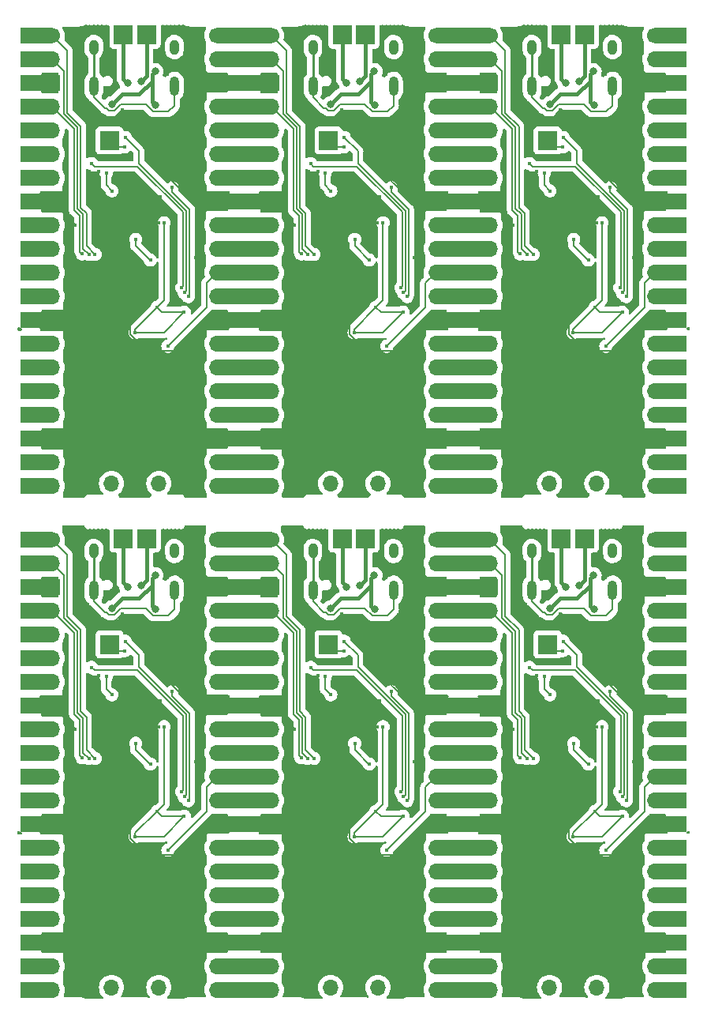
<source format=gbr>
%TF.GenerationSoftware,KiCad,Pcbnew,7.0.9*%
%TF.CreationDate,2024-05-10T15:51:33-04:00*%
%TF.ProjectId,panel,70616e65-6c2e-46b6-9963-61645f706362,rev?*%
%TF.SameCoordinates,Original*%
%TF.FileFunction,Copper,L2,Bot*%
%TF.FilePolarity,Positive*%
%FSLAX46Y46*%
G04 Gerber Fmt 4.6, Leading zero omitted, Abs format (unit mm)*
G04 Created by KiCad (PCBNEW 7.0.9) date 2024-05-10 15:51:33*
%MOMM*%
%LPD*%
G01*
G04 APERTURE LIST*
G04 Aperture macros list*
%AMRoundRect*
0 Rectangle with rounded corners*
0 $1 Rounding radius*
0 $2 $3 $4 $5 $6 $7 $8 $9 X,Y pos of 4 corners*
0 Add a 4 corners polygon primitive as box body*
4,1,4,$2,$3,$4,$5,$6,$7,$8,$9,$2,$3,0*
0 Add four circle primitives for the rounded corners*
1,1,$1+$1,$2,$3*
1,1,$1+$1,$4,$5*
1,1,$1+$1,$6,$7*
1,1,$1+$1,$8,$9*
0 Add four rect primitives between the rounded corners*
20,1,$1+$1,$2,$3,$4,$5,0*
20,1,$1+$1,$4,$5,$6,$7,0*
20,1,$1+$1,$6,$7,$8,$9,0*
20,1,$1+$1,$8,$9,$2,$3,0*%
G04 Aperture macros list end*
%TA.AperFunction,SMDPad,CuDef*%
%ADD10R,2.000000X2.000000*%
%TD*%
%TA.AperFunction,ComponentPad*%
%ADD11R,3.500000X1.700000*%
%TD*%
%TA.AperFunction,ComponentPad*%
%ADD12C,1.700000*%
%TD*%
%TA.AperFunction,ComponentPad*%
%ADD13O,1.700000X1.700000*%
%TD*%
%TA.AperFunction,ComponentPad*%
%ADD14R,1.700000X1.700000*%
%TD*%
%TA.AperFunction,ComponentPad*%
%ADD15C,0.600000*%
%TD*%
%TA.AperFunction,ComponentPad*%
%ADD16O,1.000000X2.100000*%
%TD*%
%TA.AperFunction,ComponentPad*%
%ADD17O,1.000000X1.600000*%
%TD*%
%TA.AperFunction,ComponentPad*%
%ADD18RoundRect,0.425000X0.425000X-0.425000X0.425000X0.425000X-0.425000X0.425000X-0.425000X-0.425000X0*%
%TD*%
%TA.AperFunction,ViaPad*%
%ADD19C,0.800000*%
%TD*%
%TA.AperFunction,ViaPad*%
%ADD20C,0.400000*%
%TD*%
%TA.AperFunction,Conductor*%
%ADD21C,0.400000*%
%TD*%
%TA.AperFunction,Conductor*%
%ADD22C,0.150000*%
%TD*%
%TA.AperFunction,Conductor*%
%ADD23C,0.250000*%
%TD*%
G04 APERTURE END LIST*
D10*
%TO.P,TP1,1,1*%
%TO.N,Board_1-/USB_DP*%
X147290000Y-26380000D03*
%TD*%
%TO.P,TP2,1,1*%
%TO.N,Board_5-/USB_DM*%
X173290000Y-80380000D03*
%TD*%
%TO.P,TP1,1,1*%
%TO.N,Board_2-/USB_DP*%
X170790000Y-26380000D03*
%TD*%
%TO.P,TP3,1,1*%
%TO.N,Board_4-/USB_BOOT*%
X145810000Y-91710000D03*
%TD*%
%TO.P,TP2,1,1*%
%TO.N,Board_1-/USB_DM*%
X149790000Y-26380000D03*
%TD*%
%TO.P,TP3,1,1*%
%TO.N,Board_0-/USB_BOOT*%
X122310000Y-37710000D03*
%TD*%
%TO.P,TP2,1,1*%
%TO.N,Board_0-/USB_DM*%
X126290000Y-26380000D03*
%TD*%
%TO.P,TP2,1,1*%
%TO.N,Board_3-/USB_DM*%
X126290000Y-80380000D03*
%TD*%
%TO.P,TP3,1,1*%
%TO.N,Board_1-/USB_BOOT*%
X145810000Y-37710000D03*
%TD*%
%TO.P,TP1,1,1*%
%TO.N,Board_0-/USB_DP*%
X123790000Y-26380000D03*
%TD*%
%TO.P,TP1,1,1*%
%TO.N,Board_5-/USB_DP*%
X170790000Y-80380000D03*
%TD*%
%TO.P,TP3,1,1*%
%TO.N,Board_5-/USB_BOOT*%
X169310000Y-91710000D03*
%TD*%
%TO.P,TP1,1,1*%
%TO.N,Board_3-/USB_DP*%
X123790000Y-80380000D03*
%TD*%
%TO.P,TP2,1,1*%
%TO.N,Board_4-/USB_DM*%
X149790000Y-80380000D03*
%TD*%
%TO.P,TP1,1,1*%
%TO.N,Board_4-/USB_DP*%
X147290000Y-80380000D03*
%TD*%
%TO.P,TP3,1,1*%
%TO.N,Board_2-/USB_BOOT*%
X169310000Y-37710000D03*
%TD*%
%TO.P,TP3,1,1*%
%TO.N,Board_3-/USB_BOOT*%
X122310000Y-91710000D03*
%TD*%
%TO.P,TP2,1,1*%
%TO.N,Board_2-/USB_DM*%
X173290000Y-26380000D03*
%TD*%
D11*
%TO.P,J1,1,Pin_1*%
%TO.N,Board_1-/GPIO0*%
X137970000Y-26490000D03*
D12*
X139670000Y-26490000D03*
D11*
%TO.P,J1,2,Pin_2*%
%TO.N,Board_1-/GPIO1*%
X137970000Y-29030000D03*
D13*
X139670000Y-29030000D03*
D11*
%TO.P,J1,3,Pin_3*%
%TO.N,Board_1-GND*%
X137970000Y-31570000D03*
D14*
X139670000Y-31570000D03*
D11*
%TO.P,J1,4,Pin_4*%
%TO.N,Board_1-/GPIO2*%
X137970000Y-34110000D03*
D13*
X139670000Y-34110000D03*
D11*
%TO.P,J1,5,Pin_5*%
%TO.N,Board_1-/GPIO3*%
X137970000Y-36650000D03*
D13*
X139670000Y-36650000D03*
D11*
%TO.P,J1,6,Pin_6*%
%TO.N,Board_1-/GPIO4*%
X137970000Y-39190000D03*
D13*
X139670000Y-39190000D03*
D11*
%TO.P,J1,7,Pin_7*%
%TO.N,Board_1-/GPIO5*%
X137960000Y-41730000D03*
D13*
X139670000Y-41730000D03*
D11*
%TO.P,J1,8,Pin_8*%
%TO.N,Board_1-GND*%
X137970000Y-44270000D03*
D14*
X139670000Y-44270000D03*
D11*
%TO.P,J1,9,Pin_9*%
%TO.N,Board_1-/GPIO6*%
X137970000Y-46810000D03*
D13*
X139670000Y-46810000D03*
D11*
%TO.P,J1,10,Pin_10*%
%TO.N,Board_1-/GPIO7*%
X137970000Y-49350000D03*
D13*
X139670000Y-49350000D03*
D11*
%TO.P,J1,11,Pin_11*%
%TO.N,Board_1-/GPIO8*%
X137970000Y-51890000D03*
D13*
X139670000Y-51890000D03*
D11*
%TO.P,J1,12,Pin_12*%
%TO.N,Board_1-/GPIO9*%
X137980000Y-54430000D03*
D13*
X139670000Y-54430000D03*
D11*
%TO.P,J1,13,Pin_13*%
%TO.N,Board_1-GND*%
X137970000Y-56970000D03*
D14*
X139670000Y-56970000D03*
D11*
%TO.P,J1,14,Pin_14*%
%TO.N,Board_1-/GPIO10*%
X137970000Y-59510000D03*
D13*
X139670000Y-59510000D03*
D11*
%TO.P,J1,15,Pin_15*%
%TO.N,Board_1-/GPIO11*%
X137970000Y-62050000D03*
D13*
X139670000Y-62050000D03*
D11*
%TO.P,J1,16,Pin_16*%
%TO.N,Board_1-/GPIO12*%
X137970000Y-64590000D03*
D13*
X139670000Y-64590000D03*
D11*
%TO.P,J1,17,Pin_17*%
%TO.N,Board_1-/GPIO13*%
X137970000Y-67140000D03*
D13*
X139670000Y-67130000D03*
D11*
%TO.P,J1,18,Pin_18*%
%TO.N,Board_1-GND*%
X137970000Y-69670000D03*
D14*
X139670000Y-69670000D03*
D11*
%TO.P,J1,19,Pin_19*%
%TO.N,Board_1-/GPIO14*%
X137970000Y-72220000D03*
D13*
X139670000Y-72210000D03*
D11*
%TO.P,J1,20,Pin_20*%
%TO.N,Board_1-/GPIO15*%
X137970000Y-74750000D03*
D13*
X139670000Y-74750000D03*
%TD*%
D12*
%TO.P,J2,1,Pin_1*%
%TO.N,Board_5-VBUS*%
X180840000Y-80460000D03*
D11*
X182540000Y-80460000D03*
D13*
%TO.P,J2,2,Pin_2*%
%TO.N,Board_5-VSYS*%
X180840000Y-83000000D03*
D11*
X182540000Y-83000000D03*
D14*
%TO.P,J2,3,Pin_3*%
%TO.N,Board_5-GND*%
X180840000Y-85540000D03*
D11*
X182540000Y-85540000D03*
D13*
%TO.P,J2,4,Pin_4*%
%TO.N,Board_5-3V3_EN*%
X180840000Y-88080000D03*
D11*
X182540000Y-88080000D03*
D13*
%TO.P,J2,5,Pin_5*%
%TO.N,Board_5-+3V3*%
X180840000Y-90620000D03*
D11*
X182540000Y-90620000D03*
D13*
%TO.P,J2,6,Pin_6*%
%TO.N,Board_5-/ADC_VREF*%
X180840000Y-93160000D03*
D11*
X182540000Y-93160000D03*
D13*
%TO.P,J2,7,Pin_7*%
%TO.N,Board_5-/GPIO28_ADC2*%
X180840000Y-95700000D03*
D11*
X182550000Y-95700000D03*
D14*
%TO.P,J2,8,Pin_8*%
%TO.N,Board_5-GND*%
X180840000Y-98240000D03*
D11*
X182540000Y-98240000D03*
D13*
%TO.P,J2,9,Pin_9*%
%TO.N,Board_5-/GPIO27_ADC1*%
X180840000Y-100780000D03*
D11*
X182540000Y-100780000D03*
D13*
%TO.P,J2,10,Pin_10*%
%TO.N,Board_5-/GPIO26_ADC0*%
X180840000Y-103320000D03*
D11*
X182540000Y-103320000D03*
D13*
%TO.P,J2,11,Pin_11*%
%TO.N,Board_5-/RUN*%
X180840000Y-105860000D03*
D11*
X182540000Y-105860000D03*
D13*
%TO.P,J2,12,Pin_12*%
%TO.N,Board_5-/GPIO22*%
X180840000Y-108400000D03*
D11*
X182530000Y-108400000D03*
D14*
%TO.P,J2,13,Pin_13*%
%TO.N,Board_5-GND*%
X180840000Y-110940000D03*
D11*
X182540000Y-110940000D03*
D13*
%TO.P,J2,14,Pin_14*%
%TO.N,Board_5-/GPIO21*%
X180840000Y-113480000D03*
D11*
X182540000Y-113480000D03*
D13*
%TO.P,J2,15,Pin_15*%
%TO.N,Board_5-/GPIO20*%
X180840000Y-116020000D03*
D11*
X182540000Y-116020000D03*
D13*
%TO.P,J2,16,Pin_16*%
%TO.N,Board_5-/GPIO19*%
X180840000Y-118560000D03*
D11*
X182540000Y-118560000D03*
D13*
%TO.P,J2,17,Pin_17*%
%TO.N,Board_5-/GPIO18*%
X180840000Y-121100000D03*
D11*
X182540000Y-121110000D03*
D14*
%TO.P,J2,18,Pin_18*%
%TO.N,Board_5-GND*%
X180840000Y-123640000D03*
D11*
X182540000Y-123640000D03*
D13*
%TO.P,J2,19,Pin_19*%
%TO.N,Board_5-/GPIO17*%
X180840000Y-126180000D03*
D11*
X182540000Y-126190000D03*
D13*
%TO.P,J2,20,Pin_20*%
%TO.N,Board_5-/GPIO16*%
X180840000Y-128720000D03*
D11*
X182540000Y-128720000D03*
%TD*%
D12*
%TO.P,J2,1,Pin_1*%
%TO.N,Board_3-VBUS*%
X133840000Y-80460000D03*
D11*
X135540000Y-80460000D03*
D13*
%TO.P,J2,2,Pin_2*%
%TO.N,Board_3-VSYS*%
X133840000Y-83000000D03*
D11*
X135540000Y-83000000D03*
D14*
%TO.P,J2,3,Pin_3*%
%TO.N,Board_3-GND*%
X133840000Y-85540000D03*
D11*
X135540000Y-85540000D03*
D13*
%TO.P,J2,4,Pin_4*%
%TO.N,Board_3-3V3_EN*%
X133840000Y-88080000D03*
D11*
X135540000Y-88080000D03*
D13*
%TO.P,J2,5,Pin_5*%
%TO.N,Board_3-+3V3*%
X133840000Y-90620000D03*
D11*
X135540000Y-90620000D03*
D13*
%TO.P,J2,6,Pin_6*%
%TO.N,Board_3-/ADC_VREF*%
X133840000Y-93160000D03*
D11*
X135540000Y-93160000D03*
D13*
%TO.P,J2,7,Pin_7*%
%TO.N,Board_3-/GPIO28_ADC2*%
X133840000Y-95700000D03*
D11*
X135550000Y-95700000D03*
D14*
%TO.P,J2,8,Pin_8*%
%TO.N,Board_3-GND*%
X133840000Y-98240000D03*
D11*
X135540000Y-98240000D03*
D13*
%TO.P,J2,9,Pin_9*%
%TO.N,Board_3-/GPIO27_ADC1*%
X133840000Y-100780000D03*
D11*
X135540000Y-100780000D03*
D13*
%TO.P,J2,10,Pin_10*%
%TO.N,Board_3-/GPIO26_ADC0*%
X133840000Y-103320000D03*
D11*
X135540000Y-103320000D03*
D13*
%TO.P,J2,11,Pin_11*%
%TO.N,Board_3-/RUN*%
X133840000Y-105860000D03*
D11*
X135540000Y-105860000D03*
D13*
%TO.P,J2,12,Pin_12*%
%TO.N,Board_3-/GPIO22*%
X133840000Y-108400000D03*
D11*
X135530000Y-108400000D03*
D14*
%TO.P,J2,13,Pin_13*%
%TO.N,Board_3-GND*%
X133840000Y-110940000D03*
D11*
X135540000Y-110940000D03*
D13*
%TO.P,J2,14,Pin_14*%
%TO.N,Board_3-/GPIO21*%
X133840000Y-113480000D03*
D11*
X135540000Y-113480000D03*
D13*
%TO.P,J2,15,Pin_15*%
%TO.N,Board_3-/GPIO20*%
X133840000Y-116020000D03*
D11*
X135540000Y-116020000D03*
D13*
%TO.P,J2,16,Pin_16*%
%TO.N,Board_3-/GPIO19*%
X133840000Y-118560000D03*
D11*
X135540000Y-118560000D03*
D13*
%TO.P,J2,17,Pin_17*%
%TO.N,Board_3-/GPIO18*%
X133840000Y-121100000D03*
D11*
X135540000Y-121110000D03*
D14*
%TO.P,J2,18,Pin_18*%
%TO.N,Board_3-GND*%
X133840000Y-123640000D03*
D11*
X135540000Y-123640000D03*
D13*
%TO.P,J2,19,Pin_19*%
%TO.N,Board_3-/GPIO17*%
X133840000Y-126180000D03*
D11*
X135540000Y-126190000D03*
D13*
%TO.P,J2,20,Pin_20*%
%TO.N,Board_3-/GPIO16*%
X133840000Y-128720000D03*
D11*
X135540000Y-128720000D03*
%TD*%
D15*
%TO.P,U1,57,GND*%
%TO.N,Board_1-GND*%
X147150000Y-51735000D03*
X147150000Y-53010000D03*
X147150000Y-54285000D03*
X148425000Y-51735000D03*
X148425000Y-53010000D03*
X148425000Y-54285000D03*
X149700000Y-51735000D03*
X149700000Y-53010000D03*
X149700000Y-54285000D03*
%TD*%
D16*
%TO.P,J4,S1,SHIELD*%
%TO.N,Board_5-Net-(J4-SHIELD)*%
X176280000Y-85880000D03*
D17*
X176280000Y-81700000D03*
D16*
X167640000Y-85880000D03*
D17*
X167640000Y-81700000D03*
%TD*%
D15*
%TO.P,U1,57,GND*%
%TO.N,Board_4-GND*%
X147150000Y-105735000D03*
X147150000Y-107010000D03*
X147150000Y-108285000D03*
X148425000Y-105735000D03*
X148425000Y-107010000D03*
X148425000Y-108285000D03*
X149700000Y-105735000D03*
X149700000Y-107010000D03*
X149700000Y-108285000D03*
%TD*%
D12*
%TO.P,J2,1,Pin_1*%
%TO.N,Board_0-VBUS*%
X133840000Y-26460000D03*
D11*
X135540000Y-26460000D03*
D13*
%TO.P,J2,2,Pin_2*%
%TO.N,Board_0-VSYS*%
X133840000Y-29000000D03*
D11*
X135540000Y-29000000D03*
D14*
%TO.P,J2,3,Pin_3*%
%TO.N,Board_0-GND*%
X133840000Y-31540000D03*
D11*
X135540000Y-31540000D03*
D13*
%TO.P,J2,4,Pin_4*%
%TO.N,Board_0-3V3_EN*%
X133840000Y-34080000D03*
D11*
X135540000Y-34080000D03*
D13*
%TO.P,J2,5,Pin_5*%
%TO.N,Board_0-+3V3*%
X133840000Y-36620000D03*
D11*
X135540000Y-36620000D03*
D13*
%TO.P,J2,6,Pin_6*%
%TO.N,Board_0-/ADC_VREF*%
X133840000Y-39160000D03*
D11*
X135540000Y-39160000D03*
D13*
%TO.P,J2,7,Pin_7*%
%TO.N,Board_0-/GPIO28_ADC2*%
X133840000Y-41700000D03*
D11*
X135550000Y-41700000D03*
D14*
%TO.P,J2,8,Pin_8*%
%TO.N,Board_0-GND*%
X133840000Y-44240000D03*
D11*
X135540000Y-44240000D03*
D13*
%TO.P,J2,9,Pin_9*%
%TO.N,Board_0-/GPIO27_ADC1*%
X133840000Y-46780000D03*
D11*
X135540000Y-46780000D03*
D13*
%TO.P,J2,10,Pin_10*%
%TO.N,Board_0-/GPIO26_ADC0*%
X133840000Y-49320000D03*
D11*
X135540000Y-49320000D03*
D13*
%TO.P,J2,11,Pin_11*%
%TO.N,Board_0-/RUN*%
X133840000Y-51860000D03*
D11*
X135540000Y-51860000D03*
D13*
%TO.P,J2,12,Pin_12*%
%TO.N,Board_0-/GPIO22*%
X133840000Y-54400000D03*
D11*
X135530000Y-54400000D03*
D14*
%TO.P,J2,13,Pin_13*%
%TO.N,Board_0-GND*%
X133840000Y-56940000D03*
D11*
X135540000Y-56940000D03*
D13*
%TO.P,J2,14,Pin_14*%
%TO.N,Board_0-/GPIO21*%
X133840000Y-59480000D03*
D11*
X135540000Y-59480000D03*
D13*
%TO.P,J2,15,Pin_15*%
%TO.N,Board_0-/GPIO20*%
X133840000Y-62020000D03*
D11*
X135540000Y-62020000D03*
D13*
%TO.P,J2,16,Pin_16*%
%TO.N,Board_0-/GPIO19*%
X133840000Y-64560000D03*
D11*
X135540000Y-64560000D03*
D13*
%TO.P,J2,17,Pin_17*%
%TO.N,Board_0-/GPIO18*%
X133840000Y-67100000D03*
D11*
X135540000Y-67110000D03*
D14*
%TO.P,J2,18,Pin_18*%
%TO.N,Board_0-GND*%
X133840000Y-69640000D03*
D11*
X135540000Y-69640000D03*
D13*
%TO.P,J2,19,Pin_19*%
%TO.N,Board_0-/GPIO17*%
X133840000Y-72180000D03*
D11*
X135540000Y-72190000D03*
D13*
%TO.P,J2,20,Pin_20*%
%TO.N,Board_0-/GPIO16*%
X133840000Y-74720000D03*
D11*
X135540000Y-74720000D03*
%TD*%
%TO.P,J1,1,Pin_1*%
%TO.N,Board_4-/GPIO0*%
X137970000Y-80490000D03*
D12*
X139670000Y-80490000D03*
D11*
%TO.P,J1,2,Pin_2*%
%TO.N,Board_4-/GPIO1*%
X137970000Y-83030000D03*
D13*
X139670000Y-83030000D03*
D11*
%TO.P,J1,3,Pin_3*%
%TO.N,Board_4-GND*%
X137970000Y-85570000D03*
D14*
X139670000Y-85570000D03*
D11*
%TO.P,J1,4,Pin_4*%
%TO.N,Board_4-/GPIO2*%
X137970000Y-88110000D03*
D13*
X139670000Y-88110000D03*
D11*
%TO.P,J1,5,Pin_5*%
%TO.N,Board_4-/GPIO3*%
X137970000Y-90650000D03*
D13*
X139670000Y-90650000D03*
D11*
%TO.P,J1,6,Pin_6*%
%TO.N,Board_4-/GPIO4*%
X137970000Y-93190000D03*
D13*
X139670000Y-93190000D03*
D11*
%TO.P,J1,7,Pin_7*%
%TO.N,Board_4-/GPIO5*%
X137960000Y-95730000D03*
D13*
X139670000Y-95730000D03*
D11*
%TO.P,J1,8,Pin_8*%
%TO.N,Board_4-GND*%
X137970000Y-98270000D03*
D14*
X139670000Y-98270000D03*
D11*
%TO.P,J1,9,Pin_9*%
%TO.N,Board_4-/GPIO6*%
X137970000Y-100810000D03*
D13*
X139670000Y-100810000D03*
D11*
%TO.P,J1,10,Pin_10*%
%TO.N,Board_4-/GPIO7*%
X137970000Y-103350000D03*
D13*
X139670000Y-103350000D03*
D11*
%TO.P,J1,11,Pin_11*%
%TO.N,Board_4-/GPIO8*%
X137970000Y-105890000D03*
D13*
X139670000Y-105890000D03*
D11*
%TO.P,J1,12,Pin_12*%
%TO.N,Board_4-/GPIO9*%
X137980000Y-108430000D03*
D13*
X139670000Y-108430000D03*
D11*
%TO.P,J1,13,Pin_13*%
%TO.N,Board_4-GND*%
X137970000Y-110970000D03*
D14*
X139670000Y-110970000D03*
D11*
%TO.P,J1,14,Pin_14*%
%TO.N,Board_4-/GPIO10*%
X137970000Y-113510000D03*
D13*
X139670000Y-113510000D03*
D11*
%TO.P,J1,15,Pin_15*%
%TO.N,Board_4-/GPIO11*%
X137970000Y-116050000D03*
D13*
X139670000Y-116050000D03*
D11*
%TO.P,J1,16,Pin_16*%
%TO.N,Board_4-/GPIO12*%
X137970000Y-118590000D03*
D13*
X139670000Y-118590000D03*
D11*
%TO.P,J1,17,Pin_17*%
%TO.N,Board_4-/GPIO13*%
X137970000Y-121140000D03*
D13*
X139670000Y-121130000D03*
D11*
%TO.P,J1,18,Pin_18*%
%TO.N,Board_4-GND*%
X137970000Y-123670000D03*
D14*
X139670000Y-123670000D03*
D11*
%TO.P,J1,19,Pin_19*%
%TO.N,Board_4-/GPIO14*%
X137970000Y-126220000D03*
D13*
X139670000Y-126210000D03*
D11*
%TO.P,J1,20,Pin_20*%
%TO.N,Board_4-/GPIO15*%
X137970000Y-128750000D03*
D13*
X139670000Y-128750000D03*
%TD*%
D12*
%TO.P,J2,1,Pin_1*%
%TO.N,Board_1-VBUS*%
X157340000Y-26460000D03*
D11*
X159040000Y-26460000D03*
D13*
%TO.P,J2,2,Pin_2*%
%TO.N,Board_1-VSYS*%
X157340000Y-29000000D03*
D11*
X159040000Y-29000000D03*
D14*
%TO.P,J2,3,Pin_3*%
%TO.N,Board_1-GND*%
X157340000Y-31540000D03*
D11*
X159040000Y-31540000D03*
D13*
%TO.P,J2,4,Pin_4*%
%TO.N,Board_1-3V3_EN*%
X157340000Y-34080000D03*
D11*
X159040000Y-34080000D03*
D13*
%TO.P,J2,5,Pin_5*%
%TO.N,Board_1-+3V3*%
X157340000Y-36620000D03*
D11*
X159040000Y-36620000D03*
D13*
%TO.P,J2,6,Pin_6*%
%TO.N,Board_1-/ADC_VREF*%
X157340000Y-39160000D03*
D11*
X159040000Y-39160000D03*
D13*
%TO.P,J2,7,Pin_7*%
%TO.N,Board_1-/GPIO28_ADC2*%
X157340000Y-41700000D03*
D11*
X159050000Y-41700000D03*
D14*
%TO.P,J2,8,Pin_8*%
%TO.N,Board_1-GND*%
X157340000Y-44240000D03*
D11*
X159040000Y-44240000D03*
D13*
%TO.P,J2,9,Pin_9*%
%TO.N,Board_1-/GPIO27_ADC1*%
X157340000Y-46780000D03*
D11*
X159040000Y-46780000D03*
D13*
%TO.P,J2,10,Pin_10*%
%TO.N,Board_1-/GPIO26_ADC0*%
X157340000Y-49320000D03*
D11*
X159040000Y-49320000D03*
D13*
%TO.P,J2,11,Pin_11*%
%TO.N,Board_1-/RUN*%
X157340000Y-51860000D03*
D11*
X159040000Y-51860000D03*
D13*
%TO.P,J2,12,Pin_12*%
%TO.N,Board_1-/GPIO22*%
X157340000Y-54400000D03*
D11*
X159030000Y-54400000D03*
D14*
%TO.P,J2,13,Pin_13*%
%TO.N,Board_1-GND*%
X157340000Y-56940000D03*
D11*
X159040000Y-56940000D03*
D13*
%TO.P,J2,14,Pin_14*%
%TO.N,Board_1-/GPIO21*%
X157340000Y-59480000D03*
D11*
X159040000Y-59480000D03*
D13*
%TO.P,J2,15,Pin_15*%
%TO.N,Board_1-/GPIO20*%
X157340000Y-62020000D03*
D11*
X159040000Y-62020000D03*
D13*
%TO.P,J2,16,Pin_16*%
%TO.N,Board_1-/GPIO19*%
X157340000Y-64560000D03*
D11*
X159040000Y-64560000D03*
D13*
%TO.P,J2,17,Pin_17*%
%TO.N,Board_1-/GPIO18*%
X157340000Y-67100000D03*
D11*
X159040000Y-67110000D03*
D14*
%TO.P,J2,18,Pin_18*%
%TO.N,Board_1-GND*%
X157340000Y-69640000D03*
D11*
X159040000Y-69640000D03*
D13*
%TO.P,J2,19,Pin_19*%
%TO.N,Board_1-/GPIO17*%
X157340000Y-72180000D03*
D11*
X159040000Y-72190000D03*
D13*
%TO.P,J2,20,Pin_20*%
%TO.N,Board_1-/GPIO16*%
X157340000Y-74720000D03*
D11*
X159040000Y-74720000D03*
%TD*%
D15*
%TO.P,U1,57,GND*%
%TO.N,Board_2-GND*%
X170650000Y-51735000D03*
X170650000Y-53010000D03*
X170650000Y-54285000D03*
X171925000Y-51735000D03*
X171925000Y-53010000D03*
X171925000Y-54285000D03*
X173200000Y-51735000D03*
X173200000Y-53010000D03*
X173200000Y-54285000D03*
%TD*%
D11*
%TO.P,J1,1,Pin_1*%
%TO.N,Board_0-/GPIO0*%
X114470000Y-26490000D03*
D12*
X116170000Y-26490000D03*
D11*
%TO.P,J1,2,Pin_2*%
%TO.N,Board_0-/GPIO1*%
X114470000Y-29030000D03*
D13*
X116170000Y-29030000D03*
D11*
%TO.P,J1,3,Pin_3*%
%TO.N,Board_0-GND*%
X114470000Y-31570000D03*
D14*
X116170000Y-31570000D03*
D11*
%TO.P,J1,4,Pin_4*%
%TO.N,Board_0-/GPIO2*%
X114470000Y-34110000D03*
D13*
X116170000Y-34110000D03*
D11*
%TO.P,J1,5,Pin_5*%
%TO.N,Board_0-/GPIO3*%
X114470000Y-36650000D03*
D13*
X116170000Y-36650000D03*
D11*
%TO.P,J1,6,Pin_6*%
%TO.N,Board_0-/GPIO4*%
X114470000Y-39190000D03*
D13*
X116170000Y-39190000D03*
D11*
%TO.P,J1,7,Pin_7*%
%TO.N,Board_0-/GPIO5*%
X114460000Y-41730000D03*
D13*
X116170000Y-41730000D03*
D11*
%TO.P,J1,8,Pin_8*%
%TO.N,Board_0-GND*%
X114470000Y-44270000D03*
D14*
X116170000Y-44270000D03*
D11*
%TO.P,J1,9,Pin_9*%
%TO.N,Board_0-/GPIO6*%
X114470000Y-46810000D03*
D13*
X116170000Y-46810000D03*
D11*
%TO.P,J1,10,Pin_10*%
%TO.N,Board_0-/GPIO7*%
X114470000Y-49350000D03*
D13*
X116170000Y-49350000D03*
D11*
%TO.P,J1,11,Pin_11*%
%TO.N,Board_0-/GPIO8*%
X114470000Y-51890000D03*
D13*
X116170000Y-51890000D03*
D11*
%TO.P,J1,12,Pin_12*%
%TO.N,Board_0-/GPIO9*%
X114480000Y-54430000D03*
D13*
X116170000Y-54430000D03*
D11*
%TO.P,J1,13,Pin_13*%
%TO.N,Board_0-GND*%
X114470000Y-56970000D03*
D14*
X116170000Y-56970000D03*
D11*
%TO.P,J1,14,Pin_14*%
%TO.N,Board_0-/GPIO10*%
X114470000Y-59510000D03*
D13*
X116170000Y-59510000D03*
D11*
%TO.P,J1,15,Pin_15*%
%TO.N,Board_0-/GPIO11*%
X114470000Y-62050000D03*
D13*
X116170000Y-62050000D03*
D11*
%TO.P,J1,16,Pin_16*%
%TO.N,Board_0-/GPIO12*%
X114470000Y-64590000D03*
D13*
X116170000Y-64590000D03*
D11*
%TO.P,J1,17,Pin_17*%
%TO.N,Board_0-/GPIO13*%
X114470000Y-67140000D03*
D13*
X116170000Y-67130000D03*
D11*
%TO.P,J1,18,Pin_18*%
%TO.N,Board_0-GND*%
X114470000Y-69670000D03*
D14*
X116170000Y-69670000D03*
D11*
%TO.P,J1,19,Pin_19*%
%TO.N,Board_0-/GPIO14*%
X114470000Y-72220000D03*
D13*
X116170000Y-72210000D03*
D11*
%TO.P,J1,20,Pin_20*%
%TO.N,Board_0-/GPIO15*%
X114470000Y-74750000D03*
D13*
X116170000Y-74750000D03*
%TD*%
D16*
%TO.P,J4,S1,SHIELD*%
%TO.N,Board_0-Net-(J4-SHIELD)*%
X129280000Y-31880000D03*
D17*
X129280000Y-27700000D03*
D16*
X120640000Y-31880000D03*
D17*
X120640000Y-27700000D03*
%TD*%
D11*
%TO.P,J1,1,Pin_1*%
%TO.N,Board_5-/GPIO0*%
X161470000Y-80490000D03*
D12*
X163170000Y-80490000D03*
D11*
%TO.P,J1,2,Pin_2*%
%TO.N,Board_5-/GPIO1*%
X161470000Y-83030000D03*
D13*
X163170000Y-83030000D03*
D11*
%TO.P,J1,3,Pin_3*%
%TO.N,Board_5-GND*%
X161470000Y-85570000D03*
D14*
X163170000Y-85570000D03*
D11*
%TO.P,J1,4,Pin_4*%
%TO.N,Board_5-/GPIO2*%
X161470000Y-88110000D03*
D13*
X163170000Y-88110000D03*
D11*
%TO.P,J1,5,Pin_5*%
%TO.N,Board_5-/GPIO3*%
X161470000Y-90650000D03*
D13*
X163170000Y-90650000D03*
D11*
%TO.P,J1,6,Pin_6*%
%TO.N,Board_5-/GPIO4*%
X161470000Y-93190000D03*
D13*
X163170000Y-93190000D03*
D11*
%TO.P,J1,7,Pin_7*%
%TO.N,Board_5-/GPIO5*%
X161460000Y-95730000D03*
D13*
X163170000Y-95730000D03*
D11*
%TO.P,J1,8,Pin_8*%
%TO.N,Board_5-GND*%
X161470000Y-98270000D03*
D14*
X163170000Y-98270000D03*
D11*
%TO.P,J1,9,Pin_9*%
%TO.N,Board_5-/GPIO6*%
X161470000Y-100810000D03*
D13*
X163170000Y-100810000D03*
D11*
%TO.P,J1,10,Pin_10*%
%TO.N,Board_5-/GPIO7*%
X161470000Y-103350000D03*
D13*
X163170000Y-103350000D03*
D11*
%TO.P,J1,11,Pin_11*%
%TO.N,Board_5-/GPIO8*%
X161470000Y-105890000D03*
D13*
X163170000Y-105890000D03*
D11*
%TO.P,J1,12,Pin_12*%
%TO.N,Board_5-/GPIO9*%
X161480000Y-108430000D03*
D13*
X163170000Y-108430000D03*
D11*
%TO.P,J1,13,Pin_13*%
%TO.N,Board_5-GND*%
X161470000Y-110970000D03*
D14*
X163170000Y-110970000D03*
D11*
%TO.P,J1,14,Pin_14*%
%TO.N,Board_5-/GPIO10*%
X161470000Y-113510000D03*
D13*
X163170000Y-113510000D03*
D11*
%TO.P,J1,15,Pin_15*%
%TO.N,Board_5-/GPIO11*%
X161470000Y-116050000D03*
D13*
X163170000Y-116050000D03*
D11*
%TO.P,J1,16,Pin_16*%
%TO.N,Board_5-/GPIO12*%
X161470000Y-118590000D03*
D13*
X163170000Y-118590000D03*
D11*
%TO.P,J1,17,Pin_17*%
%TO.N,Board_5-/GPIO13*%
X161470000Y-121140000D03*
D13*
X163170000Y-121130000D03*
D11*
%TO.P,J1,18,Pin_18*%
%TO.N,Board_5-GND*%
X161470000Y-123670000D03*
D14*
X163170000Y-123670000D03*
D11*
%TO.P,J1,19,Pin_19*%
%TO.N,Board_5-/GPIO14*%
X161470000Y-126220000D03*
D13*
X163170000Y-126210000D03*
D11*
%TO.P,J1,20,Pin_20*%
%TO.N,Board_5-/GPIO15*%
X161470000Y-128750000D03*
D13*
X163170000Y-128750000D03*
%TD*%
%TO.P,J3,1,Pin_1*%
%TO.N,Board_0-/SWCLK*%
X122525000Y-74470000D03*
D18*
%TO.P,J3,2,Pin_2*%
%TO.N,Board_0-GND*%
X125065000Y-74470000D03*
D13*
%TO.P,J3,3,Pin_3*%
%TO.N,Board_0-/SWD*%
X127605000Y-74470000D03*
%TD*%
D15*
%TO.P,U1,57,GND*%
%TO.N,Board_3-GND*%
X123650000Y-105735000D03*
X123650000Y-107010000D03*
X123650000Y-108285000D03*
X124925000Y-105735000D03*
X124925000Y-107010000D03*
X124925000Y-108285000D03*
X126200000Y-105735000D03*
X126200000Y-107010000D03*
X126200000Y-108285000D03*
%TD*%
D16*
%TO.P,J4,S1,SHIELD*%
%TO.N,Board_1-Net-(J4-SHIELD)*%
X152780000Y-31880000D03*
D17*
X152780000Y-27700000D03*
D16*
X144140000Y-31880000D03*
D17*
X144140000Y-27700000D03*
%TD*%
D11*
%TO.P,J1,1,Pin_1*%
%TO.N,Board_2-/GPIO0*%
X161470000Y-26490000D03*
D12*
X163170000Y-26490000D03*
D11*
%TO.P,J1,2,Pin_2*%
%TO.N,Board_2-/GPIO1*%
X161470000Y-29030000D03*
D13*
X163170000Y-29030000D03*
D11*
%TO.P,J1,3,Pin_3*%
%TO.N,Board_2-GND*%
X161470000Y-31570000D03*
D14*
X163170000Y-31570000D03*
D11*
%TO.P,J1,4,Pin_4*%
%TO.N,Board_2-/GPIO2*%
X161470000Y-34110000D03*
D13*
X163170000Y-34110000D03*
D11*
%TO.P,J1,5,Pin_5*%
%TO.N,Board_2-/GPIO3*%
X161470000Y-36650000D03*
D13*
X163170000Y-36650000D03*
D11*
%TO.P,J1,6,Pin_6*%
%TO.N,Board_2-/GPIO4*%
X161470000Y-39190000D03*
D13*
X163170000Y-39190000D03*
D11*
%TO.P,J1,7,Pin_7*%
%TO.N,Board_2-/GPIO5*%
X161460000Y-41730000D03*
D13*
X163170000Y-41730000D03*
D11*
%TO.P,J1,8,Pin_8*%
%TO.N,Board_2-GND*%
X161470000Y-44270000D03*
D14*
X163170000Y-44270000D03*
D11*
%TO.P,J1,9,Pin_9*%
%TO.N,Board_2-/GPIO6*%
X161470000Y-46810000D03*
D13*
X163170000Y-46810000D03*
D11*
%TO.P,J1,10,Pin_10*%
%TO.N,Board_2-/GPIO7*%
X161470000Y-49350000D03*
D13*
X163170000Y-49350000D03*
D11*
%TO.P,J1,11,Pin_11*%
%TO.N,Board_2-/GPIO8*%
X161470000Y-51890000D03*
D13*
X163170000Y-51890000D03*
D11*
%TO.P,J1,12,Pin_12*%
%TO.N,Board_2-/GPIO9*%
X161480000Y-54430000D03*
D13*
X163170000Y-54430000D03*
D11*
%TO.P,J1,13,Pin_13*%
%TO.N,Board_2-GND*%
X161470000Y-56970000D03*
D14*
X163170000Y-56970000D03*
D11*
%TO.P,J1,14,Pin_14*%
%TO.N,Board_2-/GPIO10*%
X161470000Y-59510000D03*
D13*
X163170000Y-59510000D03*
D11*
%TO.P,J1,15,Pin_15*%
%TO.N,Board_2-/GPIO11*%
X161470000Y-62050000D03*
D13*
X163170000Y-62050000D03*
D11*
%TO.P,J1,16,Pin_16*%
%TO.N,Board_2-/GPIO12*%
X161470000Y-64590000D03*
D13*
X163170000Y-64590000D03*
D11*
%TO.P,J1,17,Pin_17*%
%TO.N,Board_2-/GPIO13*%
X161470000Y-67140000D03*
D13*
X163170000Y-67130000D03*
D11*
%TO.P,J1,18,Pin_18*%
%TO.N,Board_2-GND*%
X161470000Y-69670000D03*
D14*
X163170000Y-69670000D03*
D11*
%TO.P,J1,19,Pin_19*%
%TO.N,Board_2-/GPIO14*%
X161470000Y-72220000D03*
D13*
X163170000Y-72210000D03*
D11*
%TO.P,J1,20,Pin_20*%
%TO.N,Board_2-/GPIO15*%
X161470000Y-74750000D03*
D13*
X163170000Y-74750000D03*
%TD*%
%TO.P,J3,1,Pin_1*%
%TO.N,Board_1-/SWCLK*%
X146025000Y-74470000D03*
D18*
%TO.P,J3,2,Pin_2*%
%TO.N,Board_1-GND*%
X148565000Y-74470000D03*
D13*
%TO.P,J3,3,Pin_3*%
%TO.N,Board_1-/SWD*%
X151105000Y-74470000D03*
%TD*%
D15*
%TO.P,U1,57,GND*%
%TO.N,Board_5-GND*%
X170650000Y-105735000D03*
X170650000Y-107010000D03*
X170650000Y-108285000D03*
X171925000Y-105735000D03*
X171925000Y-107010000D03*
X171925000Y-108285000D03*
X173200000Y-105735000D03*
X173200000Y-107010000D03*
X173200000Y-108285000D03*
%TD*%
D12*
%TO.P,J2,1,Pin_1*%
%TO.N,Board_4-VBUS*%
X157340000Y-80460000D03*
D11*
X159040000Y-80460000D03*
D13*
%TO.P,J2,2,Pin_2*%
%TO.N,Board_4-VSYS*%
X157340000Y-83000000D03*
D11*
X159040000Y-83000000D03*
D14*
%TO.P,J2,3,Pin_3*%
%TO.N,Board_4-GND*%
X157340000Y-85540000D03*
D11*
X159040000Y-85540000D03*
D13*
%TO.P,J2,4,Pin_4*%
%TO.N,Board_4-3V3_EN*%
X157340000Y-88080000D03*
D11*
X159040000Y-88080000D03*
D13*
%TO.P,J2,5,Pin_5*%
%TO.N,Board_4-+3V3*%
X157340000Y-90620000D03*
D11*
X159040000Y-90620000D03*
D13*
%TO.P,J2,6,Pin_6*%
%TO.N,Board_4-/ADC_VREF*%
X157340000Y-93160000D03*
D11*
X159040000Y-93160000D03*
D13*
%TO.P,J2,7,Pin_7*%
%TO.N,Board_4-/GPIO28_ADC2*%
X157340000Y-95700000D03*
D11*
X159050000Y-95700000D03*
D14*
%TO.P,J2,8,Pin_8*%
%TO.N,Board_4-GND*%
X157340000Y-98240000D03*
D11*
X159040000Y-98240000D03*
D13*
%TO.P,J2,9,Pin_9*%
%TO.N,Board_4-/GPIO27_ADC1*%
X157340000Y-100780000D03*
D11*
X159040000Y-100780000D03*
D13*
%TO.P,J2,10,Pin_10*%
%TO.N,Board_4-/GPIO26_ADC0*%
X157340000Y-103320000D03*
D11*
X159040000Y-103320000D03*
D13*
%TO.P,J2,11,Pin_11*%
%TO.N,Board_4-/RUN*%
X157340000Y-105860000D03*
D11*
X159040000Y-105860000D03*
D13*
%TO.P,J2,12,Pin_12*%
%TO.N,Board_4-/GPIO22*%
X157340000Y-108400000D03*
D11*
X159030000Y-108400000D03*
D14*
%TO.P,J2,13,Pin_13*%
%TO.N,Board_4-GND*%
X157340000Y-110940000D03*
D11*
X159040000Y-110940000D03*
D13*
%TO.P,J2,14,Pin_14*%
%TO.N,Board_4-/GPIO21*%
X157340000Y-113480000D03*
D11*
X159040000Y-113480000D03*
D13*
%TO.P,J2,15,Pin_15*%
%TO.N,Board_4-/GPIO20*%
X157340000Y-116020000D03*
D11*
X159040000Y-116020000D03*
D13*
%TO.P,J2,16,Pin_16*%
%TO.N,Board_4-/GPIO19*%
X157340000Y-118560000D03*
D11*
X159040000Y-118560000D03*
D13*
%TO.P,J2,17,Pin_17*%
%TO.N,Board_4-/GPIO18*%
X157340000Y-121100000D03*
D11*
X159040000Y-121110000D03*
D14*
%TO.P,J2,18,Pin_18*%
%TO.N,Board_4-GND*%
X157340000Y-123640000D03*
D11*
X159040000Y-123640000D03*
D13*
%TO.P,J2,19,Pin_19*%
%TO.N,Board_4-/GPIO17*%
X157340000Y-126180000D03*
D11*
X159040000Y-126190000D03*
D13*
%TO.P,J2,20,Pin_20*%
%TO.N,Board_4-/GPIO16*%
X157340000Y-128720000D03*
D11*
X159040000Y-128720000D03*
%TD*%
D13*
%TO.P,J3,1,Pin_1*%
%TO.N,Board_3-/SWCLK*%
X122525000Y-128470000D03*
D18*
%TO.P,J3,2,Pin_2*%
%TO.N,Board_3-GND*%
X125065000Y-128470000D03*
D13*
%TO.P,J3,3,Pin_3*%
%TO.N,Board_3-/SWD*%
X127605000Y-128470000D03*
%TD*%
%TO.P,J3,1,Pin_1*%
%TO.N,Board_2-/SWCLK*%
X169525000Y-74470000D03*
D18*
%TO.P,J3,2,Pin_2*%
%TO.N,Board_2-GND*%
X172065000Y-74470000D03*
D13*
%TO.P,J3,3,Pin_3*%
%TO.N,Board_2-/SWD*%
X174605000Y-74470000D03*
%TD*%
D12*
%TO.P,J2,1,Pin_1*%
%TO.N,Board_2-VBUS*%
X180840000Y-26460000D03*
D11*
X182540000Y-26460000D03*
D13*
%TO.P,J2,2,Pin_2*%
%TO.N,Board_2-VSYS*%
X180840000Y-29000000D03*
D11*
X182540000Y-29000000D03*
D14*
%TO.P,J2,3,Pin_3*%
%TO.N,Board_2-GND*%
X180840000Y-31540000D03*
D11*
X182540000Y-31540000D03*
D13*
%TO.P,J2,4,Pin_4*%
%TO.N,Board_2-3V3_EN*%
X180840000Y-34080000D03*
D11*
X182540000Y-34080000D03*
D13*
%TO.P,J2,5,Pin_5*%
%TO.N,Board_2-+3V3*%
X180840000Y-36620000D03*
D11*
X182540000Y-36620000D03*
D13*
%TO.P,J2,6,Pin_6*%
%TO.N,Board_2-/ADC_VREF*%
X180840000Y-39160000D03*
D11*
X182540000Y-39160000D03*
D13*
%TO.P,J2,7,Pin_7*%
%TO.N,Board_2-/GPIO28_ADC2*%
X180840000Y-41700000D03*
D11*
X182550000Y-41700000D03*
D14*
%TO.P,J2,8,Pin_8*%
%TO.N,Board_2-GND*%
X180840000Y-44240000D03*
D11*
X182540000Y-44240000D03*
D13*
%TO.P,J2,9,Pin_9*%
%TO.N,Board_2-/GPIO27_ADC1*%
X180840000Y-46780000D03*
D11*
X182540000Y-46780000D03*
D13*
%TO.P,J2,10,Pin_10*%
%TO.N,Board_2-/GPIO26_ADC0*%
X180840000Y-49320000D03*
D11*
X182540000Y-49320000D03*
D13*
%TO.P,J2,11,Pin_11*%
%TO.N,Board_2-/RUN*%
X180840000Y-51860000D03*
D11*
X182540000Y-51860000D03*
D13*
%TO.P,J2,12,Pin_12*%
%TO.N,Board_2-/GPIO22*%
X180840000Y-54400000D03*
D11*
X182530000Y-54400000D03*
D14*
%TO.P,J2,13,Pin_13*%
%TO.N,Board_2-GND*%
X180840000Y-56940000D03*
D11*
X182540000Y-56940000D03*
D13*
%TO.P,J2,14,Pin_14*%
%TO.N,Board_2-/GPIO21*%
X180840000Y-59480000D03*
D11*
X182540000Y-59480000D03*
D13*
%TO.P,J2,15,Pin_15*%
%TO.N,Board_2-/GPIO20*%
X180840000Y-62020000D03*
D11*
X182540000Y-62020000D03*
D13*
%TO.P,J2,16,Pin_16*%
%TO.N,Board_2-/GPIO19*%
X180840000Y-64560000D03*
D11*
X182540000Y-64560000D03*
D13*
%TO.P,J2,17,Pin_17*%
%TO.N,Board_2-/GPIO18*%
X180840000Y-67100000D03*
D11*
X182540000Y-67110000D03*
D14*
%TO.P,J2,18,Pin_18*%
%TO.N,Board_2-GND*%
X180840000Y-69640000D03*
D11*
X182540000Y-69640000D03*
D13*
%TO.P,J2,19,Pin_19*%
%TO.N,Board_2-/GPIO17*%
X180840000Y-72180000D03*
D11*
X182540000Y-72190000D03*
D13*
%TO.P,J2,20,Pin_20*%
%TO.N,Board_2-/GPIO16*%
X180840000Y-74720000D03*
D11*
X182540000Y-74720000D03*
%TD*%
D16*
%TO.P,J4,S1,SHIELD*%
%TO.N,Board_3-Net-(J4-SHIELD)*%
X129280000Y-85880000D03*
D17*
X129280000Y-81700000D03*
D16*
X120640000Y-85880000D03*
D17*
X120640000Y-81700000D03*
%TD*%
D15*
%TO.P,U1,57,GND*%
%TO.N,Board_0-GND*%
X123650000Y-51735000D03*
X123650000Y-53010000D03*
X123650000Y-54285000D03*
X124925000Y-51735000D03*
X124925000Y-53010000D03*
X124925000Y-54285000D03*
X126200000Y-51735000D03*
X126200000Y-53010000D03*
X126200000Y-54285000D03*
%TD*%
D13*
%TO.P,J3,1,Pin_1*%
%TO.N,Board_4-/SWCLK*%
X146025000Y-128470000D03*
D18*
%TO.P,J3,2,Pin_2*%
%TO.N,Board_4-GND*%
X148565000Y-128470000D03*
D13*
%TO.P,J3,3,Pin_3*%
%TO.N,Board_4-/SWD*%
X151105000Y-128470000D03*
%TD*%
D16*
%TO.P,J4,S1,SHIELD*%
%TO.N,Board_2-Net-(J4-SHIELD)*%
X176280000Y-31880000D03*
D17*
X176280000Y-27700000D03*
D16*
X167640000Y-31880000D03*
D17*
X167640000Y-27700000D03*
%TD*%
D16*
%TO.P,J4,S1,SHIELD*%
%TO.N,Board_4-Net-(J4-SHIELD)*%
X152780000Y-85880000D03*
D17*
X152780000Y-81700000D03*
D16*
X144140000Y-85880000D03*
D17*
X144140000Y-81700000D03*
%TD*%
D11*
%TO.P,J1,1,Pin_1*%
%TO.N,Board_3-/GPIO0*%
X114470000Y-80490000D03*
D12*
X116170000Y-80490000D03*
D11*
%TO.P,J1,2,Pin_2*%
%TO.N,Board_3-/GPIO1*%
X114470000Y-83030000D03*
D13*
X116170000Y-83030000D03*
D11*
%TO.P,J1,3,Pin_3*%
%TO.N,Board_3-GND*%
X114470000Y-85570000D03*
D14*
X116170000Y-85570000D03*
D11*
%TO.P,J1,4,Pin_4*%
%TO.N,Board_3-/GPIO2*%
X114470000Y-88110000D03*
D13*
X116170000Y-88110000D03*
D11*
%TO.P,J1,5,Pin_5*%
%TO.N,Board_3-/GPIO3*%
X114470000Y-90650000D03*
D13*
X116170000Y-90650000D03*
D11*
%TO.P,J1,6,Pin_6*%
%TO.N,Board_3-/GPIO4*%
X114470000Y-93190000D03*
D13*
X116170000Y-93190000D03*
D11*
%TO.P,J1,7,Pin_7*%
%TO.N,Board_3-/GPIO5*%
X114460000Y-95730000D03*
D13*
X116170000Y-95730000D03*
D11*
%TO.P,J1,8,Pin_8*%
%TO.N,Board_3-GND*%
X114470000Y-98270000D03*
D14*
X116170000Y-98270000D03*
D11*
%TO.P,J1,9,Pin_9*%
%TO.N,Board_3-/GPIO6*%
X114470000Y-100810000D03*
D13*
X116170000Y-100810000D03*
D11*
%TO.P,J1,10,Pin_10*%
%TO.N,Board_3-/GPIO7*%
X114470000Y-103350000D03*
D13*
X116170000Y-103350000D03*
D11*
%TO.P,J1,11,Pin_11*%
%TO.N,Board_3-/GPIO8*%
X114470000Y-105890000D03*
D13*
X116170000Y-105890000D03*
D11*
%TO.P,J1,12,Pin_12*%
%TO.N,Board_3-/GPIO9*%
X114480000Y-108430000D03*
D13*
X116170000Y-108430000D03*
D11*
%TO.P,J1,13,Pin_13*%
%TO.N,Board_3-GND*%
X114470000Y-110970000D03*
D14*
X116170000Y-110970000D03*
D11*
%TO.P,J1,14,Pin_14*%
%TO.N,Board_3-/GPIO10*%
X114470000Y-113510000D03*
D13*
X116170000Y-113510000D03*
D11*
%TO.P,J1,15,Pin_15*%
%TO.N,Board_3-/GPIO11*%
X114470000Y-116050000D03*
D13*
X116170000Y-116050000D03*
D11*
%TO.P,J1,16,Pin_16*%
%TO.N,Board_3-/GPIO12*%
X114470000Y-118590000D03*
D13*
X116170000Y-118590000D03*
D11*
%TO.P,J1,17,Pin_17*%
%TO.N,Board_3-/GPIO13*%
X114470000Y-121140000D03*
D13*
X116170000Y-121130000D03*
D11*
%TO.P,J1,18,Pin_18*%
%TO.N,Board_3-GND*%
X114470000Y-123670000D03*
D14*
X116170000Y-123670000D03*
D11*
%TO.P,J1,19,Pin_19*%
%TO.N,Board_3-/GPIO14*%
X114470000Y-126220000D03*
D13*
X116170000Y-126210000D03*
D11*
%TO.P,J1,20,Pin_20*%
%TO.N,Board_3-/GPIO15*%
X114470000Y-128750000D03*
D13*
X116170000Y-128750000D03*
%TD*%
%TO.P,J3,1,Pin_1*%
%TO.N,Board_5-/SWCLK*%
X169525000Y-128470000D03*
D18*
%TO.P,J3,2,Pin_2*%
%TO.N,Board_5-GND*%
X172065000Y-128470000D03*
D13*
%TO.P,J3,3,Pin_3*%
%TO.N,Board_5-/SWD*%
X174605000Y-128470000D03*
%TD*%
D19*
%TO.N,Board_5-VBUS*%
X169551732Y-87872574D03*
X174273184Y-87954373D03*
X174210000Y-84320000D03*
D20*
%TO.N,Board_5-GND*%
X173470000Y-127230000D03*
X170704667Y-88412553D03*
X165232962Y-122770000D03*
X164683031Y-111243031D03*
X171900000Y-96320000D03*
X177090000Y-97090000D03*
X168250000Y-99010000D03*
X175464534Y-84592493D03*
X172760000Y-114480000D03*
X168020000Y-96150000D03*
X172710500Y-100900000D03*
X164900000Y-108070000D03*
X178420000Y-97540000D03*
X165630500Y-100810000D03*
X174810000Y-95190000D03*
X178260000Y-112310000D03*
X175320000Y-115940000D03*
X178520000Y-104260000D03*
X168164176Y-95039881D03*
X168770000Y-89590000D03*
X173680000Y-91290000D03*
X168411727Y-102592773D03*
X164710000Y-90900000D03*
X174760000Y-97780000D03*
X168740976Y-112712912D03*
X174559500Y-100530000D03*
D19*
%TO.N,Board_5-/USB_DP*%
X171250090Y-85556816D03*
%TO.N,Board_5-/USB_DM*%
X172706068Y-85412979D03*
D20*
%TO.N,Board_5-/USB_BOOT*%
X170950000Y-92390000D03*
%TO.N,Board_5-/RUN*%
X175559477Y-113770523D03*
%TO.N,Board_5-/GPIO25*%
X176040000Y-96770000D03*
X177750964Y-108448930D03*
%TO.N,Board_5-/GPIO24*%
X177326848Y-108025222D03*
X171002076Y-91391855D03*
%TO.N,Board_5-/GPIO23*%
X177068861Y-107484069D03*
X167385500Y-94180000D03*
%TO.N,Board_5-/GPIO2*%
X166359927Y-103873065D03*
%TO.N,Board_5-/GPIO1*%
X167085992Y-103928084D03*
%TO.N,Board_5-/GPIO0*%
X167754477Y-103925523D03*
%TO.N,Board_5-+3V3*%
X177320000Y-110110000D03*
X175160000Y-100520000D03*
X174400000Y-109580000D03*
X168950500Y-95174500D03*
X172042994Y-112300501D03*
X169564431Y-97114431D03*
%TO.N,Board_5-+1V1*%
X172120000Y-102310000D03*
X173690000Y-104530000D03*
D19*
%TO.N,Board_4-VBUS*%
X146051732Y-87872574D03*
X150710000Y-84320000D03*
X150773184Y-87954373D03*
D20*
%TO.N,Board_4-GND*%
X144520000Y-96150000D03*
X141732962Y-122770000D03*
X148400000Y-96320000D03*
X151820000Y-115940000D03*
X149260000Y-114480000D03*
X141400000Y-108070000D03*
X141210000Y-90900000D03*
X150180000Y-91290000D03*
X145270000Y-89590000D03*
X145240976Y-112712912D03*
X151260000Y-97780000D03*
X155020000Y-104260000D03*
X141183031Y-111243031D03*
X149210500Y-100900000D03*
X142130500Y-100810000D03*
X149970000Y-127230000D03*
X144911727Y-102592773D03*
X153590000Y-97090000D03*
X154760000Y-112310000D03*
X154920000Y-97540000D03*
X151059500Y-100530000D03*
X147204667Y-88412553D03*
X144664176Y-95039881D03*
X144750000Y-99010000D03*
X151310000Y-95190000D03*
X151964534Y-84592493D03*
D19*
%TO.N,Board_4-/USB_DP*%
X147750090Y-85556816D03*
%TO.N,Board_4-/USB_DM*%
X149206068Y-85412979D03*
D20*
%TO.N,Board_4-/USB_BOOT*%
X147450000Y-92390000D03*
%TO.N,Board_4-/RUN*%
X152059477Y-113770523D03*
%TO.N,Board_4-/GPIO25*%
X154250964Y-108448930D03*
X152540000Y-96770000D03*
%TO.N,Board_4-/GPIO24*%
X153826848Y-108025222D03*
X147502076Y-91391855D03*
%TO.N,Board_4-/GPIO23*%
X153568861Y-107484069D03*
X143885500Y-94180000D03*
%TO.N,Board_4-/GPIO2*%
X142859927Y-103873065D03*
%TO.N,Board_4-/GPIO1*%
X143585992Y-103928084D03*
%TO.N,Board_4-/GPIO0*%
X144254477Y-103925523D03*
%TO.N,Board_4-+3V3*%
X150900000Y-109580000D03*
X145450500Y-95174500D03*
X153820000Y-110110000D03*
X148542994Y-112300501D03*
X151660000Y-100520000D03*
X146064431Y-97114431D03*
%TO.N,Board_4-+1V1*%
X150190000Y-104530000D03*
X148620000Y-102310000D03*
D19*
%TO.N,Board_3-VBUS*%
X122551732Y-87872574D03*
X127273184Y-87954373D03*
X127210000Y-84320000D03*
D20*
%TO.N,Board_3-GND*%
X128464534Y-84592493D03*
X130090000Y-97090000D03*
X131420000Y-97540000D03*
X117710000Y-90900000D03*
X118232962Y-122770000D03*
X121411727Y-102592773D03*
X127559500Y-100530000D03*
X121250000Y-99010000D03*
X125710500Y-100900000D03*
X124900000Y-96320000D03*
X121164176Y-95039881D03*
X117683031Y-111243031D03*
X118630500Y-100810000D03*
X121020000Y-96150000D03*
X127760000Y-97780000D03*
X121740976Y-112712912D03*
X123704667Y-88412553D03*
X128320000Y-115940000D03*
X117900000Y-108070000D03*
X126680000Y-91290000D03*
X127810000Y-95190000D03*
X131520000Y-104260000D03*
X131260000Y-112310000D03*
X126470000Y-127230000D03*
X125760000Y-114480000D03*
X121770000Y-89590000D03*
D19*
%TO.N,Board_3-/USB_DP*%
X124250090Y-85556816D03*
%TO.N,Board_3-/USB_DM*%
X125706068Y-85412979D03*
D20*
%TO.N,Board_3-/USB_BOOT*%
X123950000Y-92390000D03*
%TO.N,Board_3-/RUN*%
X128559477Y-113770523D03*
%TO.N,Board_3-/GPIO25*%
X130750964Y-108448930D03*
X129040000Y-96770000D03*
%TO.N,Board_3-/GPIO24*%
X124002076Y-91391855D03*
X130326848Y-108025222D03*
%TO.N,Board_3-/GPIO23*%
X120385500Y-94180000D03*
X130068861Y-107484069D03*
%TO.N,Board_3-/GPIO2*%
X119359927Y-103873065D03*
%TO.N,Board_3-/GPIO1*%
X120085992Y-103928084D03*
%TO.N,Board_3-/GPIO0*%
X120754477Y-103925523D03*
%TO.N,Board_3-+3V3*%
X122564431Y-97114431D03*
X127400000Y-109580000D03*
X125042994Y-112300501D03*
X128160000Y-100520000D03*
X130320000Y-110110000D03*
X121950500Y-95174500D03*
%TO.N,Board_3-+1V1*%
X125120000Y-102310000D03*
X126690000Y-104530000D03*
D19*
%TO.N,Board_2-VBUS*%
X169551732Y-33872574D03*
X174210000Y-30320000D03*
X174273184Y-33954373D03*
D20*
%TO.N,Board_2-GND*%
X177090000Y-43090000D03*
X171900000Y-42320000D03*
X172760000Y-60480000D03*
X168020000Y-42150000D03*
X174810000Y-41190000D03*
X174760000Y-43780000D03*
X168411727Y-48592773D03*
X174559500Y-46530000D03*
X178520000Y-50260000D03*
X172710500Y-46900000D03*
X164683031Y-57243031D03*
X173680000Y-37290000D03*
X164900000Y-54070000D03*
X164710000Y-36900000D03*
X168770000Y-35590000D03*
X175464534Y-30592493D03*
X165232962Y-68770000D03*
X165630500Y-46810000D03*
X168250000Y-45010000D03*
X168164176Y-41039881D03*
X170704667Y-34412553D03*
X168740976Y-58712912D03*
X175320000Y-61940000D03*
X178260000Y-58310000D03*
X178420000Y-43540000D03*
X173470000Y-73230000D03*
D19*
%TO.N,Board_2-/USB_DP*%
X171250090Y-31556816D03*
%TO.N,Board_2-/USB_DM*%
X172706068Y-31412979D03*
D20*
%TO.N,Board_2-/USB_BOOT*%
X170950000Y-38390000D03*
%TO.N,Board_2-/RUN*%
X175559477Y-59770523D03*
%TO.N,Board_2-/GPIO25*%
X176040000Y-42770000D03*
X177750964Y-54448930D03*
%TO.N,Board_2-/GPIO24*%
X171002076Y-37391855D03*
X177326848Y-54025222D03*
%TO.N,Board_2-/GPIO23*%
X177068861Y-53484069D03*
X167385500Y-40180000D03*
%TO.N,Board_2-/GPIO2*%
X166359927Y-49873065D03*
%TO.N,Board_2-/GPIO1*%
X167085992Y-49928084D03*
%TO.N,Board_2-/GPIO0*%
X167754477Y-49925523D03*
%TO.N,Board_2-+3V3*%
X177320000Y-56110000D03*
X174400000Y-55580000D03*
X168950500Y-41174500D03*
X169564431Y-43114431D03*
X172042994Y-58300501D03*
X175160000Y-46520000D03*
%TO.N,Board_2-+1V1*%
X172120000Y-48310000D03*
X173690000Y-50530000D03*
D19*
%TO.N,Board_1-VBUS*%
X146051732Y-33872574D03*
X150773184Y-33954373D03*
X150710000Y-30320000D03*
D20*
%TO.N,Board_1-GND*%
X154760000Y-58310000D03*
X149210500Y-46900000D03*
X141210000Y-36900000D03*
X142130500Y-46810000D03*
X145270000Y-35590000D03*
X149970000Y-73230000D03*
X144520000Y-42150000D03*
X144664176Y-41039881D03*
X151310000Y-41190000D03*
X147204667Y-34412553D03*
X141400000Y-54070000D03*
X141732962Y-68770000D03*
X151260000Y-43780000D03*
X151964534Y-30592493D03*
X141183031Y-57243031D03*
X145240976Y-58712912D03*
X153590000Y-43090000D03*
X148400000Y-42320000D03*
X154920000Y-43540000D03*
X151820000Y-61940000D03*
X155020000Y-50260000D03*
X151059500Y-46530000D03*
X144750000Y-45010000D03*
X144911727Y-48592773D03*
X149260000Y-60480000D03*
X150180000Y-37290000D03*
D19*
%TO.N,Board_1-/USB_DP*%
X147750090Y-31556816D03*
%TO.N,Board_1-/USB_DM*%
X149206068Y-31412979D03*
D20*
%TO.N,Board_1-/USB_BOOT*%
X147450000Y-38390000D03*
%TO.N,Board_1-/RUN*%
X152059477Y-59770523D03*
%TO.N,Board_1-/GPIO25*%
X152540000Y-42770000D03*
X154250964Y-54448930D03*
%TO.N,Board_1-/GPIO24*%
X153826848Y-54025222D03*
X147502076Y-37391855D03*
%TO.N,Board_1-/GPIO23*%
X143885500Y-40180000D03*
X153568861Y-53484069D03*
%TO.N,Board_1-/GPIO2*%
X142859927Y-49873065D03*
%TO.N,Board_1-/GPIO1*%
X143585992Y-49928084D03*
%TO.N,Board_1-/GPIO0*%
X144254477Y-49925523D03*
%TO.N,Board_1-+3V3*%
X146064431Y-43114431D03*
X148542994Y-58300501D03*
X150900000Y-55580000D03*
X151660000Y-46520000D03*
X153820000Y-56110000D03*
X145450500Y-41174500D03*
%TO.N,Board_1-+1V1*%
X148620000Y-48310000D03*
X150190000Y-50530000D03*
D19*
%TO.N,Board_0-VBUS*%
X127210000Y-30320000D03*
X127273184Y-33954373D03*
X122551732Y-33872574D03*
D20*
%TO.N,Board_0-GND*%
X118232962Y-68770000D03*
X128464534Y-30592493D03*
X127760000Y-43780000D03*
X121411727Y-48592773D03*
X121164176Y-41039881D03*
X117900000Y-54070000D03*
X125710500Y-46900000D03*
X121250000Y-45010000D03*
X121740976Y-58712912D03*
X131520000Y-50260000D03*
X127810000Y-41190000D03*
X118630500Y-46810000D03*
X121020000Y-42150000D03*
X127559500Y-46530000D03*
X121770000Y-35590000D03*
X131260000Y-58310000D03*
X131420000Y-43540000D03*
X126470000Y-73230000D03*
X128320000Y-61940000D03*
X130090000Y-43090000D03*
X117683031Y-57243031D03*
X123704667Y-34412553D03*
X124900000Y-42320000D03*
X126680000Y-37290000D03*
X125760000Y-60480000D03*
X117710000Y-36900000D03*
D19*
%TO.N,Board_0-/USB_DP*%
X124250090Y-31556816D03*
%TO.N,Board_0-/USB_DM*%
X125706068Y-31412979D03*
D20*
%TO.N,Board_0-/USB_BOOT*%
X123950000Y-38390000D03*
%TO.N,Board_0-/RUN*%
X128559477Y-59770523D03*
%TO.N,Board_0-/GPIO25*%
X129040000Y-42770000D03*
X130750964Y-54448930D03*
%TO.N,Board_0-/GPIO24*%
X124002076Y-37391855D03*
X130326848Y-54025222D03*
%TO.N,Board_0-/GPIO23*%
X130068861Y-53484069D03*
X120385500Y-40180000D03*
%TO.N,Board_0-/GPIO2*%
X119359927Y-49873065D03*
%TO.N,Board_0-/GPIO1*%
X120085992Y-49928084D03*
%TO.N,Board_0-/GPIO0*%
X120754477Y-49925523D03*
%TO.N,Board_0-+3V3*%
X128160000Y-46520000D03*
X121950500Y-41174500D03*
X127400000Y-55580000D03*
X130320000Y-56110000D03*
X122564431Y-43114431D03*
X125042994Y-58300501D03*
%TO.N,Board_0-+1V1*%
X125120000Y-48310000D03*
X126690000Y-50530000D03*
%TD*%
D21*
%TO.N,Board_5-VBUS*%
X173890000Y-84640000D02*
X173890000Y-85360418D01*
X174210000Y-84320000D02*
X173890000Y-84640000D01*
X169551732Y-87872574D02*
X170654306Y-86770000D01*
X170654306Y-86770000D02*
X172480418Y-86770000D01*
X174273184Y-87954373D02*
X173890000Y-87571189D01*
X172480418Y-86770000D02*
X173890000Y-85360418D01*
X173890000Y-87571189D02*
X173890000Y-85360418D01*
D22*
%TO.N,Board_5-Net-(J4-SHIELD)*%
X176280000Y-85880000D02*
X176280000Y-87970000D01*
X167640000Y-87110000D02*
X167640000Y-85880000D01*
D23*
X167640000Y-81700000D02*
X167640000Y-85880000D01*
D22*
X168984563Y-88260000D02*
X168790000Y-88260000D01*
X169272137Y-88547574D02*
X168984563Y-88260000D01*
X169831327Y-88547574D02*
X169272137Y-88547574D01*
X170538901Y-87840000D02*
X169831327Y-88547574D01*
X175620627Y-88629373D02*
X173979373Y-88629373D01*
X176280000Y-87970000D02*
X175620627Y-88629373D01*
X173979373Y-88629373D02*
X173190000Y-87840000D01*
X173190000Y-87840000D02*
X170538901Y-87840000D01*
X168790000Y-88260000D02*
X167640000Y-87110000D01*
%TO.N,Board_5-GND*%
X172760000Y-114110000D02*
X172970371Y-113899629D01*
X177090000Y-97090000D02*
X177970000Y-97090000D01*
X176324477Y-114245523D02*
X178260000Y-112310000D01*
X179120000Y-98240000D02*
X180840000Y-98240000D01*
X175320000Y-115940000D02*
X174220000Y-115940000D01*
X177031752Y-97090000D02*
X177090000Y-97090000D01*
X168770000Y-89590000D02*
X169527220Y-89590000D01*
X168411727Y-99171727D02*
X168250000Y-99010000D01*
X168740976Y-112712912D02*
X168740976Y-110194024D01*
X173680000Y-91290000D02*
X173680000Y-94060000D01*
X168020000Y-95184057D02*
X168164176Y-95039881D01*
X173680000Y-94060000D02*
X174810000Y-95190000D01*
X164900000Y-111026062D02*
X164683031Y-111243031D01*
X172760000Y-114480000D02*
X172760000Y-114110000D01*
X178420000Y-97540000D02*
X179120000Y-98240000D01*
X168411727Y-102592773D02*
X168411727Y-99171727D01*
X166152912Y-112712912D02*
X164683031Y-111243031D01*
X171567994Y-112497253D02*
X172970371Y-113899629D01*
X171567994Y-109917006D02*
X171567994Y-112497253D01*
X170587227Y-102592773D02*
X172280000Y-100900000D01*
X176016622Y-84040405D02*
X175464534Y-84592493D01*
X174189500Y-100900000D02*
X174559500Y-100530000D01*
X172970371Y-113899629D02*
X173316264Y-114245523D01*
X177970000Y-97090000D02*
X178420000Y-97540000D01*
X170704667Y-88412553D02*
X170802553Y-88412553D01*
X174220000Y-115940000D02*
X172760000Y-114480000D01*
X169527220Y-89590000D02*
X170704667Y-88412553D01*
X163170000Y-98270000D02*
X165630500Y-100730500D01*
X164900000Y-108070000D02*
X164900000Y-111026062D01*
X175131752Y-95190000D02*
X177031752Y-97090000D01*
X172280000Y-100900000D02*
X172710500Y-100900000D01*
X168740976Y-112712912D02*
X166152912Y-112712912D01*
X168740976Y-110194024D02*
X170650000Y-108285000D01*
X172710500Y-100900000D02*
X174189500Y-100900000D01*
X173316264Y-114245523D02*
X176324477Y-114245523D01*
X168020000Y-96150000D02*
X168020000Y-95184057D01*
X170802553Y-88412553D02*
X173680000Y-91290000D01*
X165630500Y-100730500D02*
X165630500Y-100810000D01*
X173200000Y-108285000D02*
X171567994Y-109917006D01*
X180840000Y-85540000D02*
X179340405Y-84040405D01*
X179340405Y-84040405D02*
X176016622Y-84040405D01*
X168411727Y-102592773D02*
X170587227Y-102592773D01*
X174810000Y-95190000D02*
X175131752Y-95190000D01*
D21*
%TO.N,Board_5-/USB_DP*%
X170790000Y-80380000D02*
X170790000Y-85096726D01*
X170790000Y-85096726D02*
X171250090Y-85556816D01*
%TO.N,Board_5-/USB_DM*%
X173290000Y-80380000D02*
X173290000Y-84829047D01*
X173290000Y-84829047D02*
X172706068Y-85412979D01*
D22*
%TO.N,Board_5-/USB_BOOT*%
X170950000Y-92390000D02*
X169990000Y-92390000D01*
X169990000Y-92390000D02*
X169310000Y-91710000D01*
%TO.N,Board_5-/RUN*%
X180840000Y-105860000D02*
X179715000Y-106985000D01*
X179715000Y-106985000D02*
X179715000Y-109615000D01*
X179715000Y-109615000D02*
X175559477Y-113770523D01*
%TO.N,Board_5-/GPIO25*%
X177900000Y-108299894D02*
X177900000Y-99089621D01*
X176040000Y-97229621D02*
X176040000Y-96770000D01*
X177900000Y-99089621D02*
X176040000Y-97229621D01*
X177750964Y-108448930D02*
X177900000Y-108299894D01*
%TO.N,Board_5-/GPIO24*%
X177550000Y-107802070D02*
X177550000Y-99234595D01*
X177326848Y-108025222D02*
X177550000Y-107802070D01*
X172465405Y-92855184D02*
X171002076Y-91391855D01*
X172465405Y-94150000D02*
X172465405Y-92855184D01*
X177550000Y-99234595D02*
X172465405Y-94150000D01*
%TO.N,Board_5-/GPIO23*%
X177200000Y-99379569D02*
X177200000Y-107352930D01*
X177200000Y-107352930D02*
X177068861Y-107484069D01*
X167385500Y-94180000D02*
X167705500Y-94500000D01*
X172320431Y-94500000D02*
X177200000Y-99379569D01*
X167705500Y-94500000D02*
X172320431Y-94500000D01*
%TO.N,Board_5-/GPIO2*%
X166130000Y-103643138D02*
X166130000Y-99789950D01*
X166359927Y-103873065D02*
X166130000Y-103643138D01*
X165530000Y-99189950D02*
X165530000Y-90470000D01*
X166130000Y-99789950D02*
X165530000Y-99189950D01*
X165530000Y-90470000D02*
X163170000Y-88110000D01*
%TO.N,Board_5-/GPIO1*%
X167085992Y-103928084D02*
X166480000Y-103322092D01*
X164432486Y-84292486D02*
X163170000Y-83030000D01*
X166480000Y-103322092D02*
X166480000Y-99644975D01*
X165880000Y-90325025D02*
X164432486Y-88877513D01*
X164432486Y-88877513D02*
X164432486Y-84292486D01*
X166480000Y-99644975D02*
X165880000Y-99044975D01*
X165880000Y-99044975D02*
X165880000Y-90325025D01*
%TO.N,Board_5-/GPIO0*%
X167754477Y-103925523D02*
X166830000Y-103001046D01*
X166830000Y-99500000D02*
X166230000Y-98900000D01*
X164782486Y-82102486D02*
X163170000Y-80490000D01*
X166230000Y-98900000D02*
X166230000Y-90180050D01*
X164782486Y-88732537D02*
X164782486Y-82102486D01*
X166230000Y-90180050D02*
X164782486Y-88732537D01*
X166830000Y-103001046D02*
X166830000Y-99500000D01*
%TO.N,Board_5-+3V3*%
X172042994Y-111937006D02*
X174400000Y-109580000D01*
X174930000Y-110110000D02*
X177320000Y-110110000D01*
X172042994Y-112300501D02*
X172042994Y-111937006D01*
X175129499Y-112300501D02*
X177320000Y-110110000D01*
X174400000Y-109580000D02*
X174930000Y-110110000D01*
X168950500Y-96500500D02*
X169480000Y-97030000D01*
X175160000Y-108820000D02*
X174400000Y-109580000D01*
X175160000Y-100520000D02*
X175160000Y-108820000D01*
X172042994Y-112300501D02*
X175129499Y-112300501D01*
X168950500Y-95174500D02*
X168950500Y-96500500D01*
%TO.N,Board_5-+1V1*%
X172120000Y-102310000D02*
X172120000Y-103019894D01*
X172120000Y-103019894D02*
X173687172Y-104587066D01*
D21*
%TO.N,Board_4-VBUS*%
X150710000Y-84320000D02*
X150390000Y-84640000D01*
X150390000Y-87571189D02*
X150390000Y-85360418D01*
X150773184Y-87954373D02*
X150390000Y-87571189D01*
X150390000Y-84640000D02*
X150390000Y-85360418D01*
X147154306Y-86770000D02*
X148980418Y-86770000D01*
X148980418Y-86770000D02*
X150390000Y-85360418D01*
X146051732Y-87872574D02*
X147154306Y-86770000D01*
D22*
%TO.N,Board_4-Net-(J4-SHIELD)*%
X146331327Y-88547574D02*
X145772137Y-88547574D01*
X150479373Y-88629373D02*
X149690000Y-87840000D01*
D23*
X144140000Y-81700000D02*
X144140000Y-85880000D01*
D22*
X147038901Y-87840000D02*
X146331327Y-88547574D01*
X152120627Y-88629373D02*
X150479373Y-88629373D01*
X152780000Y-87970000D02*
X152120627Y-88629373D01*
X149690000Y-87840000D02*
X147038901Y-87840000D01*
X144140000Y-87110000D02*
X144140000Y-85880000D01*
X145484563Y-88260000D02*
X145290000Y-88260000D01*
X145290000Y-88260000D02*
X144140000Y-87110000D01*
X145772137Y-88547574D02*
X145484563Y-88260000D01*
X152780000Y-85880000D02*
X152780000Y-87970000D01*
%TO.N,Board_4-GND*%
X150180000Y-91290000D02*
X150180000Y-94060000D01*
X144911727Y-102592773D02*
X144911727Y-99171727D01*
X147204667Y-88412553D02*
X147302553Y-88412553D01*
X141400000Y-108070000D02*
X141400000Y-111026062D01*
X141400000Y-111026062D02*
X141183031Y-111243031D01*
X155620000Y-98240000D02*
X157340000Y-98240000D01*
X148067994Y-112497253D02*
X149470371Y-113899629D01*
X151820000Y-115940000D02*
X150720000Y-115940000D01*
X149260000Y-114110000D02*
X149470371Y-113899629D01*
X150720000Y-115940000D02*
X149260000Y-114480000D01*
X145240976Y-112712912D02*
X145240976Y-110194024D01*
X149816264Y-114245523D02*
X152824477Y-114245523D01*
X151631752Y-95190000D02*
X153531752Y-97090000D01*
X144911727Y-99171727D02*
X144750000Y-99010000D01*
X147087227Y-102592773D02*
X148780000Y-100900000D01*
X145270000Y-89590000D02*
X146027220Y-89590000D01*
X144520000Y-95184057D02*
X144664176Y-95039881D01*
X155840405Y-84040405D02*
X152516622Y-84040405D01*
X154470000Y-97090000D02*
X154920000Y-97540000D01*
X153590000Y-97090000D02*
X154470000Y-97090000D01*
X149210500Y-100900000D02*
X150689500Y-100900000D01*
X150689500Y-100900000D02*
X151059500Y-100530000D01*
X148067994Y-109917006D02*
X148067994Y-112497253D01*
X139670000Y-98270000D02*
X142130500Y-100730500D01*
X152516622Y-84040405D02*
X151964534Y-84592493D01*
X149470371Y-113899629D02*
X149816264Y-114245523D01*
X146027220Y-89590000D02*
X147204667Y-88412553D01*
X149260000Y-114480000D02*
X149260000Y-114110000D01*
X154920000Y-97540000D02*
X155620000Y-98240000D01*
X145240976Y-112712912D02*
X142652912Y-112712912D01*
X142652912Y-112712912D02*
X141183031Y-111243031D01*
X144520000Y-96150000D02*
X144520000Y-95184057D01*
X145240976Y-110194024D02*
X147150000Y-108285000D01*
X153531752Y-97090000D02*
X153590000Y-97090000D01*
X149700000Y-108285000D02*
X148067994Y-109917006D01*
X142130500Y-100730500D02*
X142130500Y-100810000D01*
X144911727Y-102592773D02*
X147087227Y-102592773D01*
X150180000Y-94060000D02*
X151310000Y-95190000D01*
X147302553Y-88412553D02*
X150180000Y-91290000D01*
X152824477Y-114245523D02*
X154760000Y-112310000D01*
X148780000Y-100900000D02*
X149210500Y-100900000D01*
X151310000Y-95190000D02*
X151631752Y-95190000D01*
X157340000Y-85540000D02*
X155840405Y-84040405D01*
D21*
%TO.N,Board_4-/USB_DP*%
X147290000Y-85096726D02*
X147750090Y-85556816D01*
X147290000Y-80380000D02*
X147290000Y-85096726D01*
%TO.N,Board_4-/USB_DM*%
X149790000Y-84829047D02*
X149206068Y-85412979D01*
X149790000Y-80380000D02*
X149790000Y-84829047D01*
D22*
%TO.N,Board_4-/USB_BOOT*%
X147450000Y-92390000D02*
X146490000Y-92390000D01*
X146490000Y-92390000D02*
X145810000Y-91710000D01*
%TO.N,Board_4-/RUN*%
X156215000Y-109615000D02*
X152059477Y-113770523D01*
X156215000Y-106985000D02*
X156215000Y-109615000D01*
X157340000Y-105860000D02*
X156215000Y-106985000D01*
%TO.N,Board_4-/GPIO25*%
X154250964Y-108448930D02*
X154400000Y-108299894D01*
X154400000Y-99089621D02*
X152540000Y-97229621D01*
X152540000Y-97229621D02*
X152540000Y-96770000D01*
X154400000Y-108299894D02*
X154400000Y-99089621D01*
%TO.N,Board_4-/GPIO24*%
X153826848Y-108025222D02*
X154050000Y-107802070D01*
X148965405Y-94150000D02*
X148965405Y-92855184D01*
X154050000Y-99234595D02*
X148965405Y-94150000D01*
X148965405Y-92855184D02*
X147502076Y-91391855D01*
X154050000Y-107802070D02*
X154050000Y-99234595D01*
%TO.N,Board_4-/GPIO23*%
X143885500Y-94180000D02*
X144205500Y-94500000D01*
X153700000Y-107352930D02*
X153568861Y-107484069D01*
X153700000Y-99379569D02*
X153700000Y-107352930D01*
X148820431Y-94500000D02*
X153700000Y-99379569D01*
X144205500Y-94500000D02*
X148820431Y-94500000D01*
%TO.N,Board_4-/GPIO2*%
X142030000Y-99189950D02*
X142030000Y-90470000D01*
X142859927Y-103873065D02*
X142630000Y-103643138D01*
X142630000Y-103643138D02*
X142630000Y-99789950D01*
X142630000Y-99789950D02*
X142030000Y-99189950D01*
X142030000Y-90470000D02*
X139670000Y-88110000D01*
%TO.N,Board_4-/GPIO1*%
X142380000Y-90325025D02*
X140932486Y-88877513D01*
X142980000Y-99644975D02*
X142380000Y-99044975D01*
X140932486Y-84292486D02*
X139670000Y-83030000D01*
X142980000Y-103322092D02*
X142980000Y-99644975D01*
X142380000Y-99044975D02*
X142380000Y-90325025D01*
X143585992Y-103928084D02*
X142980000Y-103322092D01*
X140932486Y-88877513D02*
X140932486Y-84292486D01*
%TO.N,Board_4-/GPIO0*%
X144254477Y-103925523D02*
X143330000Y-103001046D01*
X142730000Y-98900000D02*
X142730000Y-90180050D01*
X143330000Y-103001046D02*
X143330000Y-99500000D01*
X143330000Y-99500000D02*
X142730000Y-98900000D01*
X142730000Y-90180050D02*
X141282486Y-88732537D01*
X141282486Y-88732537D02*
X141282486Y-82102486D01*
X141282486Y-82102486D02*
X139670000Y-80490000D01*
%TO.N,Board_4-+3V3*%
X151660000Y-108820000D02*
X150900000Y-109580000D01*
X151430000Y-110110000D02*
X153820000Y-110110000D01*
X148542994Y-111937006D02*
X150900000Y-109580000D01*
X148542994Y-112300501D02*
X148542994Y-111937006D01*
X145450500Y-95174500D02*
X145450500Y-96500500D01*
X151629499Y-112300501D02*
X153820000Y-110110000D01*
X151660000Y-100520000D02*
X151660000Y-108820000D01*
X148542994Y-112300501D02*
X151629499Y-112300501D01*
X145450500Y-96500500D02*
X145980000Y-97030000D01*
X150900000Y-109580000D02*
X151430000Y-110110000D01*
%TO.N,Board_4-+1V1*%
X148620000Y-102310000D02*
X148620000Y-103019894D01*
X148620000Y-103019894D02*
X150187172Y-104587066D01*
D21*
%TO.N,Board_3-VBUS*%
X123654306Y-86770000D02*
X125480418Y-86770000D01*
X127210000Y-84320000D02*
X126890000Y-84640000D01*
X126890000Y-84640000D02*
X126890000Y-85360418D01*
X127273184Y-87954373D02*
X126890000Y-87571189D01*
X125480418Y-86770000D02*
X126890000Y-85360418D01*
X126890000Y-87571189D02*
X126890000Y-85360418D01*
X122551732Y-87872574D02*
X123654306Y-86770000D01*
D22*
%TO.N,Board_3-Net-(J4-SHIELD)*%
X121984563Y-88260000D02*
X121790000Y-88260000D01*
X123538901Y-87840000D02*
X122831327Y-88547574D01*
X126190000Y-87840000D02*
X123538901Y-87840000D01*
X128620627Y-88629373D02*
X126979373Y-88629373D01*
X122831327Y-88547574D02*
X122272137Y-88547574D01*
X120640000Y-87110000D02*
X120640000Y-85880000D01*
D23*
X120640000Y-81700000D02*
X120640000Y-85880000D01*
D22*
X129280000Y-85880000D02*
X129280000Y-87970000D01*
X126979373Y-88629373D02*
X126190000Y-87840000D01*
X122272137Y-88547574D02*
X121984563Y-88260000D01*
X129280000Y-87970000D02*
X128620627Y-88629373D01*
X121790000Y-88260000D02*
X120640000Y-87110000D01*
%TO.N,Board_3-GND*%
X129016622Y-84040405D02*
X128464534Y-84592493D01*
X125760000Y-114110000D02*
X125970371Y-113899629D01*
X129324477Y-114245523D02*
X131260000Y-112310000D01*
X126200000Y-108285000D02*
X124567994Y-109917006D01*
X126680000Y-94060000D02*
X127810000Y-95190000D01*
X130031752Y-97090000D02*
X130090000Y-97090000D01*
X124567994Y-112497253D02*
X125970371Y-113899629D01*
X117900000Y-111026062D02*
X117683031Y-111243031D01*
X130970000Y-97090000D02*
X131420000Y-97540000D01*
X131420000Y-97540000D02*
X132120000Y-98240000D01*
X126680000Y-91290000D02*
X126680000Y-94060000D01*
X121740976Y-112712912D02*
X119152912Y-112712912D01*
X121770000Y-89590000D02*
X122527220Y-89590000D01*
X121020000Y-95184057D02*
X121164176Y-95039881D01*
X128320000Y-115940000D02*
X127220000Y-115940000D01*
X125760000Y-114480000D02*
X125760000Y-114110000D01*
X125710500Y-100900000D02*
X127189500Y-100900000D01*
X132340405Y-84040405D02*
X129016622Y-84040405D01*
X133840000Y-85540000D02*
X132340405Y-84040405D01*
X121740976Y-112712912D02*
X121740976Y-110194024D01*
X121020000Y-96150000D02*
X121020000Y-95184057D01*
X132120000Y-98240000D02*
X133840000Y-98240000D01*
X130090000Y-97090000D02*
X130970000Y-97090000D01*
X128131752Y-95190000D02*
X130031752Y-97090000D01*
X124567994Y-109917006D02*
X124567994Y-112497253D01*
X123704667Y-88412553D02*
X123802553Y-88412553D01*
X123802553Y-88412553D02*
X126680000Y-91290000D01*
X121740976Y-110194024D02*
X123650000Y-108285000D01*
X121411727Y-99171727D02*
X121250000Y-99010000D01*
X116170000Y-98270000D02*
X118630500Y-100730500D01*
X117900000Y-108070000D02*
X117900000Y-111026062D01*
X126316264Y-114245523D02*
X129324477Y-114245523D01*
X125280000Y-100900000D02*
X125710500Y-100900000D01*
X125970371Y-113899629D02*
X126316264Y-114245523D01*
X123587227Y-102592773D02*
X125280000Y-100900000D01*
X118630500Y-100730500D02*
X118630500Y-100810000D01*
X119152912Y-112712912D02*
X117683031Y-111243031D01*
X127189500Y-100900000D02*
X127559500Y-100530000D01*
X127220000Y-115940000D02*
X125760000Y-114480000D01*
X122527220Y-89590000D02*
X123704667Y-88412553D01*
X121411727Y-102592773D02*
X123587227Y-102592773D01*
X121411727Y-102592773D02*
X121411727Y-99171727D01*
X127810000Y-95190000D02*
X128131752Y-95190000D01*
D21*
%TO.N,Board_3-/USB_DP*%
X123790000Y-85096726D02*
X124250090Y-85556816D01*
X123790000Y-80380000D02*
X123790000Y-85096726D01*
%TO.N,Board_3-/USB_DM*%
X126290000Y-80380000D02*
X126290000Y-84829047D01*
X126290000Y-84829047D02*
X125706068Y-85412979D01*
D22*
%TO.N,Board_3-/USB_BOOT*%
X123950000Y-92390000D02*
X122990000Y-92390000D01*
X122990000Y-92390000D02*
X122310000Y-91710000D01*
%TO.N,Board_3-/RUN*%
X132715000Y-106985000D02*
X132715000Y-109615000D01*
X132715000Y-109615000D02*
X128559477Y-113770523D01*
X133840000Y-105860000D02*
X132715000Y-106985000D01*
%TO.N,Board_3-/GPIO25*%
X130750964Y-108448930D02*
X130900000Y-108299894D01*
X130900000Y-99089621D02*
X129040000Y-97229621D01*
X129040000Y-97229621D02*
X129040000Y-96770000D01*
X130900000Y-108299894D02*
X130900000Y-99089621D01*
%TO.N,Board_3-/GPIO24*%
X130550000Y-99234595D02*
X125465405Y-94150000D01*
X125465405Y-92855184D02*
X124002076Y-91391855D01*
X125465405Y-94150000D02*
X125465405Y-92855184D01*
X130550000Y-107802070D02*
X130550000Y-99234595D01*
X130326848Y-108025222D02*
X130550000Y-107802070D01*
%TO.N,Board_3-/GPIO23*%
X125320431Y-94500000D02*
X130200000Y-99379569D01*
X130200000Y-99379569D02*
X130200000Y-107352930D01*
X130200000Y-107352930D02*
X130068861Y-107484069D01*
X120385500Y-94180000D02*
X120705500Y-94500000D01*
X120705500Y-94500000D02*
X125320431Y-94500000D01*
%TO.N,Board_3-/GPIO2*%
X119359927Y-103873065D02*
X119130000Y-103643138D01*
X118530000Y-99189950D02*
X118530000Y-90470000D01*
X119130000Y-103643138D02*
X119130000Y-99789950D01*
X118530000Y-90470000D02*
X116170000Y-88110000D01*
X119130000Y-99789950D02*
X118530000Y-99189950D01*
%TO.N,Board_3-/GPIO1*%
X117432486Y-88877513D02*
X117432486Y-84292486D01*
X118880000Y-99044975D02*
X118880000Y-90325025D01*
X117432486Y-84292486D02*
X116170000Y-83030000D01*
X119480000Y-99644975D02*
X118880000Y-99044975D01*
X119480000Y-103322092D02*
X119480000Y-99644975D01*
X120085992Y-103928084D02*
X119480000Y-103322092D01*
X118880000Y-90325025D02*
X117432486Y-88877513D01*
%TO.N,Board_3-/GPIO0*%
X119230000Y-90180050D02*
X117782486Y-88732537D01*
X119830000Y-103001046D02*
X119830000Y-99500000D01*
X117782486Y-82102486D02*
X116170000Y-80490000D01*
X120754477Y-103925523D02*
X119830000Y-103001046D01*
X117782486Y-88732537D02*
X117782486Y-82102486D01*
X119230000Y-98900000D02*
X119230000Y-90180050D01*
X119830000Y-99500000D02*
X119230000Y-98900000D01*
%TO.N,Board_3-+3V3*%
X128160000Y-108820000D02*
X127400000Y-109580000D01*
X125042994Y-112300501D02*
X128129499Y-112300501D01*
X125042994Y-111937006D02*
X127400000Y-109580000D01*
X128129499Y-112300501D02*
X130320000Y-110110000D01*
X127930000Y-110110000D02*
X130320000Y-110110000D01*
X121950500Y-95174500D02*
X121950500Y-96500500D01*
X121950500Y-96500500D02*
X122480000Y-97030000D01*
X128160000Y-100520000D02*
X128160000Y-108820000D01*
X125042994Y-112300501D02*
X125042994Y-111937006D01*
X127400000Y-109580000D02*
X127930000Y-110110000D01*
%TO.N,Board_3-+1V1*%
X125120000Y-102310000D02*
X125120000Y-103019894D01*
X125120000Y-103019894D02*
X126687172Y-104587066D01*
D21*
%TO.N,Board_2-VBUS*%
X173890000Y-33571189D02*
X173890000Y-31360418D01*
X174273184Y-33954373D02*
X173890000Y-33571189D01*
X174210000Y-30320000D02*
X173890000Y-30640000D01*
X170654306Y-32770000D02*
X172480418Y-32770000D01*
X172480418Y-32770000D02*
X173890000Y-31360418D01*
X169551732Y-33872574D02*
X170654306Y-32770000D01*
X173890000Y-30640000D02*
X173890000Y-31360418D01*
D22*
%TO.N,Board_2-Net-(J4-SHIELD)*%
X169831327Y-34547574D02*
X169272137Y-34547574D01*
X170538901Y-33840000D02*
X169831327Y-34547574D01*
X175620627Y-34629373D02*
X173979373Y-34629373D01*
X176280000Y-33970000D02*
X175620627Y-34629373D01*
X167640000Y-33110000D02*
X167640000Y-31880000D01*
X173190000Y-33840000D02*
X170538901Y-33840000D01*
X169272137Y-34547574D02*
X168984563Y-34260000D01*
X168790000Y-34260000D02*
X167640000Y-33110000D01*
X173979373Y-34629373D02*
X173190000Y-33840000D01*
X176280000Y-31880000D02*
X176280000Y-33970000D01*
X168984563Y-34260000D02*
X168790000Y-34260000D01*
D23*
X167640000Y-27700000D02*
X167640000Y-31880000D01*
D22*
%TO.N,Board_2-GND*%
X170704667Y-34412553D02*
X170802553Y-34412553D01*
X173680000Y-37290000D02*
X173680000Y-40060000D01*
X168020000Y-41184057D02*
X168164176Y-41039881D01*
X172760000Y-60110000D02*
X172970371Y-59899629D01*
X176324477Y-60245523D02*
X178260000Y-58310000D01*
X170587227Y-48592773D02*
X172280000Y-46900000D01*
X178420000Y-43540000D02*
X179120000Y-44240000D01*
X177031752Y-43090000D02*
X177090000Y-43090000D01*
X172970371Y-59899629D02*
X173316264Y-60245523D01*
X171567994Y-58497253D02*
X172970371Y-59899629D01*
X171567994Y-55917006D02*
X171567994Y-58497253D01*
X179120000Y-44240000D02*
X180840000Y-44240000D01*
X164900000Y-57026062D02*
X164683031Y-57243031D01*
X168740976Y-58712912D02*
X168740976Y-56194024D01*
X172710500Y-46900000D02*
X174189500Y-46900000D01*
X180840000Y-31540000D02*
X179340405Y-30040405D01*
X174220000Y-61940000D02*
X172760000Y-60480000D01*
X173316264Y-60245523D02*
X176324477Y-60245523D01*
X179340405Y-30040405D02*
X176016622Y-30040405D01*
X173200000Y-54285000D02*
X171567994Y-55917006D01*
X168411727Y-48592773D02*
X170587227Y-48592773D01*
X169527220Y-35590000D02*
X170704667Y-34412553D01*
X168740976Y-58712912D02*
X166152912Y-58712912D01*
X168770000Y-35590000D02*
X169527220Y-35590000D01*
X168411727Y-45171727D02*
X168250000Y-45010000D01*
X164900000Y-54070000D02*
X164900000Y-57026062D01*
X175320000Y-61940000D02*
X174220000Y-61940000D01*
X170802553Y-34412553D02*
X173680000Y-37290000D01*
X176016622Y-30040405D02*
X175464534Y-30592493D01*
X173680000Y-40060000D02*
X174810000Y-41190000D01*
X168740976Y-56194024D02*
X170650000Y-54285000D01*
X175131752Y-41190000D02*
X177031752Y-43090000D01*
X177090000Y-43090000D02*
X177970000Y-43090000D01*
X166152912Y-58712912D02*
X164683031Y-57243031D01*
X168020000Y-42150000D02*
X168020000Y-41184057D01*
X163170000Y-44270000D02*
X165630500Y-46730500D01*
X168411727Y-48592773D02*
X168411727Y-45171727D01*
X174810000Y-41190000D02*
X175131752Y-41190000D01*
X177970000Y-43090000D02*
X178420000Y-43540000D01*
X165630500Y-46730500D02*
X165630500Y-46810000D01*
X172760000Y-60480000D02*
X172760000Y-60110000D01*
X172280000Y-46900000D02*
X172710500Y-46900000D01*
X174189500Y-46900000D02*
X174559500Y-46530000D01*
D21*
%TO.N,Board_2-/USB_DP*%
X170790000Y-31096726D02*
X171250090Y-31556816D01*
X170790000Y-26380000D02*
X170790000Y-31096726D01*
%TO.N,Board_2-/USB_DM*%
X173290000Y-26380000D02*
X173290000Y-30829047D01*
X173290000Y-30829047D02*
X172706068Y-31412979D01*
D22*
%TO.N,Board_2-/USB_BOOT*%
X169990000Y-38390000D02*
X169310000Y-37710000D01*
X170950000Y-38390000D02*
X169990000Y-38390000D01*
%TO.N,Board_2-/RUN*%
X180840000Y-51860000D02*
X179715000Y-52985000D01*
X179715000Y-52985000D02*
X179715000Y-55615000D01*
X179715000Y-55615000D02*
X175559477Y-59770523D01*
%TO.N,Board_2-/GPIO25*%
X177900000Y-45089621D02*
X176040000Y-43229621D01*
X177750964Y-54448930D02*
X177900000Y-54299894D01*
X176040000Y-43229621D02*
X176040000Y-42770000D01*
X177900000Y-54299894D02*
X177900000Y-45089621D01*
%TO.N,Board_2-/GPIO24*%
X172465405Y-38855184D02*
X171002076Y-37391855D01*
X177550000Y-53802070D02*
X177550000Y-45234595D01*
X172465405Y-40150000D02*
X172465405Y-38855184D01*
X177550000Y-45234595D02*
X172465405Y-40150000D01*
X177326848Y-54025222D02*
X177550000Y-53802070D01*
%TO.N,Board_2-/GPIO23*%
X172320431Y-40500000D02*
X177200000Y-45379569D01*
X177200000Y-53352930D02*
X177068861Y-53484069D01*
X167385500Y-40180000D02*
X167705500Y-40500000D01*
X167705500Y-40500000D02*
X172320431Y-40500000D01*
X177200000Y-45379569D02*
X177200000Y-53352930D01*
%TO.N,Board_2-/GPIO2*%
X166359927Y-49873065D02*
X166130000Y-49643138D01*
X165530000Y-36470000D02*
X163170000Y-34110000D01*
X165530000Y-45189950D02*
X165530000Y-36470000D01*
X166130000Y-49643138D02*
X166130000Y-45789950D01*
X166130000Y-45789950D02*
X165530000Y-45189950D01*
%TO.N,Board_2-/GPIO1*%
X164432486Y-34877513D02*
X164432486Y-30292486D01*
X167085992Y-49928084D02*
X166480000Y-49322092D01*
X164432486Y-30292486D02*
X163170000Y-29030000D01*
X166480000Y-49322092D02*
X166480000Y-45644975D01*
X165880000Y-45044975D02*
X165880000Y-36325025D01*
X166480000Y-45644975D02*
X165880000Y-45044975D01*
X165880000Y-36325025D02*
X164432486Y-34877513D01*
%TO.N,Board_2-/GPIO0*%
X166830000Y-45500000D02*
X166230000Y-44900000D01*
X164782486Y-28102486D02*
X163170000Y-26490000D01*
X166230000Y-36180050D02*
X164782486Y-34732537D01*
X164782486Y-34732537D02*
X164782486Y-28102486D01*
X166830000Y-49001046D02*
X166830000Y-45500000D01*
X167754477Y-49925523D02*
X166830000Y-49001046D01*
X166230000Y-44900000D02*
X166230000Y-36180050D01*
%TO.N,Board_2-+3V3*%
X172042994Y-58300501D02*
X175129499Y-58300501D01*
X175129499Y-58300501D02*
X177320000Y-56110000D01*
X168950500Y-42500500D02*
X169480000Y-43030000D01*
X168950500Y-41174500D02*
X168950500Y-42500500D01*
X174930000Y-56110000D02*
X177320000Y-56110000D01*
X174400000Y-55580000D02*
X174930000Y-56110000D01*
X172042994Y-57937006D02*
X174400000Y-55580000D01*
X175160000Y-54820000D02*
X174400000Y-55580000D01*
X172042994Y-58300501D02*
X172042994Y-57937006D01*
X175160000Y-46520000D02*
X175160000Y-54820000D01*
%TO.N,Board_2-+1V1*%
X172120000Y-48310000D02*
X172120000Y-49019894D01*
X172120000Y-49019894D02*
X173687172Y-50587066D01*
D21*
%TO.N,Board_1-VBUS*%
X150710000Y-30320000D02*
X150390000Y-30640000D01*
X150390000Y-30640000D02*
X150390000Y-31360418D01*
X150773184Y-33954373D02*
X150390000Y-33571189D01*
X148980418Y-32770000D02*
X150390000Y-31360418D01*
X147154306Y-32770000D02*
X148980418Y-32770000D01*
X150390000Y-33571189D02*
X150390000Y-31360418D01*
X146051732Y-33872574D02*
X147154306Y-32770000D01*
D22*
%TO.N,Board_1-Net-(J4-SHIELD)*%
X144140000Y-33110000D02*
X144140000Y-31880000D01*
X152780000Y-31880000D02*
X152780000Y-33970000D01*
D23*
X144140000Y-27700000D02*
X144140000Y-31880000D01*
D22*
X150479373Y-34629373D02*
X149690000Y-33840000D01*
X146331327Y-34547574D02*
X145772137Y-34547574D01*
X147038901Y-33840000D02*
X146331327Y-34547574D01*
X149690000Y-33840000D02*
X147038901Y-33840000D01*
X152120627Y-34629373D02*
X150479373Y-34629373D01*
X152780000Y-33970000D02*
X152120627Y-34629373D01*
X145484563Y-34260000D02*
X145290000Y-34260000D01*
X145290000Y-34260000D02*
X144140000Y-33110000D01*
X145772137Y-34547574D02*
X145484563Y-34260000D01*
%TO.N,Board_1-GND*%
X142652912Y-58712912D02*
X141183031Y-57243031D01*
X150180000Y-40060000D02*
X151310000Y-41190000D01*
X145240976Y-58712912D02*
X142652912Y-58712912D01*
X154470000Y-43090000D02*
X154920000Y-43540000D01*
X154920000Y-43540000D02*
X155620000Y-44240000D01*
X152516622Y-30040405D02*
X151964534Y-30592493D01*
X145270000Y-35590000D02*
X146027220Y-35590000D01*
X144520000Y-41184057D02*
X144664176Y-41039881D01*
X147087227Y-48592773D02*
X148780000Y-46900000D01*
X148067994Y-58497253D02*
X149470371Y-59899629D01*
X142130500Y-46730500D02*
X142130500Y-46810000D01*
X149210500Y-46900000D02*
X150689500Y-46900000D01*
X144520000Y-42150000D02*
X144520000Y-41184057D01*
X145240976Y-58712912D02*
X145240976Y-56194024D01*
X153531752Y-43090000D02*
X153590000Y-43090000D01*
X144911727Y-48592773D02*
X144911727Y-45171727D01*
X149260000Y-60110000D02*
X149470371Y-59899629D01*
X139670000Y-44270000D02*
X142130500Y-46730500D01*
X148780000Y-46900000D02*
X149210500Y-46900000D01*
X150720000Y-61940000D02*
X149260000Y-60480000D01*
X141400000Y-57026062D02*
X141183031Y-57243031D01*
X149816264Y-60245523D02*
X152824477Y-60245523D01*
X151310000Y-41190000D02*
X151631752Y-41190000D01*
X144911727Y-45171727D02*
X144750000Y-45010000D01*
X149700000Y-54285000D02*
X148067994Y-55917006D01*
X155840405Y-30040405D02*
X152516622Y-30040405D01*
X150180000Y-37290000D02*
X150180000Y-40060000D01*
X141400000Y-54070000D02*
X141400000Y-57026062D01*
X148067994Y-55917006D02*
X148067994Y-58497253D01*
X150689500Y-46900000D02*
X151059500Y-46530000D01*
X147204667Y-34412553D02*
X147302553Y-34412553D01*
X147302553Y-34412553D02*
X150180000Y-37290000D01*
X146027220Y-35590000D02*
X147204667Y-34412553D01*
X149260000Y-60480000D02*
X149260000Y-60110000D01*
X151631752Y-41190000D02*
X153531752Y-43090000D01*
X155620000Y-44240000D02*
X157340000Y-44240000D01*
X144911727Y-48592773D02*
X147087227Y-48592773D01*
X151820000Y-61940000D02*
X150720000Y-61940000D01*
X145240976Y-56194024D02*
X147150000Y-54285000D01*
X149470371Y-59899629D02*
X149816264Y-60245523D01*
X157340000Y-31540000D02*
X155840405Y-30040405D01*
X152824477Y-60245523D02*
X154760000Y-58310000D01*
X153590000Y-43090000D02*
X154470000Y-43090000D01*
D21*
%TO.N,Board_1-/USB_DP*%
X147290000Y-26380000D02*
X147290000Y-31096726D01*
X147290000Y-31096726D02*
X147750090Y-31556816D01*
%TO.N,Board_1-/USB_DM*%
X149790000Y-30829047D02*
X149206068Y-31412979D01*
X149790000Y-26380000D02*
X149790000Y-30829047D01*
D22*
%TO.N,Board_1-/USB_BOOT*%
X146490000Y-38390000D02*
X145810000Y-37710000D01*
X147450000Y-38390000D02*
X146490000Y-38390000D01*
%TO.N,Board_1-/RUN*%
X156215000Y-52985000D02*
X156215000Y-55615000D01*
X157340000Y-51860000D02*
X156215000Y-52985000D01*
X156215000Y-55615000D02*
X152059477Y-59770523D01*
%TO.N,Board_1-/GPIO25*%
X154400000Y-45089621D02*
X152540000Y-43229621D01*
X154400000Y-54299894D02*
X154400000Y-45089621D01*
X154250964Y-54448930D02*
X154400000Y-54299894D01*
X152540000Y-43229621D02*
X152540000Y-42770000D01*
%TO.N,Board_1-/GPIO24*%
X148965405Y-40150000D02*
X148965405Y-38855184D01*
X154050000Y-53802070D02*
X154050000Y-45234595D01*
X148965405Y-38855184D02*
X147502076Y-37391855D01*
X153826848Y-54025222D02*
X154050000Y-53802070D01*
X154050000Y-45234595D02*
X148965405Y-40150000D01*
%TO.N,Board_1-/GPIO23*%
X153700000Y-45379569D02*
X153700000Y-53352930D01*
X144205500Y-40500000D02*
X148820431Y-40500000D01*
X143885500Y-40180000D02*
X144205500Y-40500000D01*
X153700000Y-53352930D02*
X153568861Y-53484069D01*
X148820431Y-40500000D02*
X153700000Y-45379569D01*
%TO.N,Board_1-/GPIO2*%
X142630000Y-49643138D02*
X142630000Y-45789950D01*
X142030000Y-45189950D02*
X142030000Y-36470000D01*
X142030000Y-36470000D02*
X139670000Y-34110000D01*
X142630000Y-45789950D02*
X142030000Y-45189950D01*
X142859927Y-49873065D02*
X142630000Y-49643138D01*
%TO.N,Board_1-/GPIO1*%
X142380000Y-36325025D02*
X140932486Y-34877513D01*
X143585992Y-49928084D02*
X142980000Y-49322092D01*
X142980000Y-49322092D02*
X142980000Y-45644975D01*
X142980000Y-45644975D02*
X142380000Y-45044975D01*
X140932486Y-30292486D02*
X139670000Y-29030000D01*
X140932486Y-34877513D02*
X140932486Y-30292486D01*
X142380000Y-45044975D02*
X142380000Y-36325025D01*
%TO.N,Board_1-/GPIO0*%
X142730000Y-36180050D02*
X141282486Y-34732537D01*
X141282486Y-28102486D02*
X139670000Y-26490000D01*
X143330000Y-49001046D02*
X143330000Y-45500000D01*
X142730000Y-44900000D02*
X142730000Y-36180050D01*
X141282486Y-34732537D02*
X141282486Y-28102486D01*
X143330000Y-45500000D02*
X142730000Y-44900000D01*
X144254477Y-49925523D02*
X143330000Y-49001046D01*
%TO.N,Board_1-+3V3*%
X151430000Y-56110000D02*
X153820000Y-56110000D01*
X148542994Y-58300501D02*
X151629499Y-58300501D01*
X150900000Y-55580000D02*
X151430000Y-56110000D01*
X151660000Y-54820000D02*
X150900000Y-55580000D01*
X145450500Y-42500500D02*
X145980000Y-43030000D01*
X151660000Y-46520000D02*
X151660000Y-54820000D01*
X148542994Y-58300501D02*
X148542994Y-57937006D01*
X151629499Y-58300501D02*
X153820000Y-56110000D01*
X145450500Y-41174500D02*
X145450500Y-42500500D01*
X148542994Y-57937006D02*
X150900000Y-55580000D01*
%TO.N,Board_1-+1V1*%
X148620000Y-49019894D02*
X150187172Y-50587066D01*
X148620000Y-48310000D02*
X148620000Y-49019894D01*
D21*
%TO.N,Board_0-VBUS*%
X122551732Y-33872574D02*
X123654306Y-32770000D01*
X127273184Y-33954373D02*
X126890000Y-33571189D01*
X126890000Y-30640000D02*
X126890000Y-31360418D01*
X125480418Y-32770000D02*
X126890000Y-31360418D01*
X127210000Y-30320000D02*
X126890000Y-30640000D01*
X126890000Y-33571189D02*
X126890000Y-31360418D01*
X123654306Y-32770000D02*
X125480418Y-32770000D01*
D22*
%TO.N,Board_0-Net-(J4-SHIELD)*%
X122272137Y-34547574D02*
X121984563Y-34260000D01*
D23*
X120640000Y-27700000D02*
X120640000Y-31880000D01*
D22*
X129280000Y-31880000D02*
X129280000Y-33970000D01*
X128620627Y-34629373D02*
X126979373Y-34629373D01*
X121984563Y-34260000D02*
X121790000Y-34260000D01*
X122831327Y-34547574D02*
X122272137Y-34547574D01*
X123538901Y-33840000D02*
X122831327Y-34547574D01*
X129280000Y-33970000D02*
X128620627Y-34629373D01*
X126979373Y-34629373D02*
X126190000Y-33840000D01*
X120640000Y-33110000D02*
X120640000Y-31880000D01*
X121790000Y-34260000D02*
X120640000Y-33110000D01*
X126190000Y-33840000D02*
X123538901Y-33840000D01*
%TO.N,Board_0-GND*%
X130031752Y-43090000D02*
X130090000Y-43090000D01*
X127220000Y-61940000D02*
X125760000Y-60480000D01*
X131420000Y-43540000D02*
X132120000Y-44240000D01*
X124567994Y-58497253D02*
X125970371Y-59899629D01*
X126680000Y-40060000D02*
X127810000Y-41190000D01*
X123587227Y-48592773D02*
X125280000Y-46900000D01*
X117900000Y-57026062D02*
X117683031Y-57243031D01*
X130090000Y-43090000D02*
X130970000Y-43090000D01*
X118630500Y-46730500D02*
X118630500Y-46810000D01*
X128320000Y-61940000D02*
X127220000Y-61940000D01*
X125970371Y-59899629D02*
X126316264Y-60245523D01*
X133840000Y-31540000D02*
X132340405Y-30040405D01*
X125280000Y-46900000D02*
X125710500Y-46900000D01*
X126200000Y-54285000D02*
X124567994Y-55917006D01*
X121740976Y-56194024D02*
X123650000Y-54285000D01*
X121020000Y-41184057D02*
X121164176Y-41039881D01*
X121411727Y-48592773D02*
X121411727Y-45171727D01*
X121020000Y-42150000D02*
X121020000Y-41184057D01*
X132340405Y-30040405D02*
X129016622Y-30040405D01*
X132120000Y-44240000D02*
X133840000Y-44240000D01*
X125710500Y-46900000D02*
X127189500Y-46900000D01*
X123704667Y-34412553D02*
X123802553Y-34412553D01*
X127189500Y-46900000D02*
X127559500Y-46530000D01*
X128131752Y-41190000D02*
X130031752Y-43090000D01*
X125760000Y-60480000D02*
X125760000Y-60110000D01*
X126316264Y-60245523D02*
X129324477Y-60245523D01*
X125760000Y-60110000D02*
X125970371Y-59899629D01*
X121411727Y-45171727D02*
X121250000Y-45010000D01*
X121740976Y-58712912D02*
X119152912Y-58712912D01*
X121770000Y-35590000D02*
X122527220Y-35590000D01*
X127810000Y-41190000D02*
X128131752Y-41190000D01*
X121411727Y-48592773D02*
X123587227Y-48592773D01*
X117900000Y-54070000D02*
X117900000Y-57026062D01*
X129324477Y-60245523D02*
X131260000Y-58310000D01*
X116170000Y-44270000D02*
X118630500Y-46730500D01*
X121740976Y-58712912D02*
X121740976Y-56194024D01*
X126680000Y-37290000D02*
X126680000Y-40060000D01*
X129016622Y-30040405D02*
X128464534Y-30592493D01*
X122527220Y-35590000D02*
X123704667Y-34412553D01*
X123802553Y-34412553D02*
X126680000Y-37290000D01*
X124567994Y-55917006D02*
X124567994Y-58497253D01*
X119152912Y-58712912D02*
X117683031Y-57243031D01*
X130970000Y-43090000D02*
X131420000Y-43540000D01*
D21*
%TO.N,Board_0-/USB_DP*%
X123790000Y-31096726D02*
X124250090Y-31556816D01*
X123790000Y-26380000D02*
X123790000Y-31096726D01*
%TO.N,Board_0-/USB_DM*%
X126290000Y-30829047D02*
X125706068Y-31412979D01*
X126290000Y-26380000D02*
X126290000Y-30829047D01*
D22*
%TO.N,Board_0-/USB_BOOT*%
X122990000Y-38390000D02*
X122310000Y-37710000D01*
X123950000Y-38390000D02*
X122990000Y-38390000D01*
%TO.N,Board_0-/RUN*%
X133840000Y-51860000D02*
X132715000Y-52985000D01*
X132715000Y-55615000D02*
X128559477Y-59770523D01*
X132715000Y-52985000D02*
X132715000Y-55615000D01*
%TO.N,Board_0-/GPIO25*%
X130900000Y-45089621D02*
X129040000Y-43229621D01*
X130900000Y-54299894D02*
X130900000Y-45089621D01*
X130750964Y-54448930D02*
X130900000Y-54299894D01*
X129040000Y-43229621D02*
X129040000Y-42770000D01*
%TO.N,Board_0-/GPIO24*%
X130550000Y-53802070D02*
X130550000Y-45234595D01*
X130550000Y-45234595D02*
X125465405Y-40150000D01*
X125465405Y-40150000D02*
X125465405Y-38855184D01*
X125465405Y-38855184D02*
X124002076Y-37391855D01*
X130326848Y-54025222D02*
X130550000Y-53802070D01*
%TO.N,Board_0-/GPIO23*%
X120385500Y-40180000D02*
X120705500Y-40500000D01*
X130200000Y-53352930D02*
X130068861Y-53484069D01*
X130200000Y-45379569D02*
X130200000Y-53352930D01*
X125320431Y-40500000D02*
X130200000Y-45379569D01*
X120705500Y-40500000D02*
X125320431Y-40500000D01*
%TO.N,Board_0-/GPIO2*%
X119359927Y-49873065D02*
X119130000Y-49643138D01*
X119130000Y-49643138D02*
X119130000Y-45789950D01*
X119130000Y-45789950D02*
X118530000Y-45189950D01*
X118530000Y-36470000D02*
X116170000Y-34110000D01*
X118530000Y-45189950D02*
X118530000Y-36470000D01*
%TO.N,Board_0-/GPIO1*%
X118880000Y-36325025D02*
X117432486Y-34877513D01*
X118880000Y-45044975D02*
X118880000Y-36325025D01*
X117432486Y-34877513D02*
X117432486Y-30292486D01*
X119480000Y-45644975D02*
X118880000Y-45044975D01*
X120085992Y-49928084D02*
X119480000Y-49322092D01*
X119480000Y-49322092D02*
X119480000Y-45644975D01*
X117432486Y-30292486D02*
X116170000Y-29030000D01*
%TO.N,Board_0-/GPIO0*%
X119830000Y-49001046D02*
X119830000Y-45500000D01*
X119230000Y-44900000D02*
X119230000Y-36180050D01*
X119830000Y-45500000D02*
X119230000Y-44900000D01*
X120754477Y-49925523D02*
X119830000Y-49001046D01*
X119230000Y-36180050D02*
X117782486Y-34732537D01*
X117782486Y-28102486D02*
X116170000Y-26490000D01*
X117782486Y-34732537D02*
X117782486Y-28102486D01*
%TO.N,Board_0-+3V3*%
X128129499Y-58300501D02*
X130320000Y-56110000D01*
X128160000Y-46520000D02*
X128160000Y-54820000D01*
X128160000Y-54820000D02*
X127400000Y-55580000D01*
X127930000Y-56110000D02*
X130320000Y-56110000D01*
X125042994Y-58300501D02*
X128129499Y-58300501D01*
X121950500Y-42500500D02*
X122480000Y-43030000D01*
X127400000Y-55580000D02*
X127930000Y-56110000D01*
X125042994Y-58300501D02*
X125042994Y-57937006D01*
X121950500Y-41174500D02*
X121950500Y-42500500D01*
X125042994Y-57937006D02*
X127400000Y-55580000D01*
%TO.N,Board_0-+1V1*%
X125120000Y-49019894D02*
X126687172Y-50587066D01*
X125120000Y-48310000D02*
X125120000Y-49019894D01*
%TD*%
%TA.AperFunction,Conductor*%
%TO.N,Board_5-GND*%
G36*
X166593769Y-78959685D02*
G01*
X166639524Y-79012489D01*
X166646934Y-79033556D01*
X166674584Y-79142740D01*
X166674585Y-79142743D01*
X166738562Y-79240668D01*
X166738567Y-79240673D01*
X166830871Y-79312515D01*
X166830876Y-79312518D01*
X166880220Y-79329458D01*
X166941512Y-79350500D01*
X166941513Y-79350500D01*
X167029039Y-79350500D01*
X167029040Y-79350500D01*
X167115381Y-79336092D01*
X167150176Y-79317262D01*
X167218504Y-79302666D01*
X167248892Y-79311608D01*
X167249726Y-79309181D01*
X167327114Y-79335748D01*
X167370083Y-79350500D01*
X167370084Y-79350500D01*
X167457610Y-79350500D01*
X167457611Y-79350500D01*
X167543952Y-79336092D01*
X167578747Y-79317262D01*
X167647075Y-79302666D01*
X167677463Y-79311608D01*
X167678297Y-79309181D01*
X167755685Y-79335748D01*
X167798654Y-79350500D01*
X167798655Y-79350500D01*
X167886180Y-79350500D01*
X167886182Y-79350500D01*
X167972523Y-79336092D01*
X168007318Y-79317261D01*
X168075643Y-79302665D01*
X168106028Y-79311628D01*
X168106869Y-79309181D01*
X168184257Y-79335748D01*
X168227226Y-79350500D01*
X168227227Y-79350500D01*
X168314753Y-79350500D01*
X168314754Y-79350500D01*
X168401095Y-79336092D01*
X168435890Y-79317262D01*
X168504218Y-79302666D01*
X168534606Y-79311608D01*
X168535440Y-79309181D01*
X168612828Y-79335748D01*
X168655797Y-79350500D01*
X168655798Y-79350500D01*
X168743323Y-79350500D01*
X168743325Y-79350500D01*
X168829666Y-79336092D01*
X168864461Y-79317261D01*
X168932786Y-79302665D01*
X168963171Y-79311628D01*
X168964012Y-79309181D01*
X169041400Y-79335748D01*
X169084369Y-79350500D01*
X169084370Y-79350500D01*
X169165500Y-79350500D01*
X169232539Y-79370185D01*
X169278294Y-79422989D01*
X169289500Y-79474500D01*
X169289500Y-81427870D01*
X169289501Y-81427876D01*
X169295908Y-81487483D01*
X169346202Y-81622328D01*
X169346206Y-81622335D01*
X169432452Y-81737544D01*
X169432455Y-81737547D01*
X169547664Y-81823793D01*
X169547671Y-81823797D01*
X169553484Y-81825965D01*
X169682517Y-81874091D01*
X169742127Y-81880500D01*
X169965500Y-81880499D01*
X170032539Y-81900183D01*
X170078294Y-81952987D01*
X170089500Y-82004499D01*
X170089500Y-85073677D01*
X170089387Y-85077422D01*
X170085642Y-85139329D01*
X170085642Y-85139331D01*
X170096821Y-85200338D01*
X170097384Y-85204039D01*
X170104859Y-85265596D01*
X170104860Y-85265600D01*
X170108451Y-85275069D01*
X170114474Y-85296672D01*
X170116304Y-85306656D01*
X170141759Y-85363216D01*
X170143189Y-85366667D01*
X170165182Y-85424656D01*
X170165183Y-85424657D01*
X170170936Y-85432992D01*
X170181961Y-85452539D01*
X170186120Y-85461781D01*
X170186122Y-85461783D01*
X170216246Y-85500234D01*
X170224371Y-85510604D01*
X170226591Y-85513622D01*
X170261812Y-85564650D01*
X170261816Y-85564654D01*
X170261817Y-85564655D01*
X170308250Y-85605790D01*
X170310941Y-85608324D01*
X170323585Y-85620968D01*
X170357070Y-85682291D01*
X170359224Y-85695685D01*
X170364415Y-85745065D01*
X170364417Y-85745076D01*
X170422910Y-85925099D01*
X170436921Y-85949367D01*
X170453393Y-86017267D01*
X170430540Y-86083294D01*
X170375618Y-86126484D01*
X170373507Y-86127307D01*
X170356152Y-86133889D01*
X170326376Y-86145182D01*
X170326374Y-86145183D01*
X170326372Y-86145184D01*
X170326367Y-86145186D01*
X170318028Y-86150942D01*
X170298496Y-86161959D01*
X170289252Y-86166120D01*
X170240430Y-86204368D01*
X170237415Y-86206586D01*
X170186374Y-86241818D01*
X170145248Y-86288240D01*
X170142681Y-86290966D01*
X169488758Y-86944890D01*
X169427435Y-86978375D01*
X169426858Y-86978499D01*
X169271929Y-87011429D01*
X169271924Y-87011431D01*
X169099002Y-87088422D01*
X169098997Y-87088425D01*
X168945864Y-87199683D01*
X168945861Y-87199685D01*
X168945861Y-87199686D01*
X168846023Y-87310567D01*
X168842689Y-87314270D01*
X168783202Y-87350918D01*
X168713345Y-87349587D01*
X168662858Y-87318978D01*
X168487039Y-87143159D01*
X168453554Y-87081836D01*
X168458538Y-87012144D01*
X168472946Y-86984640D01*
X168519295Y-86918049D01*
X168599540Y-86731058D01*
X168640500Y-86531741D01*
X168640500Y-85980591D01*
X168660185Y-85913552D01*
X168712989Y-85867797D01*
X168782147Y-85857853D01*
X168811953Y-85866030D01*
X168919764Y-85910687D01*
X169032280Y-85925500D01*
X169032287Y-85925500D01*
X169107713Y-85925500D01*
X169107720Y-85925500D01*
X169220236Y-85910687D01*
X169360233Y-85852698D01*
X169480451Y-85760451D01*
X169572698Y-85640233D01*
X169630687Y-85500236D01*
X169650466Y-85350000D01*
X169630687Y-85199764D01*
X169572698Y-85059767D01*
X169480451Y-84939549D01*
X169360233Y-84847302D01*
X169360229Y-84847300D01*
X169296801Y-84821027D01*
X169220236Y-84789313D01*
X169200358Y-84786696D01*
X169107727Y-84774500D01*
X169107720Y-84774500D01*
X169032280Y-84774500D01*
X169032272Y-84774500D01*
X168919764Y-84789313D01*
X168919763Y-84789313D01*
X168779769Y-84847300D01*
X168779766Y-84847302D01*
X168709145Y-84901492D01*
X168643976Y-84926686D01*
X168575531Y-84912648D01*
X168525542Y-84863834D01*
X168525240Y-84863293D01*
X168475956Y-84774500D01*
X168465409Y-84755498D01*
X168465408Y-84755497D01*
X168465407Y-84755495D01*
X168332867Y-84601106D01*
X168332868Y-84601106D01*
X168313597Y-84586189D01*
X168272634Y-84529586D01*
X168265500Y-84488134D01*
X168265500Y-82839025D01*
X168285185Y-82771986D01*
X168304069Y-82749150D01*
X168309691Y-82743806D01*
X168403053Y-82655059D01*
X168519295Y-82488049D01*
X168599540Y-82301058D01*
X168640500Y-82101741D01*
X168640500Y-81349258D01*
X168625074Y-81197562D01*
X168625074Y-81197560D01*
X168564162Y-81003420D01*
X168564160Y-81003416D01*
X168564159Y-81003412D01*
X168465409Y-80825498D01*
X168465408Y-80825497D01*
X168465407Y-80825495D01*
X168332867Y-80671106D01*
X168332865Y-80671104D01*
X168171962Y-80546554D01*
X168171959Y-80546553D01*
X168171958Y-80546552D01*
X167989271Y-80456940D01*
X167792285Y-80405937D01*
X167792287Y-80405937D01*
X167656804Y-80399066D01*
X167589064Y-80395631D01*
X167589063Y-80395631D01*
X167589061Y-80395631D01*
X167387936Y-80426442D01*
X167387924Y-80426445D01*
X167197118Y-80497111D01*
X167197111Y-80497115D01*
X167024432Y-80604745D01*
X167024427Y-80604749D01*
X166876949Y-80744938D01*
X166876948Y-80744940D01*
X166760705Y-80911949D01*
X166680459Y-81098943D01*
X166639500Y-81298258D01*
X166639500Y-82050743D01*
X166654925Y-82202439D01*
X166715837Y-82396579D01*
X166715844Y-82396594D01*
X166814589Y-82574499D01*
X166814592Y-82574504D01*
X166883747Y-82655059D01*
X166947134Y-82728895D01*
X166966398Y-82743806D01*
X167007364Y-82800406D01*
X167014500Y-82841864D01*
X167014500Y-84490974D01*
X166994815Y-84558013D01*
X166975932Y-84580848D01*
X166876949Y-84674938D01*
X166876948Y-84674940D01*
X166760705Y-84841949D01*
X166680459Y-85028943D01*
X166639500Y-85228258D01*
X166639500Y-86480743D01*
X166654925Y-86632439D01*
X166715837Y-86826579D01*
X166715844Y-86826594D01*
X166814589Y-87004499D01*
X166814592Y-87004504D01*
X166894371Y-87097434D01*
X166947134Y-87158895D01*
X167034704Y-87226680D01*
X167053855Y-87241504D01*
X167092513Y-87292105D01*
X167102804Y-87316947D01*
X167137302Y-87400234D01*
X167207680Y-87491952D01*
X167207689Y-87491963D01*
X167229546Y-87520448D01*
X167229547Y-87520449D01*
X167229549Y-87520451D01*
X167253053Y-87538486D01*
X167256506Y-87541136D01*
X167262609Y-87546489D01*
X168353520Y-88637400D01*
X168358861Y-88643490D01*
X168379549Y-88670451D01*
X168390271Y-88678678D01*
X168408486Y-88692656D01*
X168408491Y-88692660D01*
X168499767Y-88762699D01*
X168528034Y-88774407D01*
X168581776Y-88796667D01*
X168639764Y-88820687D01*
X168703526Y-88829081D01*
X168767422Y-88857347D01*
X168775022Y-88864339D01*
X168835657Y-88924974D01*
X168840998Y-88931064D01*
X168861686Y-88958025D01*
X168861689Y-88958027D01*
X168890623Y-88980230D01*
X168890628Y-88980234D01*
X168960905Y-89034159D01*
X168981905Y-89050273D01*
X169033619Y-89071693D01*
X169121901Y-89108261D01*
X169234417Y-89123074D01*
X169234418Y-89123074D01*
X169236431Y-89123339D01*
X169236454Y-89123341D01*
X169272137Y-89128039D01*
X169272138Y-89128039D01*
X169285402Y-89126292D01*
X169305819Y-89123604D01*
X169313918Y-89123074D01*
X169789546Y-89123074D01*
X169797644Y-89123604D01*
X169818061Y-89126292D01*
X169831326Y-89128039D01*
X169831327Y-89128039D01*
X169867112Y-89123328D01*
X169867136Y-89123325D01*
X169869042Y-89123074D01*
X169869047Y-89123074D01*
X169981563Y-89108261D01*
X170121560Y-89050272D01*
X170142559Y-89034159D01*
X170178260Y-89006765D01*
X170219689Y-88974976D01*
X170219697Y-88974968D01*
X170241776Y-88958027D01*
X170241778Y-88958025D01*
X170262465Y-88931063D01*
X170267807Y-88924972D01*
X170740962Y-88451819D01*
X170802285Y-88418334D01*
X170828643Y-88415500D01*
X172900258Y-88415500D01*
X172967297Y-88435185D01*
X172987939Y-88451819D01*
X173542893Y-89006773D01*
X173548234Y-89012863D01*
X173559630Y-89027715D01*
X173567125Y-89037483D01*
X173568922Y-89039824D01*
X173579644Y-89048051D01*
X173597859Y-89062029D01*
X173597864Y-89062033D01*
X173677413Y-89123073D01*
X173683885Y-89128039D01*
X173689140Y-89132071D01*
X173829137Y-89190060D01*
X173941653Y-89204873D01*
X173941654Y-89204873D01*
X173943667Y-89205138D01*
X173943690Y-89205140D01*
X173979373Y-89209838D01*
X173979374Y-89209838D01*
X173992638Y-89208091D01*
X174013055Y-89205403D01*
X174021154Y-89204873D01*
X175578846Y-89204873D01*
X175586944Y-89205403D01*
X175607361Y-89208091D01*
X175620626Y-89209838D01*
X175620627Y-89209838D01*
X175656412Y-89205127D01*
X175656436Y-89205124D01*
X175658342Y-89204873D01*
X175658347Y-89204873D01*
X175770863Y-89190060D01*
X175910860Y-89132071D01*
X175916318Y-89127882D01*
X175922587Y-89123073D01*
X175963433Y-89091729D01*
X176000895Y-89062985D01*
X176000895Y-89062983D01*
X176008986Y-89056776D01*
X176008989Y-89056772D01*
X176031078Y-89039824D01*
X176051765Y-89012862D01*
X176057107Y-89006771D01*
X176657398Y-88406480D01*
X176663489Y-88401138D01*
X176690451Y-88380451D01*
X176707394Y-88358370D01*
X176707405Y-88358358D01*
X176782698Y-88260233D01*
X176840687Y-88120235D01*
X176842035Y-88110001D01*
X176845984Y-88080000D01*
X176855500Y-88007720D01*
X176855500Y-88007714D01*
X176860465Y-87970000D01*
X176856030Y-87936316D01*
X176855500Y-87928219D01*
X176855500Y-87316554D01*
X176875185Y-87249515D01*
X176894068Y-87226680D01*
X176895568Y-87225253D01*
X176895571Y-87225252D01*
X177043053Y-87085059D01*
X177159295Y-86918049D01*
X177239540Y-86731058D01*
X177280500Y-86531741D01*
X177280500Y-85279258D01*
X177272417Y-85199765D01*
X177265074Y-85127560D01*
X177204162Y-84933420D01*
X177204160Y-84933416D01*
X177204159Y-84933412D01*
X177105409Y-84755498D01*
X177105408Y-84755497D01*
X177105407Y-84755495D01*
X176972867Y-84601106D01*
X176972865Y-84601104D01*
X176811962Y-84476554D01*
X176811959Y-84476553D01*
X176811958Y-84476552D01*
X176629271Y-84386940D01*
X176432285Y-84335937D01*
X176432287Y-84335937D01*
X176296804Y-84329066D01*
X176229064Y-84325631D01*
X176229063Y-84325631D01*
X176229061Y-84325631D01*
X176027936Y-84356442D01*
X176027924Y-84356445D01*
X175837118Y-84427111D01*
X175837111Y-84427115D01*
X175664432Y-84534745D01*
X175664427Y-84534749D01*
X175516949Y-84674938D01*
X175516947Y-84674940D01*
X175516947Y-84674941D01*
X175507660Y-84688284D01*
X175400703Y-84841953D01*
X175397349Y-84849769D01*
X175352818Y-84903609D01*
X175286248Y-84924828D01*
X175218775Y-84906688D01*
X175207914Y-84899236D01*
X175140234Y-84847302D01*
X175140226Y-84847298D01*
X175109762Y-84834679D01*
X175055359Y-84790838D01*
X175033295Y-84724543D01*
X175039284Y-84681804D01*
X175095674Y-84508256D01*
X175115460Y-84320000D01*
X175095674Y-84131744D01*
X175037179Y-83951716D01*
X174942533Y-83787784D01*
X174815871Y-83647112D01*
X174815870Y-83647111D01*
X174662734Y-83535851D01*
X174662729Y-83535848D01*
X174489807Y-83458857D01*
X174489802Y-83458855D01*
X174344001Y-83427865D01*
X174304646Y-83419500D01*
X174115354Y-83419500D01*
X174114500Y-83419500D01*
X174047461Y-83399815D01*
X174001706Y-83347011D01*
X173990500Y-83295500D01*
X173990500Y-82050743D01*
X175279500Y-82050743D01*
X175294925Y-82202439D01*
X175355837Y-82396579D01*
X175355844Y-82396594D01*
X175454589Y-82574499D01*
X175454592Y-82574504D01*
X175587132Y-82728893D01*
X175587134Y-82728895D01*
X175748037Y-82853445D01*
X175748038Y-82853445D01*
X175748042Y-82853448D01*
X175930729Y-82943060D01*
X176127715Y-82994063D01*
X176330936Y-83004369D01*
X176532071Y-82973556D01*
X176722887Y-82902886D01*
X176895571Y-82795252D01*
X177043053Y-82655059D01*
X177159295Y-82488049D01*
X177239540Y-82301058D01*
X177280500Y-82101741D01*
X177280500Y-81349258D01*
X177265074Y-81197562D01*
X177265074Y-81197560D01*
X177204162Y-81003420D01*
X177204160Y-81003416D01*
X177204159Y-81003412D01*
X177105409Y-80825498D01*
X177105408Y-80825497D01*
X177105407Y-80825495D01*
X176972867Y-80671106D01*
X176972865Y-80671104D01*
X176811962Y-80546554D01*
X176811959Y-80546553D01*
X176811958Y-80546552D01*
X176629271Y-80456940D01*
X176432285Y-80405937D01*
X176432287Y-80405937D01*
X176296804Y-80399066D01*
X176229064Y-80395631D01*
X176229063Y-80395631D01*
X176229061Y-80395631D01*
X176027936Y-80426442D01*
X176027924Y-80426445D01*
X175837118Y-80497111D01*
X175837111Y-80497115D01*
X175664432Y-80604745D01*
X175664427Y-80604749D01*
X175516949Y-80744938D01*
X175516948Y-80744940D01*
X175400705Y-80911949D01*
X175320459Y-81098943D01*
X175279500Y-81298258D01*
X175279500Y-82050743D01*
X173990500Y-82050743D01*
X173990500Y-82004499D01*
X174010185Y-81937460D01*
X174062989Y-81891705D01*
X174114500Y-81880499D01*
X174337871Y-81880499D01*
X174337872Y-81880499D01*
X174397483Y-81874091D01*
X174532331Y-81823796D01*
X174647546Y-81737546D01*
X174733796Y-81622331D01*
X174784091Y-81487483D01*
X174790500Y-81427873D01*
X174790499Y-79471488D01*
X174810184Y-79404450D01*
X174862987Y-79358695D01*
X174894085Y-79349181D01*
X174972523Y-79336092D01*
X175007318Y-79317261D01*
X175075643Y-79302665D01*
X175106028Y-79311628D01*
X175106869Y-79309181D01*
X175184257Y-79335748D01*
X175227226Y-79350500D01*
X175227227Y-79350500D01*
X175314753Y-79350500D01*
X175314754Y-79350500D01*
X175401095Y-79336092D01*
X175435890Y-79317262D01*
X175504218Y-79302666D01*
X175534606Y-79311608D01*
X175535440Y-79309181D01*
X175612828Y-79335748D01*
X175655797Y-79350500D01*
X175655798Y-79350500D01*
X175743323Y-79350500D01*
X175743325Y-79350500D01*
X175829666Y-79336092D01*
X175864461Y-79317261D01*
X175932786Y-79302665D01*
X175963171Y-79311628D01*
X175964012Y-79309181D01*
X176041400Y-79335748D01*
X176084369Y-79350500D01*
X176084370Y-79350500D01*
X176171896Y-79350500D01*
X176171897Y-79350500D01*
X176258238Y-79336092D01*
X176293033Y-79317262D01*
X176361361Y-79302666D01*
X176391749Y-79311608D01*
X176392583Y-79309181D01*
X176469971Y-79335748D01*
X176512940Y-79350500D01*
X176512941Y-79350500D01*
X176600466Y-79350500D01*
X176600468Y-79350500D01*
X176686809Y-79336092D01*
X176721604Y-79317261D01*
X176789929Y-79302665D01*
X176820314Y-79311628D01*
X176821155Y-79309181D01*
X176898543Y-79335748D01*
X176941512Y-79350500D01*
X176941513Y-79350500D01*
X177029039Y-79350500D01*
X177029040Y-79350500D01*
X177115381Y-79336092D01*
X177218258Y-79280418D01*
X177297484Y-79194356D01*
X177344473Y-79087232D01*
X177344474Y-79087225D01*
X177347247Y-79053760D01*
X177372400Y-78988575D01*
X177428802Y-78947337D01*
X177470823Y-78940000D01*
X179546000Y-78940000D01*
X179613039Y-78959685D01*
X179658794Y-79012489D01*
X179670000Y-79064000D01*
X179670000Y-79746028D01*
X179658382Y-79798433D01*
X179566098Y-79996335D01*
X179566094Y-79996344D01*
X179504938Y-80224586D01*
X179504936Y-80224596D01*
X179484341Y-80459999D01*
X179484341Y-80460000D01*
X179504936Y-80695403D01*
X179504938Y-80695413D01*
X179566094Y-80923655D01*
X179566096Y-80923659D01*
X179566097Y-80923663D01*
X179658382Y-81121569D01*
X179670000Y-81173972D01*
X179670000Y-82286028D01*
X179658382Y-82338433D01*
X179566098Y-82536335D01*
X179566094Y-82536344D01*
X179504938Y-82764586D01*
X179504936Y-82764596D01*
X179484341Y-82999999D01*
X179484341Y-83000000D01*
X179504936Y-83235403D01*
X179504938Y-83235413D01*
X179566094Y-83463655D01*
X179566096Y-83463659D01*
X179566097Y-83463663D01*
X179658382Y-83661569D01*
X179670000Y-83713972D01*
X179670000Y-84420000D01*
X179700000Y-84450000D01*
X181875500Y-84450000D01*
X181942539Y-84469685D01*
X181988294Y-84522489D01*
X181999500Y-84574000D01*
X181999500Y-86446000D01*
X181979815Y-86513039D01*
X181927011Y-86558794D01*
X181875500Y-86570000D01*
X179759999Y-86570000D01*
X179700000Y-86629999D01*
X179700000Y-87314465D01*
X179680315Y-87381504D01*
X179677577Y-87385585D01*
X179665967Y-87402165D01*
X179665967Y-87402166D01*
X179566097Y-87616335D01*
X179566094Y-87616344D01*
X179504938Y-87844586D01*
X179504936Y-87844596D01*
X179484341Y-88079999D01*
X179484341Y-88080000D01*
X179504936Y-88315403D01*
X179504938Y-88315413D01*
X179566094Y-88543655D01*
X179566096Y-88543659D01*
X179566097Y-88543663D01*
X179609804Y-88637392D01*
X179665964Y-88757829D01*
X179665965Y-88757830D01*
X179677573Y-88774408D01*
X179699902Y-88840612D01*
X179700000Y-88845533D01*
X179700000Y-89854465D01*
X179680315Y-89921504D01*
X179677577Y-89925585D01*
X179665967Y-89942165D01*
X179665967Y-89942166D01*
X179566097Y-90156335D01*
X179566094Y-90156344D01*
X179504938Y-90384586D01*
X179504936Y-90384596D01*
X179484341Y-90619999D01*
X179484341Y-90620000D01*
X179504936Y-90855403D01*
X179504938Y-90855413D01*
X179566094Y-91083655D01*
X179566096Y-91083659D01*
X179566097Y-91083663D01*
X179580087Y-91113664D01*
X179665964Y-91297829D01*
X179665965Y-91297830D01*
X179677573Y-91314408D01*
X179699902Y-91380612D01*
X179700000Y-91385533D01*
X179700000Y-92394465D01*
X179680315Y-92461504D01*
X179677577Y-92465585D01*
X179665967Y-92482165D01*
X179665967Y-92482166D01*
X179566097Y-92696335D01*
X179566094Y-92696344D01*
X179504938Y-92924586D01*
X179504936Y-92924596D01*
X179484341Y-93159999D01*
X179484341Y-93160000D01*
X179504936Y-93395403D01*
X179504938Y-93395413D01*
X179566094Y-93623655D01*
X179566096Y-93623659D01*
X179566097Y-93623663D01*
X179607323Y-93712072D01*
X179665964Y-93837829D01*
X179665965Y-93837830D01*
X179677573Y-93854408D01*
X179699902Y-93920612D01*
X179700000Y-93925533D01*
X179700000Y-94934465D01*
X179680315Y-95001504D01*
X179677577Y-95005585D01*
X179665967Y-95022165D01*
X179665967Y-95022166D01*
X179566097Y-95236335D01*
X179566094Y-95236344D01*
X179504938Y-95464586D01*
X179504936Y-95464596D01*
X179484341Y-95699999D01*
X179484341Y-95700000D01*
X179504936Y-95935403D01*
X179504938Y-95935413D01*
X179566094Y-96163655D01*
X179566096Y-96163659D01*
X179566097Y-96163663D01*
X179580087Y-96193664D01*
X179665964Y-96377829D01*
X179665965Y-96377830D01*
X179677573Y-96394408D01*
X179699902Y-96460612D01*
X179700000Y-96465533D01*
X179700000Y-97169998D01*
X179700000Y-97170000D01*
X179723682Y-97146317D01*
X179785003Y-97112834D01*
X179811362Y-97110000D01*
X182051692Y-97110000D01*
X182118731Y-97129685D01*
X182164486Y-97182489D01*
X182171897Y-97203559D01*
X182174584Y-97214169D01*
X182174585Y-97214170D01*
X182178600Y-97220316D01*
X182198787Y-97287206D01*
X182188346Y-97337945D01*
X182155529Y-97412761D01*
X182155527Y-97412766D01*
X182155527Y-97412768D01*
X182145868Y-97529344D01*
X182174584Y-97642741D01*
X182179237Y-97649864D01*
X182199424Y-97716752D01*
X182186183Y-97773445D01*
X182177215Y-97791258D01*
X182175784Y-97793935D01*
X182164954Y-97813055D01*
X182164311Y-97814701D01*
X182153901Y-97835384D01*
X182152959Y-97836887D01*
X182152954Y-97836895D01*
X182144043Y-97856997D01*
X182142743Y-97859745D01*
X182132855Y-97879388D01*
X182132298Y-97881052D01*
X182122905Y-97902243D01*
X182122042Y-97903785D01*
X182122041Y-97903787D01*
X182122038Y-97903794D01*
X182114119Y-97924320D01*
X182112957Y-97927125D01*
X182104052Y-97947215D01*
X182104048Y-97947228D01*
X182103574Y-97948912D01*
X182095231Y-97970541D01*
X182094450Y-97972109D01*
X182094447Y-97972117D01*
X182094446Y-97972120D01*
X182094444Y-97972124D01*
X182087550Y-97992993D01*
X182086525Y-97995857D01*
X182078606Y-98016386D01*
X182078212Y-98018107D01*
X182070951Y-98040089D01*
X182070240Y-98041712D01*
X182070237Y-98041719D01*
X182064375Y-98062902D01*
X182063493Y-98065807D01*
X182056591Y-98086704D01*
X182056589Y-98086709D01*
X182056281Y-98088443D01*
X182050097Y-98110787D01*
X182049473Y-98112424D01*
X182049473Y-98112425D01*
X182044652Y-98133890D01*
X182043915Y-98136834D01*
X182038051Y-98158028D01*
X182038048Y-98158040D01*
X182037826Y-98159781D01*
X182032750Y-98182384D01*
X182032202Y-98184066D01*
X182028441Y-98205743D01*
X182027848Y-98208722D01*
X182023032Y-98230168D01*
X182023032Y-98230169D01*
X182022894Y-98231937D01*
X182018933Y-98254764D01*
X182018472Y-98256458D01*
X182018468Y-98256480D01*
X182015777Y-98278295D01*
X182015331Y-98281302D01*
X182011571Y-98302973D01*
X182011570Y-98302983D01*
X182011519Y-98304739D01*
X182008684Y-98327731D01*
X182008305Y-98329452D01*
X182006685Y-98351406D01*
X182006387Y-98354429D01*
X182003697Y-98376244D01*
X182003696Y-98376261D01*
X182003731Y-98378013D01*
X182002028Y-98401111D01*
X182001733Y-98402855D01*
X182001733Y-98402859D01*
X182001192Y-98424858D01*
X182001043Y-98427895D01*
X181999427Y-98449805D01*
X181999426Y-98449819D01*
X181999667Y-98453284D01*
X181999657Y-98461983D01*
X181999500Y-98464186D01*
X181999500Y-98493847D01*
X181998772Y-98523511D01*
X181999067Y-98525989D01*
X181999500Y-98533310D01*
X181999500Y-99166000D01*
X181979815Y-99233039D01*
X181927011Y-99278794D01*
X181875500Y-99290000D01*
X179739999Y-99290000D01*
X179670000Y-99359999D01*
X179670000Y-100066028D01*
X179658382Y-100118433D01*
X179566098Y-100316335D01*
X179566094Y-100316344D01*
X179504938Y-100544586D01*
X179504936Y-100544596D01*
X179484341Y-100779999D01*
X179484341Y-100780000D01*
X179504936Y-101015403D01*
X179504938Y-101015413D01*
X179566094Y-101243655D01*
X179566096Y-101243659D01*
X179566097Y-101243663D01*
X179658382Y-101441569D01*
X179670000Y-101493972D01*
X179670000Y-102606028D01*
X179658382Y-102658432D01*
X179618513Y-102743931D01*
X179566098Y-102856335D01*
X179566094Y-102856344D01*
X179504938Y-103084586D01*
X179504936Y-103084596D01*
X179484341Y-103319999D01*
X179484341Y-103320000D01*
X179504936Y-103555403D01*
X179504938Y-103555413D01*
X179566094Y-103783655D01*
X179566096Y-103783659D01*
X179566097Y-103783663D01*
X179658382Y-103981569D01*
X179670000Y-104033972D01*
X179670000Y-105146028D01*
X179658382Y-105198433D01*
X179566098Y-105396335D01*
X179566094Y-105396344D01*
X179504938Y-105624586D01*
X179504936Y-105624596D01*
X179484341Y-105859999D01*
X179484341Y-105860000D01*
X179504936Y-106095403D01*
X179504938Y-106095413D01*
X179546798Y-106251640D01*
X179545135Y-106321490D01*
X179514704Y-106371414D01*
X179337608Y-106548510D01*
X179331507Y-106553861D01*
X179304550Y-106574548D01*
X179280549Y-106605824D01*
X179280534Y-106605844D01*
X179267331Y-106623051D01*
X179212302Y-106694766D01*
X179212300Y-106694769D01*
X179154313Y-106834763D01*
X179154313Y-106834764D01*
X179138957Y-106951406D01*
X179138955Y-106951419D01*
X179135340Y-106978887D01*
X179134535Y-106985000D01*
X179138634Y-107016139D01*
X179138969Y-107018678D01*
X179139500Y-107026780D01*
X179139500Y-109325257D01*
X179119815Y-109392296D01*
X179103181Y-109412938D01*
X178227152Y-110288967D01*
X178165829Y-110322452D01*
X178096137Y-110317468D01*
X178040204Y-110275596D01*
X178015787Y-110210132D01*
X178016374Y-110186346D01*
X178025645Y-110110000D01*
X178005140Y-109941128D01*
X177944818Y-109782070D01*
X177939310Y-109774091D01*
X177870155Y-109673903D01*
X177848183Y-109642071D01*
X177720852Y-109529266D01*
X177720849Y-109529263D01*
X177570226Y-109450210D01*
X177405056Y-109409500D01*
X177234944Y-109409500D01*
X177069773Y-109450210D01*
X176936238Y-109520296D01*
X176878612Y-109534500D01*
X175558741Y-109534500D01*
X175491702Y-109514815D01*
X175445947Y-109462011D01*
X175436003Y-109392853D01*
X175465028Y-109329297D01*
X175471060Y-109322819D01*
X175537391Y-109256488D01*
X175543496Y-109251134D01*
X175551472Y-109245013D01*
X175570451Y-109230451D01*
X175587394Y-109208370D01*
X175587405Y-109208358D01*
X175662698Y-109110233D01*
X175696070Y-109029666D01*
X175720687Y-108970236D01*
X175732519Y-108880360D01*
X175735500Y-108857720D01*
X175735500Y-108857714D01*
X175740465Y-108820000D01*
X175736030Y-108786316D01*
X175735500Y-108778219D01*
X175735500Y-100958018D01*
X175755185Y-100890979D01*
X175757451Y-100887577D01*
X175784817Y-100847931D01*
X175784816Y-100847931D01*
X175784818Y-100847930D01*
X175845140Y-100688872D01*
X175865645Y-100520000D01*
X175845140Y-100351128D01*
X175784818Y-100192070D01*
X175688183Y-100052071D01*
X175560852Y-99939266D01*
X175560849Y-99939263D01*
X175410226Y-99860210D01*
X175245056Y-99819500D01*
X175074944Y-99819500D01*
X174909773Y-99860210D01*
X174759150Y-99939263D01*
X174631816Y-100052072D01*
X174535182Y-100192068D01*
X174474860Y-100351125D01*
X174474859Y-100351130D01*
X174454355Y-100520000D01*
X174474859Y-100688869D01*
X174474860Y-100688874D01*
X174535182Y-100847931D01*
X174562549Y-100887577D01*
X174584433Y-100953931D01*
X174584500Y-100958018D01*
X174584500Y-104236518D01*
X174564815Y-104303557D01*
X174512011Y-104349312D01*
X174442853Y-104359256D01*
X174379297Y-104330231D01*
X174344558Y-104280489D01*
X174322149Y-104221401D01*
X174314818Y-104202070D01*
X174218183Y-104062071D01*
X174090852Y-103949266D01*
X174090849Y-103949263D01*
X173940226Y-103870210D01*
X173767773Y-103827705D01*
X173768519Y-103824676D01*
X173717372Y-103802631D01*
X173708865Y-103794879D01*
X172739115Y-102825129D01*
X172705630Y-102763806D01*
X172710614Y-102694114D01*
X172724747Y-102667007D01*
X172744818Y-102637930D01*
X172805140Y-102478872D01*
X172825645Y-102310000D01*
X172805140Y-102141128D01*
X172744818Y-101982070D01*
X172648183Y-101842071D01*
X172520852Y-101729266D01*
X172520849Y-101729263D01*
X172370226Y-101650210D01*
X172205056Y-101609500D01*
X172034944Y-101609500D01*
X171869773Y-101650210D01*
X171719150Y-101729263D01*
X171591816Y-101842072D01*
X171495182Y-101982068D01*
X171434860Y-102141125D01*
X171434859Y-102141130D01*
X171414355Y-102310000D01*
X171434859Y-102478869D01*
X171434860Y-102478874D01*
X171495182Y-102637931D01*
X171522549Y-102677577D01*
X171544433Y-102743931D01*
X171544500Y-102748018D01*
X171544500Y-102978113D01*
X171543969Y-102986215D01*
X171539535Y-103019892D01*
X171544021Y-103053977D01*
X171544023Y-103053992D01*
X171544500Y-103057614D01*
X171559313Y-103170130D01*
X171585225Y-103232687D01*
X171617302Y-103310127D01*
X171643897Y-103344786D01*
X171687680Y-103401847D01*
X171687689Y-103401857D01*
X171709546Y-103430342D01*
X171709547Y-103430343D01*
X171709549Y-103430345D01*
X171733053Y-103448380D01*
X171736506Y-103451030D01*
X171742609Y-103456383D01*
X172998110Y-104711884D01*
X173026371Y-104755594D01*
X173065182Y-104857930D01*
X173065182Y-104857931D01*
X173095958Y-104902517D01*
X173161817Y-104997929D01*
X173267505Y-105091560D01*
X173289150Y-105110736D01*
X173396400Y-105167025D01*
X173439775Y-105189790D01*
X173604944Y-105230500D01*
X173775056Y-105230500D01*
X173940225Y-105189790D01*
X174023606Y-105146028D01*
X174090849Y-105110736D01*
X174090850Y-105110734D01*
X174090852Y-105110734D01*
X174218183Y-104997929D01*
X174314818Y-104857930D01*
X174344558Y-104779510D01*
X174386735Y-104723808D01*
X174452333Y-104699750D01*
X174520523Y-104714977D01*
X174569657Y-104764652D01*
X174584500Y-104823481D01*
X174584500Y-108530257D01*
X174564815Y-108597296D01*
X174548181Y-108617938D01*
X174301798Y-108864320D01*
X174243793Y-108897036D01*
X174149772Y-108920210D01*
X173999150Y-108999263D01*
X173871816Y-109112072D01*
X173775182Y-109252068D01*
X173775182Y-109252069D01*
X173714858Y-109411131D01*
X173714857Y-109411134D01*
X173714468Y-109414341D01*
X173713530Y-109416518D01*
X173713064Y-109418411D01*
X173712749Y-109418333D01*
X173686840Y-109478516D01*
X173679055Y-109487063D01*
X171665602Y-111500516D01*
X171659501Y-111505867D01*
X171632544Y-111526554D01*
X171608543Y-111557830D01*
X171608527Y-111557851D01*
X171554606Y-111628124D01*
X171540294Y-111646775D01*
X171482307Y-111786769D01*
X171482307Y-111786771D01*
X171471098Y-111871908D01*
X171450210Y-111926161D01*
X171418176Y-111972570D01*
X171357854Y-112131626D01*
X171357853Y-112131631D01*
X171337349Y-112300501D01*
X171357853Y-112469370D01*
X171357854Y-112469375D01*
X171418176Y-112628432D01*
X171478554Y-112715903D01*
X171514811Y-112768430D01*
X171589326Y-112834444D01*
X171642144Y-112881237D01*
X171792767Y-112960290D01*
X171792769Y-112960291D01*
X171957938Y-113001001D01*
X172128050Y-113001001D01*
X172293219Y-112960291D01*
X172373153Y-112918338D01*
X172426756Y-112890205D01*
X172484382Y-112876001D01*
X175087718Y-112876001D01*
X175095816Y-112876531D01*
X175116233Y-112879219D01*
X175129498Y-112880966D01*
X175129499Y-112880966D01*
X175165284Y-112876255D01*
X175165308Y-112876252D01*
X175167215Y-112876001D01*
X175167219Y-112876001D01*
X175279735Y-112861188D01*
X175344301Y-112834443D01*
X175413766Y-112826975D01*
X175476246Y-112858249D01*
X175511899Y-112918338D01*
X175509406Y-112988163D01*
X175479432Y-113036686D01*
X175461275Y-113054843D01*
X175403270Y-113087559D01*
X175309249Y-113110733D01*
X175158627Y-113189786D01*
X175031293Y-113302595D01*
X174934659Y-113442591D01*
X174874337Y-113601648D01*
X174874336Y-113601653D01*
X174853832Y-113770523D01*
X174874336Y-113939392D01*
X174874337Y-113939397D01*
X174934659Y-114098454D01*
X174975644Y-114157830D01*
X175031294Y-114238452D01*
X175098218Y-114297741D01*
X175158627Y-114351259D01*
X175309250Y-114430312D01*
X175309252Y-114430313D01*
X175474421Y-114471023D01*
X175644533Y-114471023D01*
X175809702Y-114430313D01*
X175960055Y-114351401D01*
X175960326Y-114351259D01*
X175960327Y-114351257D01*
X175960329Y-114351257D01*
X176087660Y-114238452D01*
X176184295Y-114098453D01*
X176244617Y-113939395D01*
X176245005Y-113936198D01*
X176245940Y-113934024D01*
X176246412Y-113932112D01*
X176246729Y-113932190D01*
X176272621Y-113872021D01*
X176280409Y-113863469D01*
X180092398Y-110051480D01*
X180098489Y-110046138D01*
X180125451Y-110025451D01*
X180141911Y-110004000D01*
X180142394Y-110003370D01*
X180142405Y-110003358D01*
X180212130Y-109912489D01*
X180217698Y-109905233D01*
X180217699Y-109905229D01*
X180219565Y-109902000D01*
X180221853Y-109899818D01*
X180222646Y-109898785D01*
X180222807Y-109898908D01*
X180270132Y-109853784D01*
X180326952Y-109840000D01*
X181875500Y-109840000D01*
X181942539Y-109859685D01*
X181988294Y-109912489D01*
X181999500Y-109964000D01*
X181999500Y-110466687D01*
X181999067Y-110474004D01*
X181998772Y-110476480D01*
X181998772Y-110476489D01*
X181999500Y-110506151D01*
X181999500Y-110535809D01*
X181999657Y-110538013D01*
X181999667Y-110546714D01*
X181999426Y-110550178D01*
X181999427Y-110550193D01*
X182001043Y-110572102D01*
X182001192Y-110575139D01*
X182001733Y-110597142D01*
X182001733Y-110597143D01*
X182002026Y-110598876D01*
X182003731Y-110621983D01*
X182003696Y-110623736D01*
X182003697Y-110623754D01*
X182006387Y-110645570D01*
X182006685Y-110648593D01*
X182008305Y-110670540D01*
X182008307Y-110670556D01*
X182008683Y-110672265D01*
X182011519Y-110695260D01*
X182011570Y-110697017D01*
X182011571Y-110697025D01*
X182015331Y-110718698D01*
X182015777Y-110721704D01*
X182018468Y-110743521D01*
X182018471Y-110743536D01*
X182018929Y-110745219D01*
X182022894Y-110768062D01*
X182023031Y-110769820D01*
X182023033Y-110769828D01*
X182027849Y-110791277D01*
X182028442Y-110794260D01*
X182032201Y-110815925D01*
X182032205Y-110815938D01*
X182032746Y-110817601D01*
X182037827Y-110840223D01*
X182038050Y-110841969D01*
X182043912Y-110863149D01*
X182044652Y-110866101D01*
X182049471Y-110887563D01*
X182049475Y-110887578D01*
X182050094Y-110889203D01*
X182056282Y-110911563D01*
X182056588Y-110913281D01*
X182056590Y-110913292D01*
X182063485Y-110934162D01*
X182064367Y-110937071D01*
X182070235Y-110958271D01*
X182070236Y-110958274D01*
X182070237Y-110958276D01*
X182070944Y-110959892D01*
X182078214Y-110981898D01*
X182078607Y-110983613D01*
X182078611Y-110983626D01*
X182086518Y-111004123D01*
X182087544Y-111006990D01*
X182094442Y-111027870D01*
X182094443Y-111027874D01*
X182094445Y-111027878D01*
X182095217Y-111029429D01*
X182095222Y-111029438D01*
X182103576Y-111051093D01*
X182104051Y-111052780D01*
X182104051Y-111052782D01*
X182112960Y-111072880D01*
X182114125Y-111075691D01*
X182122042Y-111096214D01*
X182122899Y-111097742D01*
X182132299Y-111118950D01*
X182132851Y-111120597D01*
X182132857Y-111120611D01*
X182142746Y-111140259D01*
X182144045Y-111143005D01*
X182152958Y-111163112D01*
X182152958Y-111163113D01*
X182153895Y-111164607D01*
X182164307Y-111185290D01*
X182164950Y-111186935D01*
X182164954Y-111186944D01*
X182175785Y-111206063D01*
X182177217Y-111208742D01*
X182187113Y-111228402D01*
X182187208Y-111228589D01*
X182199772Y-111297320D01*
X182190008Y-111334157D01*
X182155529Y-111412762D01*
X182155527Y-111412766D01*
X182155527Y-111412768D01*
X182145868Y-111529344D01*
X182173045Y-111636665D01*
X182174585Y-111642743D01*
X182178600Y-111648888D01*
X182198787Y-111715778D01*
X182188346Y-111766517D01*
X182155529Y-111841333D01*
X182155527Y-111841337D01*
X182155527Y-111841339D01*
X182150207Y-111905554D01*
X182150150Y-111906239D01*
X182124996Y-111971424D01*
X182068594Y-112012663D01*
X182026573Y-112020000D01*
X179799999Y-112020000D01*
X179740000Y-112079999D01*
X179740000Y-112657340D01*
X179720315Y-112724379D01*
X179717576Y-112728462D01*
X179665964Y-112802172D01*
X179566097Y-113016335D01*
X179566094Y-113016344D01*
X179504938Y-113244586D01*
X179504936Y-113244596D01*
X179484341Y-113479999D01*
X179484341Y-113480000D01*
X179504936Y-113715403D01*
X179504938Y-113715413D01*
X179566094Y-113943655D01*
X179566096Y-113943659D01*
X179566097Y-113943663D01*
X179580087Y-113973664D01*
X179665964Y-114157829D01*
X179665966Y-114157833D01*
X179717574Y-114231535D01*
X179739902Y-114297741D01*
X179740000Y-114302659D01*
X179740000Y-115197340D01*
X179720315Y-115264379D01*
X179717576Y-115268462D01*
X179665964Y-115342172D01*
X179566097Y-115556335D01*
X179566094Y-115556344D01*
X179504938Y-115784586D01*
X179504936Y-115784596D01*
X179484341Y-116019999D01*
X179484341Y-116020000D01*
X179504936Y-116255403D01*
X179504938Y-116255413D01*
X179566094Y-116483655D01*
X179566096Y-116483659D01*
X179566097Y-116483663D01*
X179580087Y-116513664D01*
X179665964Y-116697829D01*
X179665966Y-116697833D01*
X179717574Y-116771535D01*
X179739902Y-116837741D01*
X179740000Y-116842659D01*
X179740000Y-117737340D01*
X179720315Y-117804379D01*
X179717576Y-117808462D01*
X179665964Y-117882172D01*
X179566097Y-118096335D01*
X179566094Y-118096344D01*
X179504938Y-118324586D01*
X179504936Y-118324596D01*
X179484341Y-118559999D01*
X179484341Y-118560000D01*
X179504936Y-118795403D01*
X179504938Y-118795413D01*
X179566094Y-119023655D01*
X179566096Y-119023659D01*
X179566097Y-119023663D01*
X179580087Y-119053664D01*
X179665964Y-119237829D01*
X179665966Y-119237833D01*
X179717574Y-119311535D01*
X179739902Y-119377741D01*
X179740000Y-119382659D01*
X179740000Y-120277340D01*
X179720315Y-120344379D01*
X179717576Y-120348462D01*
X179665964Y-120422172D01*
X179566097Y-120636335D01*
X179566094Y-120636344D01*
X179504938Y-120864586D01*
X179504936Y-120864596D01*
X179484341Y-121099999D01*
X179484341Y-121100000D01*
X179504936Y-121335403D01*
X179504938Y-121335413D01*
X179566094Y-121563655D01*
X179566096Y-121563659D01*
X179566097Y-121563663D01*
X179580087Y-121593664D01*
X179665964Y-121777829D01*
X179665966Y-121777833D01*
X179717574Y-121851535D01*
X179739902Y-121917741D01*
X179740000Y-121922659D01*
X179740000Y-122559999D01*
X179747714Y-122563195D01*
X179785002Y-122542834D01*
X179811362Y-122540000D01*
X181875500Y-122540000D01*
X181942539Y-122559685D01*
X181988294Y-122612489D01*
X181999500Y-122664000D01*
X181999500Y-124616000D01*
X181979815Y-124683039D01*
X181927011Y-124728794D01*
X181875500Y-124740000D01*
X179780000Y-124740000D01*
X179780000Y-125300214D01*
X179760315Y-125367253D01*
X179757575Y-125371337D01*
X179665963Y-125502173D01*
X179566098Y-125716335D01*
X179566094Y-125716344D01*
X179504938Y-125944586D01*
X179504936Y-125944596D01*
X179484341Y-126179999D01*
X179484341Y-126180000D01*
X179504936Y-126415403D01*
X179504938Y-126415413D01*
X179566094Y-126643655D01*
X179566096Y-126643659D01*
X179566097Y-126643663D01*
X179580087Y-126673664D01*
X179665963Y-126857827D01*
X179665964Y-126857829D01*
X179665965Y-126857830D01*
X179757575Y-126988663D01*
X179779902Y-127054867D01*
X179780000Y-127059785D01*
X179780000Y-127840214D01*
X179760315Y-127907253D01*
X179757575Y-127911337D01*
X179665963Y-128042173D01*
X179566098Y-128256335D01*
X179566094Y-128256344D01*
X179504938Y-128484586D01*
X179504936Y-128484596D01*
X179484341Y-128719999D01*
X179484341Y-128720000D01*
X179504936Y-128955403D01*
X179504938Y-128955413D01*
X179566094Y-129183655D01*
X179566097Y-129183664D01*
X179580086Y-129213663D01*
X179631116Y-129323096D01*
X179641608Y-129392172D01*
X179613088Y-129455956D01*
X179554612Y-129494196D01*
X179518734Y-129499500D01*
X178033312Y-129499500D01*
X178025993Y-129499067D01*
X178023515Y-129498772D01*
X178023510Y-129498772D01*
X177993848Y-129499500D01*
X177964190Y-129499500D01*
X177961987Y-129499657D01*
X177953286Y-129499667D01*
X177949821Y-129499426D01*
X177949805Y-129499427D01*
X177927896Y-129501043D01*
X177924859Y-129501192D01*
X177902860Y-129501733D01*
X177901108Y-129502029D01*
X177878013Y-129503731D01*
X177876261Y-129503696D01*
X177876244Y-129503697D01*
X177862883Y-129505344D01*
X177854422Y-129506387D01*
X177851406Y-129506685D01*
X177829458Y-129508305D01*
X177829442Y-129508307D01*
X177827734Y-129508683D01*
X177804738Y-129511519D01*
X177802982Y-129511570D01*
X177802969Y-129511571D01*
X177781292Y-129515332D01*
X177778284Y-129515778D01*
X177756482Y-129518467D01*
X177756474Y-129518468D01*
X177754762Y-129518934D01*
X177731937Y-129522894D01*
X177730170Y-129523032D01*
X177708717Y-129527849D01*
X177705735Y-129528442D01*
X177684075Y-129532200D01*
X177684070Y-129532202D01*
X177682382Y-129532751D01*
X177659775Y-129537826D01*
X177658042Y-129538047D01*
X177658024Y-129538051D01*
X177636831Y-129543916D01*
X177633882Y-129544654D01*
X177612427Y-129549472D01*
X177612423Y-129549474D01*
X177610787Y-129550097D01*
X177588443Y-129556281D01*
X177586709Y-129556589D01*
X177586704Y-129556591D01*
X177565807Y-129563493D01*
X177562902Y-129564375D01*
X177541719Y-129570237D01*
X177541712Y-129570240D01*
X177540089Y-129570951D01*
X177518107Y-129578212D01*
X177516384Y-129578607D01*
X177495856Y-129586525D01*
X177492993Y-129587549D01*
X177472127Y-129594442D01*
X177472105Y-129594451D01*
X177470533Y-129595234D01*
X177448917Y-129603572D01*
X177447227Y-129604048D01*
X177447210Y-129604054D01*
X177427095Y-129612969D01*
X177424290Y-129614131D01*
X177403789Y-129622040D01*
X177403769Y-129622049D01*
X177402241Y-129622906D01*
X177381058Y-129632295D01*
X177379406Y-129632849D01*
X177379387Y-129632856D01*
X177359746Y-129642743D01*
X177356998Y-129644042D01*
X177336893Y-129652953D01*
X177335387Y-129653898D01*
X177314694Y-129664313D01*
X177313053Y-129664954D01*
X177313039Y-129664961D01*
X177293904Y-129675800D01*
X177291227Y-129677231D01*
X177275992Y-129684901D01*
X177207261Y-129697466D01*
X177179514Y-129688867D01*
X177178845Y-129690819D01*
X177090421Y-129660463D01*
X177058488Y-129649500D01*
X176970960Y-129649500D01*
X176960158Y-129651302D01*
X176884618Y-129663907D01*
X176849820Y-129682739D01*
X176781492Y-129697333D01*
X176751091Y-129688433D01*
X176750273Y-129690819D01*
X176661849Y-129660463D01*
X176629916Y-129649500D01*
X176542388Y-129649500D01*
X176527981Y-129651904D01*
X176456048Y-129663907D01*
X176421247Y-129682740D01*
X176352918Y-129697333D01*
X176322519Y-129688433D01*
X176321701Y-129690819D01*
X176246380Y-129664961D01*
X176201345Y-129649500D01*
X176113817Y-129649500D01*
X176103015Y-129651302D01*
X176027475Y-129663907D01*
X175992677Y-129682739D01*
X175924349Y-129697333D01*
X175893948Y-129688433D01*
X175893130Y-129690819D01*
X175804706Y-129660463D01*
X175772773Y-129649500D01*
X175685245Y-129649500D01*
X175647112Y-129655863D01*
X175577747Y-129647481D01*
X175523925Y-129602928D01*
X175502734Y-129536349D01*
X175520903Y-129468883D01*
X175539014Y-129445881D01*
X175643495Y-129341401D01*
X175779035Y-129147830D01*
X175878903Y-128933663D01*
X175940063Y-128705408D01*
X175960659Y-128470000D01*
X175940063Y-128234592D01*
X175878903Y-128006337D01*
X175779035Y-127792171D01*
X175758272Y-127762517D01*
X175643494Y-127598597D01*
X175476402Y-127431506D01*
X175476395Y-127431501D01*
X175282834Y-127295967D01*
X175282830Y-127295965D01*
X175253592Y-127282331D01*
X175068663Y-127196097D01*
X175068659Y-127196096D01*
X175068655Y-127196094D01*
X174840413Y-127134938D01*
X174840403Y-127134936D01*
X174605001Y-127114341D01*
X174604999Y-127114341D01*
X174369596Y-127134936D01*
X174369586Y-127134938D01*
X174141344Y-127196094D01*
X174141335Y-127196098D01*
X173927171Y-127295964D01*
X173927169Y-127295965D01*
X173733597Y-127431505D01*
X173566505Y-127598597D01*
X173430965Y-127792169D01*
X173430964Y-127792171D01*
X173331098Y-128006335D01*
X173331094Y-128006344D01*
X173269938Y-128234586D01*
X173269936Y-128234596D01*
X173249341Y-128469999D01*
X173249341Y-128470000D01*
X173269936Y-128705403D01*
X173269938Y-128705413D01*
X173331094Y-128933655D01*
X173331096Y-128933659D01*
X173331097Y-128933663D01*
X173430965Y-129147829D01*
X173430965Y-129147830D01*
X173430967Y-129147834D01*
X173539281Y-129302521D01*
X173566501Y-129341396D01*
X173566506Y-129341402D01*
X173592809Y-129367705D01*
X173626294Y-129429028D01*
X173621310Y-129498720D01*
X173579438Y-129554653D01*
X173513974Y-129579070D01*
X173462947Y-129570282D01*
X173462438Y-129571716D01*
X173458274Y-129570236D01*
X173437071Y-129564367D01*
X173434162Y-129563485D01*
X173413292Y-129556590D01*
X173413281Y-129556588D01*
X173411563Y-129556282D01*
X173389203Y-129550094D01*
X173387578Y-129549475D01*
X173387572Y-129549473D01*
X173387571Y-129549473D01*
X173387567Y-129549472D01*
X173387563Y-129549471D01*
X173379274Y-129547610D01*
X173366088Y-129544648D01*
X173363156Y-129543913D01*
X173357840Y-129542442D01*
X173341969Y-129538050D01*
X173340223Y-129537827D01*
X173317601Y-129532746D01*
X173315938Y-129532205D01*
X173315925Y-129532201D01*
X173294260Y-129528442D01*
X173291277Y-129527849D01*
X173269828Y-129523033D01*
X173269820Y-129523031D01*
X173268062Y-129522894D01*
X173245219Y-129518929D01*
X173243536Y-129518471D01*
X173243521Y-129518468D01*
X173221704Y-129515777D01*
X173218698Y-129515331D01*
X173197025Y-129511571D01*
X173197017Y-129511570D01*
X173195260Y-129511519D01*
X173172265Y-129508683D01*
X173170556Y-129508307D01*
X173170542Y-129508305D01*
X173170541Y-129508305D01*
X173163266Y-129507768D01*
X173148593Y-129506685D01*
X173145570Y-129506387D01*
X173123754Y-129503697D01*
X173123736Y-129503696D01*
X173121983Y-129503731D01*
X173098876Y-129502026D01*
X173097142Y-129501733D01*
X173075139Y-129501192D01*
X173072102Y-129501043D01*
X173050193Y-129499427D01*
X173050178Y-129499426D01*
X173046714Y-129499667D01*
X173038013Y-129499657D01*
X173035810Y-129499500D01*
X173035799Y-129499500D01*
X173006151Y-129499500D01*
X172976489Y-129498772D01*
X172976488Y-129498772D01*
X172976487Y-129498772D01*
X172976480Y-129498772D01*
X172974006Y-129499067D01*
X172966687Y-129499500D01*
X171033312Y-129499500D01*
X171025993Y-129499067D01*
X171023515Y-129498772D01*
X171023510Y-129498772D01*
X170993848Y-129499500D01*
X170964190Y-129499500D01*
X170961987Y-129499657D01*
X170953286Y-129499667D01*
X170949821Y-129499426D01*
X170949805Y-129499427D01*
X170927896Y-129501043D01*
X170924859Y-129501192D01*
X170902860Y-129501733D01*
X170901108Y-129502029D01*
X170878013Y-129503731D01*
X170876261Y-129503696D01*
X170876244Y-129503697D01*
X170862883Y-129505344D01*
X170854422Y-129506387D01*
X170851406Y-129506685D01*
X170829458Y-129508305D01*
X170829442Y-129508307D01*
X170827734Y-129508683D01*
X170804738Y-129511519D01*
X170802982Y-129511570D01*
X170802969Y-129511571D01*
X170781292Y-129515332D01*
X170778284Y-129515778D01*
X170756482Y-129518467D01*
X170756474Y-129518468D01*
X170754762Y-129518934D01*
X170731937Y-129522894D01*
X170730171Y-129523032D01*
X170708716Y-129527850D01*
X170705731Y-129528443D01*
X170688559Y-129531422D01*
X170619142Y-129523486D01*
X170565034Y-129479280D01*
X170543416Y-129412839D01*
X170561150Y-129345258D01*
X170565772Y-129338148D01*
X170699035Y-129147830D01*
X170798903Y-128933663D01*
X170860063Y-128705408D01*
X170880659Y-128470000D01*
X170860063Y-128234592D01*
X170798903Y-128006337D01*
X170699035Y-127792171D01*
X170678272Y-127762517D01*
X170563494Y-127598597D01*
X170396402Y-127431506D01*
X170396395Y-127431501D01*
X170202834Y-127295967D01*
X170202830Y-127295965D01*
X170173592Y-127282331D01*
X169988663Y-127196097D01*
X169988659Y-127196096D01*
X169988655Y-127196094D01*
X169760413Y-127134938D01*
X169760403Y-127134936D01*
X169525001Y-127114341D01*
X169524999Y-127114341D01*
X169289596Y-127134936D01*
X169289586Y-127134938D01*
X169061344Y-127196094D01*
X169061335Y-127196098D01*
X168847171Y-127295964D01*
X168847169Y-127295965D01*
X168653597Y-127431505D01*
X168486505Y-127598597D01*
X168350965Y-127792169D01*
X168350964Y-127792171D01*
X168251098Y-128006335D01*
X168251094Y-128006344D01*
X168189938Y-128234586D01*
X168189936Y-128234596D01*
X168169341Y-128469999D01*
X168169341Y-128470000D01*
X168189936Y-128705403D01*
X168189938Y-128705413D01*
X168251094Y-128933655D01*
X168251096Y-128933659D01*
X168251097Y-128933663D01*
X168350965Y-129147829D01*
X168350965Y-129147830D01*
X168350967Y-129147834D01*
X168459281Y-129302521D01*
X168486501Y-129341396D01*
X168486506Y-129341402D01*
X168617645Y-129472541D01*
X168651130Y-129533864D01*
X168646146Y-129603556D01*
X168604274Y-129659489D01*
X168588981Y-129669277D01*
X168564107Y-129682738D01*
X168495779Y-129697333D01*
X168465377Y-129688433D01*
X168464558Y-129690819D01*
X168389237Y-129664961D01*
X168344202Y-129649500D01*
X168256674Y-129649500D01*
X168245872Y-129651302D01*
X168170332Y-129663907D01*
X168135534Y-129682739D01*
X168067206Y-129697333D01*
X168036805Y-129688433D01*
X168035987Y-129690819D01*
X167947563Y-129660463D01*
X167915630Y-129649500D01*
X167828102Y-129649500D01*
X167813695Y-129651904D01*
X167741762Y-129663907D01*
X167706961Y-129682740D01*
X167638632Y-129697333D01*
X167608233Y-129688433D01*
X167607415Y-129690819D01*
X167532094Y-129664961D01*
X167487059Y-129649500D01*
X167399531Y-129649500D01*
X167385124Y-129651904D01*
X167313191Y-129663907D01*
X167278390Y-129682740D01*
X167210061Y-129697333D01*
X167179662Y-129688433D01*
X167178844Y-129690819D01*
X167103523Y-129664961D01*
X167058488Y-129649500D01*
X166970960Y-129649500D01*
X166950268Y-129652953D01*
X166884622Y-129663907D01*
X166884620Y-129663907D01*
X166884619Y-129663908D01*
X166874698Y-129669277D01*
X166844057Y-129685858D01*
X166775728Y-129700451D01*
X166729289Y-129687559D01*
X166708745Y-129677218D01*
X166706064Y-129675785D01*
X166686945Y-129664955D01*
X166686935Y-129664950D01*
X166685290Y-129664307D01*
X166664607Y-129653895D01*
X166663112Y-129652958D01*
X166643005Y-129644045D01*
X166640259Y-129642746D01*
X166620611Y-129632857D01*
X166620610Y-129632856D01*
X166620607Y-129632855D01*
X166620603Y-129632853D01*
X166620597Y-129632851D01*
X166618950Y-129632299D01*
X166597742Y-129622899D01*
X166596214Y-129622042D01*
X166575691Y-129614125D01*
X166572880Y-129612960D01*
X166552781Y-129604051D01*
X166551093Y-129603576D01*
X166529442Y-129595223D01*
X166527878Y-129594445D01*
X166527874Y-129594443D01*
X166527870Y-129594442D01*
X166506990Y-129587544D01*
X166504123Y-129586518D01*
X166483626Y-129578611D01*
X166483613Y-129578607D01*
X166481898Y-129578214D01*
X166459892Y-129570944D01*
X166458276Y-129570237D01*
X166458274Y-129570236D01*
X166458271Y-129570235D01*
X166437071Y-129564367D01*
X166434162Y-129563485D01*
X166413292Y-129556590D01*
X166413281Y-129556588D01*
X166411563Y-129556282D01*
X166389203Y-129550094D01*
X166387578Y-129549475D01*
X166387572Y-129549473D01*
X166387571Y-129549473D01*
X166387567Y-129549472D01*
X166387563Y-129549471D01*
X166379274Y-129547610D01*
X166366088Y-129544648D01*
X166363156Y-129543913D01*
X166357840Y-129542442D01*
X166341969Y-129538050D01*
X166340223Y-129537827D01*
X166317601Y-129532746D01*
X166315938Y-129532205D01*
X166315925Y-129532201D01*
X166294260Y-129528442D01*
X166291277Y-129527849D01*
X166269828Y-129523033D01*
X166269820Y-129523031D01*
X166268062Y-129522894D01*
X166245219Y-129518929D01*
X166243536Y-129518471D01*
X166243521Y-129518468D01*
X166221704Y-129515777D01*
X166218698Y-129515331D01*
X166197025Y-129511571D01*
X166197017Y-129511570D01*
X166195260Y-129511519D01*
X166172265Y-129508683D01*
X166170556Y-129508307D01*
X166170542Y-129508305D01*
X166170541Y-129508305D01*
X166163266Y-129507768D01*
X166148593Y-129506685D01*
X166145570Y-129506387D01*
X166123754Y-129503697D01*
X166123736Y-129503696D01*
X166121983Y-129503731D01*
X166098876Y-129502026D01*
X166097142Y-129501733D01*
X166075139Y-129501192D01*
X166072102Y-129501043D01*
X166050193Y-129499427D01*
X166050178Y-129499426D01*
X166046714Y-129499667D01*
X166038013Y-129499657D01*
X166035810Y-129499500D01*
X166035799Y-129499500D01*
X166006151Y-129499500D01*
X165976489Y-129498772D01*
X165976488Y-129498772D01*
X165976487Y-129498772D01*
X165976480Y-129498772D01*
X165974006Y-129499067D01*
X165966687Y-129499500D01*
X164505256Y-129499500D01*
X164438217Y-129479815D01*
X164392462Y-129427011D01*
X164382518Y-129357853D01*
X164392874Y-129323095D01*
X164396767Y-129314745D01*
X164443903Y-129213663D01*
X164505063Y-128985408D01*
X164525659Y-128750000D01*
X164505063Y-128514592D01*
X164443903Y-128286337D01*
X164344035Y-128072171D01*
X164312424Y-128027025D01*
X164290097Y-127960818D01*
X164290000Y-127955903D01*
X164290000Y-127004096D01*
X164309685Y-126937057D01*
X164312405Y-126933001D01*
X164344035Y-126887830D01*
X164443903Y-126673663D01*
X164505063Y-126445408D01*
X164525659Y-126210000D01*
X164505063Y-125974592D01*
X164443903Y-125746337D01*
X164344035Y-125532171D01*
X164312424Y-125487025D01*
X164290097Y-125420818D01*
X164290000Y-125415903D01*
X164290000Y-124800000D01*
X162124500Y-124800000D01*
X162057461Y-124780315D01*
X162011706Y-124727511D01*
X162000500Y-124676000D01*
X162000500Y-122704000D01*
X162020185Y-122636961D01*
X162072989Y-122591206D01*
X162124500Y-122580000D01*
X164270000Y-122580000D01*
X164290000Y-122560000D01*
X164290000Y-121924096D01*
X164309685Y-121857057D01*
X164312405Y-121853001D01*
X164344035Y-121807830D01*
X164443903Y-121593663D01*
X164505063Y-121365408D01*
X164525659Y-121130000D01*
X164505063Y-120894592D01*
X164443903Y-120666337D01*
X164344035Y-120452171D01*
X164312424Y-120407025D01*
X164290097Y-120340818D01*
X164290000Y-120335903D01*
X164290000Y-119384096D01*
X164309685Y-119317057D01*
X164312405Y-119313001D01*
X164344035Y-119267830D01*
X164443903Y-119053663D01*
X164505063Y-118825408D01*
X164525659Y-118590000D01*
X164505063Y-118354592D01*
X164443903Y-118126337D01*
X164344035Y-117912171D01*
X164312424Y-117867025D01*
X164290097Y-117800818D01*
X164290000Y-117795903D01*
X164290000Y-116844096D01*
X164309685Y-116777057D01*
X164312405Y-116773001D01*
X164344035Y-116727830D01*
X164443903Y-116513663D01*
X164505063Y-116285408D01*
X164525659Y-116050000D01*
X164505063Y-115814592D01*
X164443903Y-115586337D01*
X164344035Y-115372171D01*
X164323029Y-115342171D01*
X164312424Y-115327025D01*
X164290097Y-115260818D01*
X164290000Y-115255903D01*
X164290000Y-114304096D01*
X164309685Y-114237057D01*
X164312405Y-114233001D01*
X164344035Y-114187830D01*
X164443903Y-113973663D01*
X164505063Y-113745408D01*
X164525659Y-113510000D01*
X164505063Y-113274592D01*
X164443903Y-113046337D01*
X164344035Y-112832171D01*
X164312424Y-112787025D01*
X164290097Y-112720818D01*
X164290000Y-112715903D01*
X164290000Y-112120000D01*
X164270000Y-112100000D01*
X161972196Y-112100000D01*
X161905157Y-112080315D01*
X161859402Y-112027511D01*
X161848619Y-111965761D01*
X161848767Y-111963980D01*
X161854132Y-111899227D01*
X161825416Y-111785830D01*
X161821399Y-111779682D01*
X161801213Y-111712794D01*
X161811651Y-111662056D01*
X161844473Y-111587232D01*
X161854132Y-111470656D01*
X161825416Y-111357259D01*
X161820761Y-111350134D01*
X161800574Y-111283248D01*
X161813809Y-111226565D01*
X161822768Y-111208765D01*
X161824189Y-111206105D01*
X161835044Y-111186947D01*
X161835675Y-111185331D01*
X161846122Y-111164577D01*
X161847044Y-111163107D01*
X161855981Y-111142942D01*
X161857251Y-111140259D01*
X161867144Y-111120607D01*
X161867694Y-111118965D01*
X161877110Y-111097724D01*
X161877957Y-111096214D01*
X161885880Y-111075671D01*
X161887021Y-111072916D01*
X161895948Y-111052780D01*
X161896420Y-111051102D01*
X161904777Y-111029436D01*
X161905554Y-111027878D01*
X161912446Y-111007011D01*
X161913473Y-111004141D01*
X161913997Y-111002782D01*
X161921390Y-110983620D01*
X161921778Y-110981923D01*
X161929067Y-110959862D01*
X161929762Y-110958276D01*
X161935637Y-110937042D01*
X161936508Y-110934176D01*
X161938447Y-110928307D01*
X161943409Y-110913289D01*
X161943714Y-110911575D01*
X161949907Y-110889196D01*
X161950526Y-110887571D01*
X161955358Y-110866049D01*
X161956073Y-110863197D01*
X161961949Y-110841967D01*
X161962169Y-110840247D01*
X161967256Y-110817588D01*
X161967797Y-110815927D01*
X161971560Y-110794230D01*
X161972140Y-110791311D01*
X161976967Y-110769823D01*
X161977102Y-110768084D01*
X161981074Y-110745202D01*
X161981530Y-110743526D01*
X161984221Y-110721692D01*
X161984666Y-110718696D01*
X161988428Y-110697022D01*
X161988478Y-110695296D01*
X161991322Y-110672231D01*
X161991694Y-110670541D01*
X161993314Y-110648575D01*
X161993607Y-110645598D01*
X161996302Y-110623753D01*
X161996267Y-110622018D01*
X161997976Y-110598853D01*
X161998265Y-110597144D01*
X161998805Y-110575153D01*
X161998954Y-110572111D01*
X161998955Y-110572102D01*
X162000572Y-110550187D01*
X162000332Y-110546722D01*
X162000342Y-110537995D01*
X162000498Y-110535808D01*
X162000500Y-110535799D01*
X162000500Y-110506141D01*
X162001228Y-110476499D01*
X162001205Y-110476308D01*
X162000934Y-110474019D01*
X162000500Y-110466697D01*
X162000500Y-110004000D01*
X162020185Y-109936961D01*
X162072989Y-109891206D01*
X162124500Y-109880000D01*
X164230000Y-109880000D01*
X164290000Y-109820000D01*
X164290000Y-109224096D01*
X164309685Y-109157057D01*
X164312405Y-109153001D01*
X164344035Y-109107830D01*
X164443903Y-108893663D01*
X164505063Y-108665408D01*
X164525659Y-108430000D01*
X164505063Y-108194592D01*
X164443903Y-107966337D01*
X164344035Y-107752171D01*
X164312424Y-107707025D01*
X164290097Y-107640818D01*
X164290000Y-107635903D01*
X164290000Y-106684096D01*
X164309685Y-106617057D01*
X164312405Y-106613001D01*
X164344035Y-106567830D01*
X164443903Y-106353663D01*
X164505063Y-106125408D01*
X164525659Y-105890000D01*
X164505063Y-105654592D01*
X164443903Y-105426337D01*
X164344035Y-105212171D01*
X164312424Y-105167025D01*
X164290097Y-105100818D01*
X164290000Y-105095903D01*
X164290000Y-104144096D01*
X164309685Y-104077057D01*
X164312405Y-104073001D01*
X164344035Y-104027830D01*
X164443903Y-103813663D01*
X164505063Y-103585408D01*
X164525659Y-103350000D01*
X164505063Y-103114592D01*
X164443903Y-102886337D01*
X164344035Y-102672171D01*
X164312424Y-102627025D01*
X164290097Y-102560818D01*
X164290000Y-102555903D01*
X164290000Y-101604096D01*
X164309685Y-101537057D01*
X164312405Y-101533001D01*
X164344035Y-101487830D01*
X164443903Y-101273663D01*
X164505063Y-101045408D01*
X164525659Y-100810000D01*
X164505063Y-100574592D01*
X164443903Y-100346337D01*
X164344035Y-100132171D01*
X164312424Y-100087025D01*
X164290097Y-100020818D01*
X164290000Y-100015903D01*
X164290000Y-99420000D01*
X162124500Y-99420000D01*
X162057461Y-99400315D01*
X162011706Y-99347511D01*
X162000500Y-99296000D01*
X162000500Y-98533299D01*
X162000933Y-98525980D01*
X162001228Y-98523500D01*
X162000500Y-98493857D01*
X162000500Y-98464200D01*
X162000499Y-98464194D01*
X162000342Y-98462001D01*
X162000332Y-98453272D01*
X162000572Y-98449812D01*
X161998953Y-98427872D01*
X161998805Y-98424845D01*
X161998688Y-98420098D01*
X161998265Y-98402855D01*
X161997976Y-98401147D01*
X161996267Y-98377980D01*
X161996302Y-98376246D01*
X161993608Y-98354403D01*
X161993311Y-98351383D01*
X161991694Y-98329460D01*
X161991694Y-98329458D01*
X161991319Y-98327753D01*
X161988478Y-98304702D01*
X161988428Y-98302975D01*
X161984667Y-98281308D01*
X161984223Y-98278322D01*
X161981530Y-98256473D01*
X161981070Y-98254781D01*
X161977102Y-98231907D01*
X161976967Y-98230179D01*
X161976967Y-98230176D01*
X161972140Y-98208686D01*
X161971558Y-98205751D01*
X161967797Y-98184072D01*
X161967256Y-98182411D01*
X161962167Y-98159739D01*
X161961949Y-98158032D01*
X161961948Y-98158028D01*
X161961948Y-98158026D01*
X161958870Y-98146905D01*
X161956078Y-98136820D01*
X161955344Y-98133887D01*
X161950526Y-98112428D01*
X161949909Y-98110807D01*
X161943714Y-98088425D01*
X161943409Y-98086710D01*
X161936500Y-98065798D01*
X161935628Y-98062922D01*
X161929762Y-98041723D01*
X161929059Y-98040117D01*
X161921780Y-98018082D01*
X161921390Y-98016379D01*
X161913468Y-97995845D01*
X161912459Y-97993027D01*
X161905554Y-97972121D01*
X161904773Y-97970552D01*
X161896421Y-97948899D01*
X161896316Y-97948528D01*
X161895948Y-97947219D01*
X161887026Y-97927092D01*
X161885878Y-97924320D01*
X161879894Y-97908808D01*
X161877958Y-97903787D01*
X161877957Y-97903785D01*
X161877105Y-97902265D01*
X161867693Y-97881030D01*
X161867143Y-97879389D01*
X161857258Y-97859753D01*
X161855955Y-97856997D01*
X161847047Y-97836898D01*
X161847045Y-97836895D01*
X161847044Y-97836892D01*
X161846118Y-97835415D01*
X161835674Y-97814665D01*
X161835044Y-97813052D01*
X161824182Y-97793879D01*
X161822768Y-97791232D01*
X161812786Y-97771400D01*
X161800229Y-97702668D01*
X161809989Y-97665847D01*
X161844473Y-97587232D01*
X161854132Y-97470656D01*
X161825416Y-97357259D01*
X161825412Y-97357253D01*
X161823903Y-97353810D01*
X161823244Y-97348687D01*
X161822893Y-97347298D01*
X161823060Y-97347255D01*
X161815000Y-97284510D01*
X161844977Y-97221398D01*
X161904317Y-97184511D01*
X161937459Y-97180000D01*
X164270000Y-97180000D01*
X164270000Y-96552659D01*
X164289685Y-96485620D01*
X164292426Y-96481535D01*
X164311258Y-96454641D01*
X164344035Y-96407830D01*
X164443903Y-96193663D01*
X164505063Y-95965408D01*
X164525659Y-95730000D01*
X164505063Y-95494592D01*
X164443903Y-95266337D01*
X164344035Y-95052171D01*
X164292424Y-94978462D01*
X164270097Y-94912256D01*
X164270000Y-94907340D01*
X164270000Y-94012659D01*
X164289685Y-93945620D01*
X164292426Y-93941535D01*
X164344033Y-93867833D01*
X164344035Y-93867829D01*
X164443903Y-93653663D01*
X164505063Y-93425408D01*
X164525659Y-93190000D01*
X164522491Y-93153796D01*
X164516332Y-93083390D01*
X164505063Y-92954592D01*
X164452352Y-92757870D01*
X164443905Y-92726344D01*
X164443902Y-92726335D01*
X164429913Y-92696335D01*
X164344035Y-92512171D01*
X164292424Y-92438462D01*
X164270097Y-92372256D01*
X164270000Y-92367340D01*
X164270000Y-91472659D01*
X164289685Y-91405620D01*
X164292426Y-91401535D01*
X164344033Y-91327833D01*
X164344035Y-91327829D01*
X164350294Y-91314407D01*
X164443903Y-91113663D01*
X164505063Y-90885408D01*
X164525659Y-90650000D01*
X164519833Y-90583410D01*
X164533599Y-90514911D01*
X164582214Y-90464728D01*
X164650243Y-90448794D01*
X164716087Y-90472169D01*
X164731042Y-90484922D01*
X164918181Y-90672061D01*
X164951666Y-90733384D01*
X164954500Y-90759742D01*
X164954500Y-99148169D01*
X164953969Y-99156271D01*
X164949535Y-99189948D01*
X164954021Y-99224033D01*
X164954023Y-99224048D01*
X164954500Y-99227670D01*
X164969313Y-99340186D01*
X165025129Y-99474937D01*
X165027302Y-99480183D01*
X165097680Y-99571903D01*
X165097689Y-99571913D01*
X165119546Y-99600398D01*
X165119547Y-99600399D01*
X165119549Y-99600401D01*
X165142418Y-99617949D01*
X165146506Y-99621086D01*
X165152609Y-99626439D01*
X165518181Y-99992011D01*
X165551666Y-100053334D01*
X165554500Y-100079692D01*
X165554500Y-103601357D01*
X165553969Y-103609459D01*
X165549535Y-103643136D01*
X165554021Y-103677221D01*
X165554023Y-103677236D01*
X165554500Y-103680858D01*
X165568033Y-103783655D01*
X165569313Y-103793373D01*
X165569313Y-103793374D01*
X165601140Y-103870210D01*
X165627302Y-103933372D01*
X165647418Y-103959587D01*
X165672138Y-104020124D01*
X165674786Y-104041935D01*
X165674787Y-104041940D01*
X165735109Y-104200995D01*
X165735109Y-104200996D01*
X165746758Y-104217872D01*
X165831744Y-104340994D01*
X165912267Y-104412331D01*
X165959077Y-104453801D01*
X166104262Y-104530000D01*
X166109702Y-104532855D01*
X166274871Y-104573565D01*
X166444983Y-104573565D01*
X166610152Y-104532855D01*
X166612917Y-104531404D01*
X166615168Y-104530952D01*
X166617164Y-104530196D01*
X166617289Y-104530527D01*
X166681425Y-104517677D01*
X166728171Y-104531403D01*
X166830887Y-104585313D01*
X166835767Y-104587874D01*
X167000936Y-104628584D01*
X167171048Y-104628584D01*
X167336217Y-104587874D01*
X167365046Y-104572742D01*
X167433554Y-104559016D01*
X167480299Y-104572741D01*
X167504252Y-104585313D01*
X167669421Y-104626023D01*
X167839533Y-104626023D01*
X168004702Y-104585313D01*
X168086280Y-104542497D01*
X168155326Y-104506259D01*
X168155327Y-104506257D01*
X168155329Y-104506257D01*
X168282660Y-104393452D01*
X168379295Y-104253453D01*
X168439617Y-104094395D01*
X168460122Y-103925523D01*
X168439617Y-103756651D01*
X168379295Y-103597593D01*
X168370884Y-103585408D01*
X168344953Y-103547841D01*
X168282660Y-103457594D01*
X168155329Y-103344789D01*
X168155326Y-103344786D01*
X168004703Y-103265733D01*
X167910683Y-103242559D01*
X167852677Y-103209843D01*
X167441819Y-102798985D01*
X167408334Y-102737662D01*
X167405500Y-102711304D01*
X167405500Y-99541780D01*
X167406031Y-99533678D01*
X167409149Y-99510000D01*
X167410465Y-99500000D01*
X167405766Y-99464313D01*
X167405765Y-99464294D01*
X167403560Y-99447546D01*
X167390687Y-99349764D01*
X167340111Y-99227664D01*
X167332699Y-99209769D01*
X167332697Y-99209766D01*
X167277531Y-99137872D01*
X167261142Y-99116513D01*
X167240449Y-99089547D01*
X167228342Y-99080257D01*
X167213490Y-99068861D01*
X167207400Y-99063520D01*
X166841819Y-98697939D01*
X166808334Y-98636616D01*
X166805500Y-98610258D01*
X166805500Y-94871831D01*
X166825185Y-94804792D01*
X166877989Y-94759037D01*
X166947147Y-94749093D01*
X166987126Y-94762035D01*
X167053950Y-94797106D01*
X167135275Y-94839790D01*
X167211588Y-94858599D01*
X167223220Y-94861466D01*
X167283601Y-94896622D01*
X167291920Y-94906374D01*
X167295047Y-94910449D01*
X167295049Y-94910451D01*
X167305771Y-94918678D01*
X167323986Y-94932656D01*
X167323991Y-94932660D01*
X167345902Y-94949473D01*
X167412496Y-95000572D01*
X167415267Y-95002698D01*
X167555264Y-95060687D01*
X167667780Y-95075500D01*
X167667781Y-95075500D01*
X167669794Y-95075765D01*
X167669813Y-95075766D01*
X167705500Y-95080465D01*
X167705501Y-95080465D01*
X167718765Y-95078718D01*
X167739182Y-95076030D01*
X167747281Y-95075500D01*
X168122980Y-95075500D01*
X168190019Y-95095185D01*
X168235774Y-95147989D01*
X168246076Y-95184554D01*
X168265359Y-95343368D01*
X168265360Y-95343374D01*
X168325682Y-95502431D01*
X168353049Y-95542077D01*
X168374933Y-95608431D01*
X168375000Y-95612518D01*
X168375000Y-96458719D01*
X168374469Y-96466821D01*
X168370035Y-96500498D01*
X168374521Y-96534583D01*
X168374523Y-96534598D01*
X168389813Y-96650735D01*
X168389814Y-96650739D01*
X168410426Y-96700501D01*
X168447801Y-96790732D01*
X168518180Y-96882452D01*
X168518189Y-96882463D01*
X168540046Y-96910948D01*
X168540047Y-96910949D01*
X168540049Y-96910951D01*
X168563553Y-96928986D01*
X168567006Y-96931636D01*
X168573109Y-96936989D01*
X168843486Y-97207366D01*
X168876971Y-97268689D01*
X168878900Y-97280089D01*
X168879289Y-97283298D01*
X168879291Y-97283306D01*
X168939613Y-97442361D01*
X168939613Y-97442362D01*
X168961744Y-97474423D01*
X169036248Y-97582360D01*
X169130478Y-97665840D01*
X169163581Y-97695167D01*
X169309206Y-97771597D01*
X169314206Y-97774221D01*
X169479375Y-97814931D01*
X169649487Y-97814931D01*
X169814656Y-97774221D01*
X169924153Y-97716752D01*
X169965280Y-97695167D01*
X169965281Y-97695165D01*
X169965283Y-97695165D01*
X170092614Y-97582360D01*
X170189249Y-97442361D01*
X170249571Y-97283303D01*
X170270076Y-97114431D01*
X170249571Y-96945559D01*
X170189249Y-96786501D01*
X170176820Y-96768495D01*
X170129886Y-96700500D01*
X170092614Y-96646502D01*
X169986687Y-96552659D01*
X169965280Y-96533694D01*
X169814657Y-96454641D01*
X169720637Y-96431467D01*
X169662631Y-96398751D01*
X169562319Y-96298439D01*
X169528834Y-96237116D01*
X169526000Y-96210758D01*
X169526000Y-95612518D01*
X169545685Y-95545479D01*
X169547951Y-95542077D01*
X169575317Y-95502431D01*
X169575316Y-95502431D01*
X169575318Y-95502430D01*
X169635640Y-95343372D01*
X169654924Y-95184553D01*
X169682546Y-95120376D01*
X169740480Y-95081319D01*
X169778020Y-95075500D01*
X172030689Y-95075500D01*
X172097728Y-95095185D01*
X172118370Y-95111819D01*
X176588181Y-99581630D01*
X176621666Y-99642953D01*
X176624500Y-99669311D01*
X176624500Y-106886072D01*
X176604815Y-106953111D01*
X176582728Y-106978887D01*
X176540678Y-107016139D01*
X176540676Y-107016142D01*
X176444043Y-107156137D01*
X176383721Y-107315194D01*
X176383720Y-107315199D01*
X176363216Y-107484069D01*
X176383720Y-107652938D01*
X176383721Y-107652943D01*
X176444043Y-107812000D01*
X176506336Y-107902246D01*
X176540678Y-107951998D01*
X176585746Y-107991925D01*
X176622873Y-108051114D01*
X176626615Y-108069793D01*
X176641707Y-108194091D01*
X176641708Y-108194096D01*
X176702030Y-108353153D01*
X176755074Y-108429999D01*
X176798665Y-108493151D01*
X176898526Y-108581620D01*
X176925998Y-108605958D01*
X177053322Y-108672783D01*
X177103535Y-108721367D01*
X177111637Y-108738606D01*
X177126145Y-108776858D01*
X177126146Y-108776860D01*
X177222781Y-108916859D01*
X177315796Y-108999263D01*
X177350114Y-109029666D01*
X177499039Y-109107828D01*
X177500739Y-109108720D01*
X177665908Y-109149430D01*
X177836020Y-109149430D01*
X178001189Y-109108720D01*
X178080656Y-109067011D01*
X178151813Y-109029666D01*
X178151814Y-109029664D01*
X178151816Y-109029664D01*
X178279147Y-108916859D01*
X178375782Y-108776860D01*
X178436104Y-108617802D01*
X178452666Y-108481392D01*
X178458799Y-108458043D01*
X178458582Y-108457985D01*
X178460684Y-108450135D01*
X178460687Y-108450130D01*
X178475500Y-108337614D01*
X178480466Y-108299894D01*
X178476031Y-108266206D01*
X178475500Y-108258105D01*
X178475500Y-99131401D01*
X178476031Y-99123299D01*
X178476925Y-99116513D01*
X178480465Y-99089621D01*
X178475766Y-99053934D01*
X178475765Y-99053915D01*
X178475500Y-99051901D01*
X178460687Y-98939385D01*
X178402698Y-98799388D01*
X178392727Y-98786394D01*
X178366791Y-98752594D01*
X178332660Y-98708111D01*
X178332656Y-98708107D01*
X178310449Y-98679168D01*
X178298342Y-98669878D01*
X178283490Y-98658482D01*
X178277400Y-98653141D01*
X176737283Y-97113024D01*
X176703798Y-97051701D01*
X176708782Y-96982009D01*
X176709022Y-96981372D01*
X176725140Y-96938872D01*
X176745645Y-96770000D01*
X176725140Y-96601128D01*
X176664818Y-96442070D01*
X176657499Y-96431467D01*
X176620475Y-96377829D01*
X176568183Y-96302071D01*
X176465112Y-96210758D01*
X176440849Y-96189263D01*
X176290226Y-96110210D01*
X176125056Y-96069500D01*
X175954944Y-96069500D01*
X175789773Y-96110210D01*
X175639150Y-96189264D01*
X175556523Y-96262465D01*
X175493289Y-96292186D01*
X175424026Y-96283002D01*
X175386615Y-96257330D01*
X173077224Y-93947939D01*
X173043739Y-93886616D01*
X173040905Y-93860258D01*
X173040905Y-92896970D01*
X173041436Y-92888869D01*
X173045871Y-92855184D01*
X173042034Y-92826036D01*
X173027801Y-92717930D01*
X173026092Y-92704948D01*
X172972029Y-92574429D01*
X172968104Y-92564952D01*
X172904580Y-92482166D01*
X172898065Y-92473675D01*
X172898061Y-92473670D01*
X172875854Y-92444731D01*
X172863747Y-92435441D01*
X172848895Y-92424045D01*
X172842805Y-92418704D01*
X171723019Y-91298918D01*
X171689534Y-91237595D01*
X171687605Y-91226190D01*
X171687216Y-91222983D01*
X171626894Y-91063925D01*
X171530259Y-90923926D01*
X171402928Y-90811121D01*
X171402925Y-90811118D01*
X171252302Y-90732065D01*
X171087132Y-90691355D01*
X170923197Y-90691355D01*
X170856158Y-90671670D01*
X170810403Y-90618866D01*
X170807236Y-90609622D01*
X170806802Y-90609785D01*
X170753797Y-90467671D01*
X170753793Y-90467664D01*
X170667547Y-90352455D01*
X170667544Y-90352452D01*
X170552335Y-90266206D01*
X170552328Y-90266202D01*
X170417482Y-90215908D01*
X170417483Y-90215908D01*
X170357883Y-90209501D01*
X170357881Y-90209500D01*
X170357873Y-90209500D01*
X170357864Y-90209500D01*
X168262129Y-90209500D01*
X168262123Y-90209501D01*
X168202516Y-90215908D01*
X168067671Y-90266202D01*
X168067664Y-90266206D01*
X167952455Y-90352452D01*
X167952452Y-90352455D01*
X167866206Y-90467664D01*
X167866202Y-90467671D01*
X167815908Y-90602517D01*
X167809501Y-90662116D01*
X167809500Y-90662135D01*
X167809500Y-92757870D01*
X167809501Y-92757876D01*
X167815908Y-92817483D01*
X167866202Y-92952328D01*
X167866206Y-92952335D01*
X167952452Y-93067544D01*
X167952455Y-93067547D01*
X168067664Y-93153793D01*
X168067671Y-93153797D01*
X168202517Y-93204091D01*
X168202516Y-93204091D01*
X168209444Y-93204835D01*
X168262127Y-93210500D01*
X170357872Y-93210499D01*
X170417483Y-93204091D01*
X170552331Y-93153796D01*
X170646383Y-93083388D01*
X170711843Y-93058972D01*
X170750363Y-93062258D01*
X170864944Y-93090500D01*
X171035056Y-93090500D01*
X171200225Y-93049790D01*
X171279692Y-93008081D01*
X171350849Y-92970736D01*
X171350850Y-92970734D01*
X171350852Y-92970734D01*
X171478183Y-92857929D01*
X171478183Y-92857927D01*
X171483797Y-92852955D01*
X171485949Y-92855384D01*
X171532725Y-92826036D01*
X171602591Y-92826796D01*
X171654046Y-92857705D01*
X171853586Y-93057245D01*
X171887071Y-93118568D01*
X171889905Y-93144926D01*
X171889905Y-93800500D01*
X171870220Y-93867539D01*
X171817416Y-93913294D01*
X171765905Y-93924500D01*
X168123292Y-93924500D01*
X168056253Y-93904815D01*
X168013492Y-93858120D01*
X168010320Y-93852075D01*
X168010318Y-93852070D01*
X167913683Y-93712071D01*
X167786352Y-93599266D01*
X167786349Y-93599263D01*
X167635726Y-93520210D01*
X167470556Y-93479500D01*
X167300444Y-93479500D01*
X167135276Y-93520209D01*
X166987126Y-93597965D01*
X166918617Y-93611690D01*
X166853564Y-93586197D01*
X166812620Y-93529581D01*
X166805500Y-93488168D01*
X166805500Y-90221830D01*
X166806031Y-90213728D01*
X166810465Y-90180049D01*
X166807343Y-90156335D01*
X166805766Y-90144363D01*
X166805765Y-90144344D01*
X166805500Y-90142330D01*
X166790687Y-90029814D01*
X166732698Y-89889817D01*
X166707476Y-89856947D01*
X166663612Y-89799782D01*
X166662660Y-89798541D01*
X166662656Y-89798536D01*
X166640449Y-89769597D01*
X166628342Y-89760307D01*
X166613490Y-89748911D01*
X166607400Y-89743570D01*
X165394305Y-88530475D01*
X165360820Y-88469152D01*
X165357986Y-88442794D01*
X165357986Y-82144272D01*
X165358517Y-82136171D01*
X165362952Y-82102486D01*
X165362854Y-82101741D01*
X165343173Y-81952251D01*
X165285185Y-81812254D01*
X165269992Y-81792454D01*
X165215146Y-81720977D01*
X165215142Y-81720972D01*
X165192935Y-81692033D01*
X165180828Y-81682743D01*
X165165976Y-81671347D01*
X165159886Y-81666006D01*
X164495294Y-81001414D01*
X164461809Y-80940091D01*
X164463199Y-80881644D01*
X164505063Y-80725408D01*
X164525659Y-80490000D01*
X164505063Y-80254592D01*
X164443903Y-80026337D01*
X164344035Y-79812171D01*
X164262423Y-79695617D01*
X164240097Y-79629411D01*
X164240000Y-79624495D01*
X164240000Y-79064000D01*
X164259685Y-78996961D01*
X164312489Y-78951206D01*
X164364000Y-78940000D01*
X166526730Y-78940000D01*
X166593769Y-78959685D01*
G37*
%TD.AperFunction*%
%TA.AperFunction,Conductor*%
G36*
X184523225Y-111696378D02*
G01*
X184573614Y-111744779D01*
X184590000Y-111806384D01*
X184590000Y-111896000D01*
X184570315Y-111963039D01*
X184517511Y-112008794D01*
X184466000Y-112020000D01*
X184331372Y-112020000D01*
X184264333Y-112000315D01*
X184218578Y-111947511D01*
X184208634Y-111878353D01*
X184237659Y-111814797D01*
X184265016Y-111791248D01*
X184270217Y-111787954D01*
X184272784Y-111786415D01*
X184291950Y-111775559D01*
X184293313Y-111774504D01*
X184312948Y-111762070D01*
X184314493Y-111761284D01*
X184332496Y-111748603D01*
X184335015Y-111746921D01*
X184353578Y-111735167D01*
X184353577Y-111735167D01*
X184353583Y-111735164D01*
X184354896Y-111734040D01*
X184373892Y-111720661D01*
X184375400Y-111719799D01*
X184389709Y-111708631D01*
X184454667Y-111682903D01*
X184523225Y-111696378D01*
G37*
%TD.AperFunction*%
%TA.AperFunction,Conductor*%
G36*
X163800025Y-84489685D02*
G01*
X163845780Y-84542489D01*
X163856986Y-84594000D01*
X163856986Y-86546000D01*
X163837301Y-86613039D01*
X163784497Y-86658794D01*
X163732986Y-86670000D01*
X162124500Y-86670000D01*
X162057461Y-86650315D01*
X162011706Y-86597511D01*
X162000500Y-86546000D01*
X162000500Y-84594000D01*
X162020185Y-84526961D01*
X162072989Y-84481206D01*
X162124500Y-84470000D01*
X163732986Y-84470000D01*
X163800025Y-84489685D01*
G37*
%TD.AperFunction*%
%TD*%
%TA.AperFunction,Conductor*%
%TO.N,Board_4-GND*%
G36*
X143093769Y-78959685D02*
G01*
X143139524Y-79012489D01*
X143146934Y-79033556D01*
X143174584Y-79142740D01*
X143174585Y-79142743D01*
X143238562Y-79240668D01*
X143238567Y-79240673D01*
X143330871Y-79312515D01*
X143330876Y-79312518D01*
X143379078Y-79329066D01*
X143441512Y-79350500D01*
X143441513Y-79350500D01*
X143529039Y-79350500D01*
X143529040Y-79350500D01*
X143615381Y-79336092D01*
X143650176Y-79317262D01*
X143718504Y-79302666D01*
X143748892Y-79311608D01*
X143749726Y-79309181D01*
X143827114Y-79335748D01*
X143870083Y-79350500D01*
X143870084Y-79350500D01*
X143957610Y-79350500D01*
X143957611Y-79350500D01*
X144043952Y-79336092D01*
X144078747Y-79317262D01*
X144147075Y-79302666D01*
X144177463Y-79311608D01*
X144178297Y-79309181D01*
X144255685Y-79335748D01*
X144298654Y-79350500D01*
X144298655Y-79350500D01*
X144386180Y-79350500D01*
X144386182Y-79350500D01*
X144472523Y-79336092D01*
X144507318Y-79317261D01*
X144575643Y-79302665D01*
X144606028Y-79311628D01*
X144606869Y-79309181D01*
X144684257Y-79335748D01*
X144727226Y-79350500D01*
X144727227Y-79350500D01*
X144814753Y-79350500D01*
X144814754Y-79350500D01*
X144901095Y-79336092D01*
X144935890Y-79317262D01*
X145004218Y-79302666D01*
X145034606Y-79311608D01*
X145035440Y-79309181D01*
X145112828Y-79335748D01*
X145155797Y-79350500D01*
X145155798Y-79350500D01*
X145243323Y-79350500D01*
X145243325Y-79350500D01*
X145329666Y-79336092D01*
X145364461Y-79317261D01*
X145432786Y-79302665D01*
X145463171Y-79311628D01*
X145464012Y-79309181D01*
X145541400Y-79335748D01*
X145584369Y-79350500D01*
X145584370Y-79350500D01*
X145665500Y-79350500D01*
X145732539Y-79370185D01*
X145778294Y-79422989D01*
X145789500Y-79474500D01*
X145789500Y-81427870D01*
X145789501Y-81427876D01*
X145795908Y-81487483D01*
X145846202Y-81622328D01*
X145846206Y-81622335D01*
X145932452Y-81737544D01*
X145932455Y-81737547D01*
X146047664Y-81823793D01*
X146047671Y-81823797D01*
X146053484Y-81825965D01*
X146182517Y-81874091D01*
X146242127Y-81880500D01*
X146465500Y-81880499D01*
X146532539Y-81900183D01*
X146578294Y-81952987D01*
X146589500Y-82004499D01*
X146589500Y-85073677D01*
X146589387Y-85077422D01*
X146585978Y-85133785D01*
X146585642Y-85139332D01*
X146591612Y-85171910D01*
X146596821Y-85200338D01*
X146597384Y-85204039D01*
X146604859Y-85265596D01*
X146604860Y-85265600D01*
X146608451Y-85275069D01*
X146614474Y-85296672D01*
X146616304Y-85306656D01*
X146641759Y-85363216D01*
X146643189Y-85366667D01*
X146665182Y-85424656D01*
X146665183Y-85424657D01*
X146670936Y-85432992D01*
X146681961Y-85452539D01*
X146686120Y-85461781D01*
X146686122Y-85461783D01*
X146716246Y-85500234D01*
X146724371Y-85510604D01*
X146726591Y-85513622D01*
X146761812Y-85564650D01*
X146761816Y-85564654D01*
X146761817Y-85564655D01*
X146808250Y-85605790D01*
X146810941Y-85608324D01*
X146823585Y-85620968D01*
X146857070Y-85682291D01*
X146859224Y-85695685D01*
X146864415Y-85745065D01*
X146864417Y-85745076D01*
X146922910Y-85925099D01*
X146936921Y-85949367D01*
X146953393Y-86017267D01*
X146930540Y-86083294D01*
X146875618Y-86126484D01*
X146873507Y-86127307D01*
X146856152Y-86133889D01*
X146826376Y-86145182D01*
X146826374Y-86145183D01*
X146826372Y-86145184D01*
X146826367Y-86145186D01*
X146818028Y-86150942D01*
X146798496Y-86161959D01*
X146789252Y-86166120D01*
X146789250Y-86166121D01*
X146789249Y-86166122D01*
X146759550Y-86189388D01*
X146740430Y-86204368D01*
X146737415Y-86206586D01*
X146686374Y-86241818D01*
X146645248Y-86288240D01*
X146642681Y-86290966D01*
X145988758Y-86944890D01*
X145927435Y-86978375D01*
X145926858Y-86978499D01*
X145771929Y-87011429D01*
X145771924Y-87011431D01*
X145599002Y-87088422D01*
X145598997Y-87088425D01*
X145445864Y-87199683D01*
X145445861Y-87199685D01*
X145445861Y-87199686D01*
X145372210Y-87281484D01*
X145342689Y-87314270D01*
X145283202Y-87350918D01*
X145213345Y-87349587D01*
X145162858Y-87318978D01*
X144987039Y-87143159D01*
X144953554Y-87081836D01*
X144958538Y-87012144D01*
X144972946Y-86984640D01*
X144975238Y-86981347D01*
X145019295Y-86918049D01*
X145099540Y-86731058D01*
X145140500Y-86531741D01*
X145140500Y-85980591D01*
X145160185Y-85913552D01*
X145212989Y-85867797D01*
X145282147Y-85857853D01*
X145311953Y-85866030D01*
X145419764Y-85910687D01*
X145532280Y-85925500D01*
X145532287Y-85925500D01*
X145607713Y-85925500D01*
X145607720Y-85925500D01*
X145720236Y-85910687D01*
X145860233Y-85852698D01*
X145980451Y-85760451D01*
X146072698Y-85640233D01*
X146130687Y-85500236D01*
X146150466Y-85350000D01*
X146148060Y-85331728D01*
X146131006Y-85202188D01*
X146130687Y-85199764D01*
X146072698Y-85059767D01*
X145980451Y-84939549D01*
X145860233Y-84847302D01*
X145860229Y-84847300D01*
X145796801Y-84821027D01*
X145720236Y-84789313D01*
X145700358Y-84786696D01*
X145607727Y-84774500D01*
X145607720Y-84774500D01*
X145532280Y-84774500D01*
X145532272Y-84774500D01*
X145419764Y-84789313D01*
X145419763Y-84789313D01*
X145279769Y-84847300D01*
X145279766Y-84847302D01*
X145209145Y-84901492D01*
X145143976Y-84926686D01*
X145075531Y-84912648D01*
X145025542Y-84863834D01*
X145025240Y-84863293D01*
X144975956Y-84774500D01*
X144965409Y-84755498D01*
X144965408Y-84755497D01*
X144965407Y-84755495D01*
X144832867Y-84601106D01*
X144832868Y-84601106D01*
X144813597Y-84586189D01*
X144772634Y-84529586D01*
X144765500Y-84488134D01*
X144765500Y-82839025D01*
X144785185Y-82771986D01*
X144804069Y-82749150D01*
X144809691Y-82743806D01*
X144903053Y-82655059D01*
X145019295Y-82488049D01*
X145099540Y-82301058D01*
X145140500Y-82101741D01*
X145140500Y-81349258D01*
X145130514Y-81251052D01*
X145125074Y-81197560D01*
X145064162Y-81003420D01*
X145064160Y-81003416D01*
X145064159Y-81003412D01*
X144965409Y-80825498D01*
X144965408Y-80825497D01*
X144965407Y-80825495D01*
X144832867Y-80671106D01*
X144832865Y-80671104D01*
X144671962Y-80546554D01*
X144671959Y-80546553D01*
X144671958Y-80546552D01*
X144489271Y-80456940D01*
X144292285Y-80405937D01*
X144292287Y-80405937D01*
X144156804Y-80399066D01*
X144089064Y-80395631D01*
X144089063Y-80395631D01*
X144089061Y-80395631D01*
X143887936Y-80426442D01*
X143887924Y-80426445D01*
X143697118Y-80497111D01*
X143697111Y-80497115D01*
X143524432Y-80604745D01*
X143524427Y-80604749D01*
X143376949Y-80744938D01*
X143376948Y-80744940D01*
X143260705Y-80911949D01*
X143180459Y-81098943D01*
X143139500Y-81298258D01*
X143139500Y-82050743D01*
X143154925Y-82202439D01*
X143215837Y-82396579D01*
X143215844Y-82396594D01*
X143314589Y-82574499D01*
X143314592Y-82574504D01*
X143419417Y-82696609D01*
X143447134Y-82728895D01*
X143466398Y-82743806D01*
X143507364Y-82800406D01*
X143514500Y-82841864D01*
X143514500Y-84490974D01*
X143494815Y-84558013D01*
X143475932Y-84580848D01*
X143376949Y-84674938D01*
X143376948Y-84674940D01*
X143260705Y-84841949D01*
X143180459Y-85028943D01*
X143139500Y-85228258D01*
X143139500Y-86480743D01*
X143154925Y-86632439D01*
X143215837Y-86826579D01*
X143215844Y-86826594D01*
X143314589Y-87004499D01*
X143314592Y-87004504D01*
X143447132Y-87158893D01*
X143447133Y-87158895D01*
X143553854Y-87241503D01*
X143592515Y-87292108D01*
X143596750Y-87302334D01*
X143637302Y-87400233D01*
X143707680Y-87491952D01*
X143707689Y-87491963D01*
X143729546Y-87520448D01*
X143729547Y-87520449D01*
X143729549Y-87520451D01*
X143753053Y-87538486D01*
X143756506Y-87541136D01*
X143762609Y-87546489D01*
X144853520Y-88637400D01*
X144858861Y-88643490D01*
X144879549Y-88670451D01*
X144886817Y-88676028D01*
X144908486Y-88692656D01*
X144908491Y-88692660D01*
X144999767Y-88762699D01*
X145028034Y-88774407D01*
X145081776Y-88796667D01*
X145139764Y-88820687D01*
X145203526Y-88829081D01*
X145267422Y-88857347D01*
X145275022Y-88864339D01*
X145335657Y-88924974D01*
X145340998Y-88931064D01*
X145361686Y-88958025D01*
X145361689Y-88958027D01*
X145390623Y-88980230D01*
X145390628Y-88980234D01*
X145460905Y-89034159D01*
X145481905Y-89050273D01*
X145523455Y-89067483D01*
X145621901Y-89108261D01*
X145734417Y-89123074D01*
X145734418Y-89123074D01*
X145736431Y-89123339D01*
X145736454Y-89123341D01*
X145772137Y-89128039D01*
X145772138Y-89128039D01*
X145785402Y-89126292D01*
X145805819Y-89123604D01*
X145813918Y-89123074D01*
X146289546Y-89123074D01*
X146297644Y-89123604D01*
X146318061Y-89126292D01*
X146331326Y-89128039D01*
X146331327Y-89128039D01*
X146367112Y-89123328D01*
X146367136Y-89123325D01*
X146369042Y-89123074D01*
X146369047Y-89123074D01*
X146481563Y-89108261D01*
X146621560Y-89050272D01*
X146642559Y-89034159D01*
X146678260Y-89006765D01*
X146719689Y-88974976D01*
X146719697Y-88974968D01*
X146741776Y-88958027D01*
X146741778Y-88958025D01*
X146762465Y-88931063D01*
X146767807Y-88924972D01*
X147240962Y-88451819D01*
X147302285Y-88418334D01*
X147328643Y-88415500D01*
X149400258Y-88415500D01*
X149467297Y-88435185D01*
X149487939Y-88451819D01*
X150042893Y-89006773D01*
X150048234Y-89012863D01*
X150059630Y-89027715D01*
X150067125Y-89037483D01*
X150068922Y-89039824D01*
X150079644Y-89048051D01*
X150097859Y-89062029D01*
X150097864Y-89062033D01*
X150177413Y-89123073D01*
X150183885Y-89128039D01*
X150189140Y-89132071D01*
X150329137Y-89190060D01*
X150441653Y-89204873D01*
X150441654Y-89204873D01*
X150443667Y-89205138D01*
X150443690Y-89205140D01*
X150479373Y-89209838D01*
X150479374Y-89209838D01*
X150492638Y-89208091D01*
X150513055Y-89205403D01*
X150521154Y-89204873D01*
X152078846Y-89204873D01*
X152086944Y-89205403D01*
X152107361Y-89208091D01*
X152120626Y-89209838D01*
X152120627Y-89209838D01*
X152156412Y-89205127D01*
X152156436Y-89205124D01*
X152158342Y-89204873D01*
X152158347Y-89204873D01*
X152270863Y-89190060D01*
X152410860Y-89132071D01*
X152416318Y-89127882D01*
X152422587Y-89123073D01*
X152495033Y-89067483D01*
X152500895Y-89062985D01*
X152500895Y-89062983D01*
X152508986Y-89056776D01*
X152508989Y-89056772D01*
X152531078Y-89039824D01*
X152551765Y-89012862D01*
X152557107Y-89006771D01*
X153157398Y-88406480D01*
X153163489Y-88401138D01*
X153190451Y-88380451D01*
X153200930Y-88366795D01*
X153207394Y-88358370D01*
X153207405Y-88358358D01*
X153282698Y-88260233D01*
X153340687Y-88120235D01*
X153342035Y-88110001D01*
X153345984Y-88080000D01*
X153355500Y-88007720D01*
X153355500Y-88007714D01*
X153360465Y-87970000D01*
X153356030Y-87936316D01*
X153355500Y-87928219D01*
X153355500Y-87316554D01*
X153375185Y-87249515D01*
X153394068Y-87226680D01*
X153395568Y-87225253D01*
X153395571Y-87225252D01*
X153543053Y-87085059D01*
X153659295Y-86918049D01*
X153739540Y-86731058D01*
X153780500Y-86531741D01*
X153780500Y-85279258D01*
X153780337Y-85277650D01*
X153765074Y-85127560D01*
X153704162Y-84933420D01*
X153704160Y-84933416D01*
X153704159Y-84933412D01*
X153605409Y-84755498D01*
X153605408Y-84755497D01*
X153605407Y-84755495D01*
X153472867Y-84601106D01*
X153472865Y-84601104D01*
X153311962Y-84476554D01*
X153311959Y-84476553D01*
X153311958Y-84476552D01*
X153129271Y-84386940D01*
X152932285Y-84335937D01*
X152932287Y-84335937D01*
X152796804Y-84329066D01*
X152729064Y-84325631D01*
X152729063Y-84325631D01*
X152729061Y-84325631D01*
X152527936Y-84356442D01*
X152527924Y-84356445D01*
X152337118Y-84427111D01*
X152337111Y-84427115D01*
X152164432Y-84534745D01*
X152164427Y-84534749D01*
X152016949Y-84674938D01*
X152016947Y-84674940D01*
X152016947Y-84674941D01*
X152007660Y-84688284D01*
X151900703Y-84841953D01*
X151897349Y-84849769D01*
X151852818Y-84903609D01*
X151786248Y-84924828D01*
X151718775Y-84906688D01*
X151707914Y-84899236D01*
X151640234Y-84847302D01*
X151640226Y-84847298D01*
X151609762Y-84834679D01*
X151555359Y-84790838D01*
X151533295Y-84724543D01*
X151539284Y-84681804D01*
X151595674Y-84508256D01*
X151615460Y-84320000D01*
X151595674Y-84131744D01*
X151537179Y-83951716D01*
X151442533Y-83787784D01*
X151315871Y-83647112D01*
X151315870Y-83647111D01*
X151162734Y-83535851D01*
X151162729Y-83535848D01*
X150989807Y-83458857D01*
X150989802Y-83458855D01*
X150844001Y-83427865D01*
X150804646Y-83419500D01*
X150615354Y-83419500D01*
X150614500Y-83419500D01*
X150547461Y-83399815D01*
X150501706Y-83347011D01*
X150490500Y-83295500D01*
X150490500Y-82050743D01*
X151779500Y-82050743D01*
X151794925Y-82202439D01*
X151855837Y-82396579D01*
X151855844Y-82396594D01*
X151954589Y-82574499D01*
X151954592Y-82574504D01*
X152087132Y-82728893D01*
X152087134Y-82728895D01*
X152248037Y-82853445D01*
X152248038Y-82853445D01*
X152248042Y-82853448D01*
X152430729Y-82943060D01*
X152627715Y-82994063D01*
X152830936Y-83004369D01*
X153032071Y-82973556D01*
X153222887Y-82902886D01*
X153395571Y-82795252D01*
X153543053Y-82655059D01*
X153659295Y-82488049D01*
X153739540Y-82301058D01*
X153780500Y-82101741D01*
X153780500Y-81349258D01*
X153770514Y-81251052D01*
X153765074Y-81197560D01*
X153704162Y-81003420D01*
X153704160Y-81003416D01*
X153704159Y-81003412D01*
X153605409Y-80825498D01*
X153605408Y-80825497D01*
X153605407Y-80825495D01*
X153472867Y-80671106D01*
X153472865Y-80671104D01*
X153311962Y-80546554D01*
X153311959Y-80546553D01*
X153311958Y-80546552D01*
X153129271Y-80456940D01*
X152932285Y-80405937D01*
X152932287Y-80405937D01*
X152796804Y-80399066D01*
X152729064Y-80395631D01*
X152729063Y-80395631D01*
X152729061Y-80395631D01*
X152527936Y-80426442D01*
X152527924Y-80426445D01*
X152337118Y-80497111D01*
X152337111Y-80497115D01*
X152164432Y-80604745D01*
X152164427Y-80604749D01*
X152016949Y-80744938D01*
X152016948Y-80744940D01*
X151900705Y-80911949D01*
X151820459Y-81098943D01*
X151779500Y-81298258D01*
X151779500Y-82050743D01*
X150490500Y-82050743D01*
X150490500Y-82004499D01*
X150510185Y-81937460D01*
X150562989Y-81891705D01*
X150614500Y-81880499D01*
X150837871Y-81880499D01*
X150837872Y-81880499D01*
X150897483Y-81874091D01*
X151032331Y-81823796D01*
X151147546Y-81737546D01*
X151233796Y-81622331D01*
X151284091Y-81487483D01*
X151290500Y-81427873D01*
X151290499Y-79471488D01*
X151310184Y-79404450D01*
X151362987Y-79358695D01*
X151394085Y-79349181D01*
X151472523Y-79336092D01*
X151507318Y-79317261D01*
X151575643Y-79302665D01*
X151606028Y-79311628D01*
X151606869Y-79309181D01*
X151684257Y-79335748D01*
X151727226Y-79350500D01*
X151727227Y-79350500D01*
X151814753Y-79350500D01*
X151814754Y-79350500D01*
X151901095Y-79336092D01*
X151935890Y-79317262D01*
X152004218Y-79302666D01*
X152034606Y-79311608D01*
X152035440Y-79309181D01*
X152112828Y-79335748D01*
X152155797Y-79350500D01*
X152155798Y-79350500D01*
X152243323Y-79350500D01*
X152243325Y-79350500D01*
X152329666Y-79336092D01*
X152364461Y-79317261D01*
X152432786Y-79302665D01*
X152463171Y-79311628D01*
X152464012Y-79309181D01*
X152541400Y-79335748D01*
X152584369Y-79350500D01*
X152584370Y-79350500D01*
X152671896Y-79350500D01*
X152671897Y-79350500D01*
X152758238Y-79336092D01*
X152793033Y-79317262D01*
X152861361Y-79302666D01*
X152891749Y-79311608D01*
X152892583Y-79309181D01*
X152969971Y-79335748D01*
X153012940Y-79350500D01*
X153012941Y-79350500D01*
X153100466Y-79350500D01*
X153100468Y-79350500D01*
X153186809Y-79336092D01*
X153221604Y-79317261D01*
X153289929Y-79302665D01*
X153320314Y-79311628D01*
X153321155Y-79309181D01*
X153398543Y-79335748D01*
X153441512Y-79350500D01*
X153441513Y-79350500D01*
X153529039Y-79350500D01*
X153529040Y-79350500D01*
X153615381Y-79336092D01*
X153718258Y-79280418D01*
X153797484Y-79194356D01*
X153844473Y-79087232D01*
X153844474Y-79087225D01*
X153847247Y-79053760D01*
X153872400Y-78988575D01*
X153928802Y-78947337D01*
X153970823Y-78940000D01*
X156046000Y-78940000D01*
X156113039Y-78959685D01*
X156158794Y-79012489D01*
X156170000Y-79064000D01*
X156170000Y-79746028D01*
X156158382Y-79798432D01*
X156066098Y-79996335D01*
X156066094Y-79996344D01*
X156004938Y-80224586D01*
X156004936Y-80224596D01*
X155984341Y-80459999D01*
X155984341Y-80460000D01*
X156004936Y-80695403D01*
X156004938Y-80695413D01*
X156066094Y-80923655D01*
X156066096Y-80923659D01*
X156066097Y-80923663D01*
X156158382Y-81121569D01*
X156170000Y-81173972D01*
X156170000Y-82286028D01*
X156158382Y-82338432D01*
X156107560Y-82447421D01*
X156066098Y-82536335D01*
X156066094Y-82536344D01*
X156004938Y-82764586D01*
X156004936Y-82764596D01*
X155984341Y-82999999D01*
X155984341Y-83000000D01*
X156004936Y-83235403D01*
X156004938Y-83235413D01*
X156066094Y-83463655D01*
X156066096Y-83463659D01*
X156066097Y-83463663D01*
X156158382Y-83661569D01*
X156170000Y-83713972D01*
X156170000Y-84420000D01*
X156200000Y-84450000D01*
X158375500Y-84450000D01*
X158442539Y-84469685D01*
X158488294Y-84522489D01*
X158499500Y-84574000D01*
X158499500Y-86446000D01*
X158479815Y-86513039D01*
X158427011Y-86558794D01*
X158375500Y-86570000D01*
X156259999Y-86570000D01*
X156200000Y-86629999D01*
X156200000Y-87314465D01*
X156180315Y-87381504D01*
X156177577Y-87385585D01*
X156165967Y-87402165D01*
X156165967Y-87402166D01*
X156066097Y-87616335D01*
X156066094Y-87616344D01*
X156004938Y-87844586D01*
X156004936Y-87844596D01*
X155984341Y-88079999D01*
X155984341Y-88080000D01*
X156004936Y-88315403D01*
X156004938Y-88315413D01*
X156066094Y-88543655D01*
X156066096Y-88543659D01*
X156066097Y-88543663D01*
X156109804Y-88637392D01*
X156165964Y-88757829D01*
X156165965Y-88757830D01*
X156177573Y-88774408D01*
X156199902Y-88840612D01*
X156200000Y-88845533D01*
X156200000Y-89854465D01*
X156180315Y-89921504D01*
X156177577Y-89925585D01*
X156165967Y-89942165D01*
X156165967Y-89942166D01*
X156066097Y-90156335D01*
X156066094Y-90156344D01*
X156004938Y-90384586D01*
X156004936Y-90384596D01*
X155984341Y-90619999D01*
X155984341Y-90620000D01*
X156004936Y-90855403D01*
X156004938Y-90855413D01*
X156066094Y-91083655D01*
X156066096Y-91083659D01*
X156066097Y-91083663D01*
X156100152Y-91156693D01*
X156165964Y-91297829D01*
X156165965Y-91297830D01*
X156177573Y-91314408D01*
X156199902Y-91380612D01*
X156200000Y-91385533D01*
X156200000Y-92394465D01*
X156180315Y-92461504D01*
X156177577Y-92465585D01*
X156165967Y-92482165D01*
X156165967Y-92482166D01*
X156066097Y-92696335D01*
X156066094Y-92696344D01*
X156004938Y-92924586D01*
X156004936Y-92924596D01*
X155984341Y-93159999D01*
X155984341Y-93160000D01*
X156004936Y-93395403D01*
X156004938Y-93395413D01*
X156066094Y-93623655D01*
X156066096Y-93623659D01*
X156066097Y-93623663D01*
X156107323Y-93712072D01*
X156165964Y-93837829D01*
X156165965Y-93837830D01*
X156177573Y-93854408D01*
X156199902Y-93920612D01*
X156200000Y-93925533D01*
X156200000Y-94934465D01*
X156180315Y-95001504D01*
X156177577Y-95005585D01*
X156165967Y-95022165D01*
X156165967Y-95022166D01*
X156066097Y-95236335D01*
X156066094Y-95236344D01*
X156004938Y-95464586D01*
X156004936Y-95464596D01*
X155984341Y-95699999D01*
X155984341Y-95700000D01*
X156004936Y-95935403D01*
X156004938Y-95935413D01*
X156066094Y-96163655D01*
X156066096Y-96163659D01*
X156066097Y-96163663D01*
X156100349Y-96237116D01*
X156165964Y-96377829D01*
X156165965Y-96377830D01*
X156177573Y-96394408D01*
X156199902Y-96460612D01*
X156200000Y-96465533D01*
X156200000Y-97169998D01*
X156200000Y-97170000D01*
X156223682Y-97146317D01*
X156285003Y-97112834D01*
X156311362Y-97110000D01*
X158551692Y-97110000D01*
X158618731Y-97129685D01*
X158664486Y-97182489D01*
X158671897Y-97203559D01*
X158672444Y-97205721D01*
X158674584Y-97214169D01*
X158674585Y-97214170D01*
X158678600Y-97220316D01*
X158698787Y-97287206D01*
X158688346Y-97337945D01*
X158655529Y-97412761D01*
X158655527Y-97412766D01*
X158655527Y-97412768D01*
X158645868Y-97529344D01*
X158674584Y-97642741D01*
X158679237Y-97649864D01*
X158699424Y-97716752D01*
X158686183Y-97773445D01*
X158677215Y-97791258D01*
X158675784Y-97793935D01*
X158664954Y-97813055D01*
X158664311Y-97814701D01*
X158653901Y-97835384D01*
X158652959Y-97836887D01*
X158652954Y-97836895D01*
X158644043Y-97856997D01*
X158642743Y-97859745D01*
X158632855Y-97879388D01*
X158632298Y-97881052D01*
X158622905Y-97902243D01*
X158622042Y-97903785D01*
X158622041Y-97903787D01*
X158622038Y-97903794D01*
X158614119Y-97924320D01*
X158612957Y-97927125D01*
X158604052Y-97947215D01*
X158604048Y-97947228D01*
X158603574Y-97948912D01*
X158595231Y-97970541D01*
X158594450Y-97972109D01*
X158594447Y-97972117D01*
X158594446Y-97972120D01*
X158594444Y-97972124D01*
X158587550Y-97992993D01*
X158586525Y-97995857D01*
X158578606Y-98016386D01*
X158578212Y-98018107D01*
X158570951Y-98040089D01*
X158570240Y-98041712D01*
X158570237Y-98041719D01*
X158564375Y-98062902D01*
X158563493Y-98065807D01*
X158556591Y-98086704D01*
X158556589Y-98086709D01*
X158556281Y-98088443D01*
X158550097Y-98110787D01*
X158549473Y-98112424D01*
X158549473Y-98112425D01*
X158544652Y-98133890D01*
X158543915Y-98136834D01*
X158538051Y-98158028D01*
X158538048Y-98158040D01*
X158537826Y-98159781D01*
X158532750Y-98182384D01*
X158532202Y-98184066D01*
X158528441Y-98205743D01*
X158527848Y-98208722D01*
X158523032Y-98230168D01*
X158523032Y-98230169D01*
X158522894Y-98231937D01*
X158518933Y-98254764D01*
X158518472Y-98256458D01*
X158518468Y-98256480D01*
X158515777Y-98278295D01*
X158515331Y-98281302D01*
X158511571Y-98302973D01*
X158511570Y-98302983D01*
X158511519Y-98304739D01*
X158508684Y-98327731D01*
X158508305Y-98329452D01*
X158506685Y-98351406D01*
X158506387Y-98354429D01*
X158503697Y-98376244D01*
X158503696Y-98376261D01*
X158503731Y-98378013D01*
X158502028Y-98401111D01*
X158501733Y-98402855D01*
X158501733Y-98402859D01*
X158501192Y-98424858D01*
X158501043Y-98427895D01*
X158499427Y-98449805D01*
X158499426Y-98449819D01*
X158499667Y-98453284D01*
X158499657Y-98461983D01*
X158499500Y-98464186D01*
X158499500Y-98464200D01*
X158499500Y-98493847D01*
X158498772Y-98523510D01*
X158499049Y-98525844D01*
X158499067Y-98525989D01*
X158499500Y-98533310D01*
X158499500Y-99166000D01*
X158479815Y-99233039D01*
X158427011Y-99278794D01*
X158375500Y-99290000D01*
X156239999Y-99290000D01*
X156170000Y-99359999D01*
X156170000Y-100066028D01*
X156158382Y-100118433D01*
X156066098Y-100316335D01*
X156066094Y-100316344D01*
X156004938Y-100544586D01*
X156004936Y-100544596D01*
X155984341Y-100779999D01*
X155984341Y-100780000D01*
X156004936Y-101015403D01*
X156004938Y-101015413D01*
X156066094Y-101243655D01*
X156066096Y-101243659D01*
X156066097Y-101243663D01*
X156158382Y-101441569D01*
X156170000Y-101493972D01*
X156170000Y-102606028D01*
X156158382Y-102658432D01*
X156118539Y-102743875D01*
X156066098Y-102856335D01*
X156066094Y-102856344D01*
X156004938Y-103084586D01*
X156004936Y-103084596D01*
X155984341Y-103319999D01*
X155984341Y-103320000D01*
X156004936Y-103555403D01*
X156004938Y-103555413D01*
X156066094Y-103783655D01*
X156066096Y-103783659D01*
X156066097Y-103783663D01*
X156158382Y-103981569D01*
X156170000Y-104033972D01*
X156170000Y-105146028D01*
X156158382Y-105198433D01*
X156066098Y-105396335D01*
X156066094Y-105396344D01*
X156004938Y-105624586D01*
X156004936Y-105624596D01*
X155984341Y-105859999D01*
X155984341Y-105860000D01*
X156004936Y-106095403D01*
X156004938Y-106095413D01*
X156046798Y-106251640D01*
X156045135Y-106321490D01*
X156014704Y-106371414D01*
X155837608Y-106548510D01*
X155831507Y-106553861D01*
X155804550Y-106574548D01*
X155780549Y-106605824D01*
X155780534Y-106605844D01*
X155767331Y-106623051D01*
X155712302Y-106694766D01*
X155712300Y-106694769D01*
X155661471Y-106817483D01*
X155654313Y-106834764D01*
X155644172Y-106911797D01*
X155638957Y-106951406D01*
X155638955Y-106951419D01*
X155636941Y-106966721D01*
X155634535Y-106985000D01*
X155638946Y-107018509D01*
X155638969Y-107018678D01*
X155639500Y-107026780D01*
X155639500Y-109325257D01*
X155619815Y-109392296D01*
X155603181Y-109412938D01*
X154727152Y-110288967D01*
X154665829Y-110322452D01*
X154596137Y-110317468D01*
X154540204Y-110275596D01*
X154515787Y-110210132D01*
X154516374Y-110186346D01*
X154525645Y-110110000D01*
X154505140Y-109941128D01*
X154444818Y-109782070D01*
X154439310Y-109774091D01*
X154390863Y-109703903D01*
X154348183Y-109642071D01*
X154225164Y-109533086D01*
X154220849Y-109529263D01*
X154070226Y-109450210D01*
X153905056Y-109409500D01*
X153734944Y-109409500D01*
X153569773Y-109450210D01*
X153436238Y-109520296D01*
X153378612Y-109534500D01*
X152058741Y-109534500D01*
X151991702Y-109514815D01*
X151945947Y-109462011D01*
X151936003Y-109392853D01*
X151965028Y-109329297D01*
X151971060Y-109322819D01*
X152037391Y-109256488D01*
X152043496Y-109251134D01*
X152051472Y-109245013D01*
X152070451Y-109230451D01*
X152087394Y-109208370D01*
X152087405Y-109208358D01*
X152162698Y-109110233D01*
X152196070Y-109029666D01*
X152220687Y-108970236D01*
X152227714Y-108916859D01*
X152235500Y-108857720D01*
X152235500Y-108857714D01*
X152240465Y-108820000D01*
X152236030Y-108786316D01*
X152235500Y-108778219D01*
X152235500Y-100958018D01*
X152255185Y-100890979D01*
X152257451Y-100887577D01*
X152284817Y-100847931D01*
X152284816Y-100847931D01*
X152284818Y-100847930D01*
X152345140Y-100688872D01*
X152365645Y-100520000D01*
X152345140Y-100351128D01*
X152284818Y-100192070D01*
X152273338Y-100175439D01*
X152233990Y-100118433D01*
X152188183Y-100052071D01*
X152060852Y-99939266D01*
X152060849Y-99939263D01*
X151910226Y-99860210D01*
X151745056Y-99819500D01*
X151574944Y-99819500D01*
X151409773Y-99860210D01*
X151259150Y-99939263D01*
X151131816Y-100052072D01*
X151035182Y-100192068D01*
X150974860Y-100351125D01*
X150974859Y-100351130D01*
X150954355Y-100520000D01*
X150974859Y-100688869D01*
X150974860Y-100688874D01*
X151035182Y-100847931D01*
X151062549Y-100887577D01*
X151084433Y-100953931D01*
X151084500Y-100958018D01*
X151084500Y-104236518D01*
X151064815Y-104303557D01*
X151012011Y-104349312D01*
X150942853Y-104359256D01*
X150879297Y-104330231D01*
X150844558Y-104280489D01*
X150834305Y-104253453D01*
X150814818Y-104202070D01*
X150718183Y-104062071D01*
X150590852Y-103949266D01*
X150590849Y-103949263D01*
X150440226Y-103870210D01*
X150267773Y-103827705D01*
X150268519Y-103824676D01*
X150217372Y-103802631D01*
X150208865Y-103794879D01*
X149239115Y-102825129D01*
X149205630Y-102763806D01*
X149210614Y-102694114D01*
X149224747Y-102667007D01*
X149244818Y-102637930D01*
X149305140Y-102478872D01*
X149325645Y-102310000D01*
X149305140Y-102141128D01*
X149244818Y-101982070D01*
X149148183Y-101842071D01*
X149020852Y-101729266D01*
X149020849Y-101729263D01*
X148870226Y-101650210D01*
X148705056Y-101609500D01*
X148534944Y-101609500D01*
X148369773Y-101650210D01*
X148219150Y-101729263D01*
X148091816Y-101842072D01*
X147995182Y-101982068D01*
X147934860Y-102141125D01*
X147934859Y-102141130D01*
X147914355Y-102310000D01*
X147934859Y-102478869D01*
X147934860Y-102478874D01*
X147995182Y-102637931D01*
X148022549Y-102677577D01*
X148044433Y-102743931D01*
X148044500Y-102748018D01*
X148044500Y-102978113D01*
X148043969Y-102986210D01*
X148041770Y-103002918D01*
X148039535Y-103019892D01*
X148044021Y-103053977D01*
X148044023Y-103053992D01*
X148052000Y-103114586D01*
X148059313Y-103170130D01*
X148085225Y-103232687D01*
X148117302Y-103310127D01*
X148143897Y-103344786D01*
X148187680Y-103401847D01*
X148187689Y-103401857D01*
X148209546Y-103430342D01*
X148209547Y-103430343D01*
X148209549Y-103430345D01*
X148233053Y-103448380D01*
X148236506Y-103451030D01*
X148242609Y-103456383D01*
X149498110Y-104711884D01*
X149526371Y-104755594D01*
X149565182Y-104857930D01*
X149565182Y-104857931D01*
X149595958Y-104902517D01*
X149661817Y-104997929D01*
X149767505Y-105091560D01*
X149789150Y-105110736D01*
X149896400Y-105167025D01*
X149939775Y-105189790D01*
X150104944Y-105230500D01*
X150275056Y-105230500D01*
X150440225Y-105189790D01*
X150571563Y-105120858D01*
X150590849Y-105110736D01*
X150590850Y-105110734D01*
X150590852Y-105110734D01*
X150718183Y-104997929D01*
X150814818Y-104857930D01*
X150844558Y-104779510D01*
X150886735Y-104723808D01*
X150952333Y-104699750D01*
X151020523Y-104714977D01*
X151069657Y-104764652D01*
X151084500Y-104823481D01*
X151084500Y-108530257D01*
X151064815Y-108597296D01*
X151048181Y-108617938D01*
X150801798Y-108864320D01*
X150743793Y-108897036D01*
X150649772Y-108920210D01*
X150499150Y-108999263D01*
X150371816Y-109112072D01*
X150275182Y-109252068D01*
X150275182Y-109252069D01*
X150214858Y-109411131D01*
X150214857Y-109411134D01*
X150214468Y-109414341D01*
X150213530Y-109416518D01*
X150213064Y-109418411D01*
X150212749Y-109418333D01*
X150186840Y-109478516D01*
X150179055Y-109487063D01*
X148165602Y-111500516D01*
X148159501Y-111505867D01*
X148132544Y-111526554D01*
X148108543Y-111557830D01*
X148108527Y-111557851D01*
X148054606Y-111628124D01*
X148040294Y-111646775D01*
X147982307Y-111786769D01*
X147982307Y-111786771D01*
X147971098Y-111871908D01*
X147950210Y-111926161D01*
X147918176Y-111972570D01*
X147857854Y-112131626D01*
X147857853Y-112131631D01*
X147837349Y-112300501D01*
X147857853Y-112469370D01*
X147857854Y-112469375D01*
X147918176Y-112628432D01*
X147978554Y-112715903D01*
X148014811Y-112768430D01*
X148089326Y-112834444D01*
X148142144Y-112881237D01*
X148292767Y-112960290D01*
X148292769Y-112960291D01*
X148457938Y-113001001D01*
X148628050Y-113001001D01*
X148793219Y-112960291D01*
X148873153Y-112918338D01*
X148926756Y-112890205D01*
X148984382Y-112876001D01*
X151587718Y-112876001D01*
X151595816Y-112876531D01*
X151616233Y-112879219D01*
X151629498Y-112880966D01*
X151629499Y-112880966D01*
X151665284Y-112876255D01*
X151665308Y-112876252D01*
X151667215Y-112876001D01*
X151667219Y-112876001D01*
X151779735Y-112861188D01*
X151844301Y-112834443D01*
X151913766Y-112826975D01*
X151976246Y-112858249D01*
X152011899Y-112918338D01*
X152009406Y-112988163D01*
X151979432Y-113036686D01*
X151961275Y-113054843D01*
X151903270Y-113087559D01*
X151809249Y-113110733D01*
X151658627Y-113189786D01*
X151531293Y-113302595D01*
X151434659Y-113442591D01*
X151374337Y-113601648D01*
X151374336Y-113601653D01*
X151353832Y-113770523D01*
X151374336Y-113939392D01*
X151374337Y-113939397D01*
X151434659Y-114098454D01*
X151475644Y-114157830D01*
X151531294Y-114238452D01*
X151586850Y-114287670D01*
X151658627Y-114351259D01*
X151809250Y-114430312D01*
X151809252Y-114430313D01*
X151974421Y-114471023D01*
X152144533Y-114471023D01*
X152309702Y-114430313D01*
X152460055Y-114351401D01*
X152460326Y-114351259D01*
X152460327Y-114351257D01*
X152460329Y-114351257D01*
X152587660Y-114238452D01*
X152684295Y-114098453D01*
X152744617Y-113939395D01*
X152745005Y-113936198D01*
X152745940Y-113934024D01*
X152746412Y-113932112D01*
X152746729Y-113932190D01*
X152772621Y-113872021D01*
X152780409Y-113863469D01*
X156592398Y-110051480D01*
X156598489Y-110046138D01*
X156625451Y-110025451D01*
X156625560Y-110025310D01*
X156642394Y-110003370D01*
X156642405Y-110003358D01*
X156702565Y-109924954D01*
X156717698Y-109905233D01*
X156717700Y-109905226D01*
X156719559Y-109902008D01*
X156721847Y-109899825D01*
X156722646Y-109898785D01*
X156722808Y-109898909D01*
X156770123Y-109853788D01*
X156826951Y-109840000D01*
X158375500Y-109840000D01*
X158442539Y-109859685D01*
X158488294Y-109912489D01*
X158499500Y-109964000D01*
X158499500Y-110466687D01*
X158499067Y-110474004D01*
X158498772Y-110476480D01*
X158498772Y-110476489D01*
X158499500Y-110506151D01*
X158499500Y-110535809D01*
X158499657Y-110538013D01*
X158499667Y-110546714D01*
X158499426Y-110550178D01*
X158499427Y-110550193D01*
X158501043Y-110572102D01*
X158501192Y-110575139D01*
X158501733Y-110597142D01*
X158501733Y-110597143D01*
X158502026Y-110598876D01*
X158503731Y-110621983D01*
X158503696Y-110623736D01*
X158503697Y-110623754D01*
X158506387Y-110645570D01*
X158506685Y-110648593D01*
X158508305Y-110670540D01*
X158508307Y-110670556D01*
X158508683Y-110672265D01*
X158511519Y-110695260D01*
X158511570Y-110697017D01*
X158511571Y-110697025D01*
X158515331Y-110718698D01*
X158515777Y-110721704D01*
X158518468Y-110743521D01*
X158518471Y-110743536D01*
X158518929Y-110745219D01*
X158522894Y-110768062D01*
X158523031Y-110769820D01*
X158523032Y-110769823D01*
X158523032Y-110769824D01*
X158527845Y-110791261D01*
X158527849Y-110791277D01*
X158528442Y-110794260D01*
X158532201Y-110815925D01*
X158532205Y-110815938D01*
X158532746Y-110817601D01*
X158537827Y-110840223D01*
X158538050Y-110841969D01*
X158543912Y-110863149D01*
X158544648Y-110866088D01*
X158547610Y-110879274D01*
X158549471Y-110887563D01*
X158549475Y-110887578D01*
X158550094Y-110889203D01*
X158556282Y-110911563D01*
X158556588Y-110913281D01*
X158556590Y-110913292D01*
X158563485Y-110934162D01*
X158564367Y-110937071D01*
X158570235Y-110958271D01*
X158570236Y-110958274D01*
X158570237Y-110958276D01*
X158570944Y-110959892D01*
X158578214Y-110981898D01*
X158578607Y-110983613D01*
X158578611Y-110983626D01*
X158586518Y-111004123D01*
X158587544Y-111006990D01*
X158594442Y-111027870D01*
X158594443Y-111027874D01*
X158594445Y-111027878D01*
X158595217Y-111029429D01*
X158595222Y-111029438D01*
X158603576Y-111051093D01*
X158604051Y-111052780D01*
X158604051Y-111052782D01*
X158612960Y-111072880D01*
X158614125Y-111075691D01*
X158622042Y-111096214D01*
X158622899Y-111097742D01*
X158632299Y-111118950D01*
X158632851Y-111120597D01*
X158632857Y-111120611D01*
X158642746Y-111140259D01*
X158644045Y-111143005D01*
X158652958Y-111163112D01*
X158652958Y-111163113D01*
X158653895Y-111164607D01*
X158664307Y-111185290D01*
X158664950Y-111186935D01*
X158664954Y-111186944D01*
X158675785Y-111206063D01*
X158677217Y-111208742D01*
X158687113Y-111228402D01*
X158687208Y-111228589D01*
X158699772Y-111297320D01*
X158690008Y-111334157D01*
X158655529Y-111412762D01*
X158655527Y-111412766D01*
X158655527Y-111412768D01*
X158645868Y-111529344D01*
X158670882Y-111628124D01*
X158674585Y-111642743D01*
X158678600Y-111648888D01*
X158698787Y-111715778D01*
X158688346Y-111766517D01*
X158655529Y-111841333D01*
X158655527Y-111841337D01*
X158655527Y-111841339D01*
X158650526Y-111901703D01*
X158650150Y-111906239D01*
X158624996Y-111971424D01*
X158568594Y-112012663D01*
X158526573Y-112020000D01*
X156299999Y-112020000D01*
X156240000Y-112079999D01*
X156240000Y-112657340D01*
X156220315Y-112724379D01*
X156217576Y-112728462D01*
X156165964Y-112802172D01*
X156066097Y-113016335D01*
X156066094Y-113016344D01*
X156004938Y-113244586D01*
X156004936Y-113244596D01*
X155984341Y-113479999D01*
X155984341Y-113480000D01*
X156004936Y-113715403D01*
X156004938Y-113715413D01*
X156066094Y-113943655D01*
X156066096Y-113943659D01*
X156066097Y-113943663D01*
X156080087Y-113973664D01*
X156165964Y-114157829D01*
X156165966Y-114157833D01*
X156217574Y-114231535D01*
X156239902Y-114297741D01*
X156240000Y-114302659D01*
X156240000Y-115197340D01*
X156220315Y-115264379D01*
X156217576Y-115268462D01*
X156165964Y-115342172D01*
X156066097Y-115556335D01*
X156066094Y-115556344D01*
X156004938Y-115784586D01*
X156004936Y-115784596D01*
X155984341Y-116019999D01*
X155984341Y-116020000D01*
X156004936Y-116255403D01*
X156004938Y-116255413D01*
X156066094Y-116483655D01*
X156066096Y-116483659D01*
X156066097Y-116483663D01*
X156080087Y-116513664D01*
X156165964Y-116697829D01*
X156165966Y-116697833D01*
X156217574Y-116771535D01*
X156239902Y-116837741D01*
X156240000Y-116842659D01*
X156240000Y-117737340D01*
X156220315Y-117804379D01*
X156217576Y-117808462D01*
X156165964Y-117882172D01*
X156066097Y-118096335D01*
X156066094Y-118096344D01*
X156004938Y-118324586D01*
X156004936Y-118324596D01*
X155984341Y-118559999D01*
X155984341Y-118560000D01*
X156004936Y-118795403D01*
X156004938Y-118795413D01*
X156066094Y-119023655D01*
X156066096Y-119023659D01*
X156066097Y-119023663D01*
X156080087Y-119053664D01*
X156165964Y-119237829D01*
X156165966Y-119237833D01*
X156217574Y-119311535D01*
X156239902Y-119377741D01*
X156240000Y-119382659D01*
X156240000Y-120277340D01*
X156220315Y-120344379D01*
X156217576Y-120348462D01*
X156165964Y-120422172D01*
X156066097Y-120636335D01*
X156066094Y-120636344D01*
X156004938Y-120864586D01*
X156004936Y-120864596D01*
X155984341Y-121099999D01*
X155984341Y-121100000D01*
X156004936Y-121335403D01*
X156004938Y-121335413D01*
X156066094Y-121563655D01*
X156066096Y-121563659D01*
X156066097Y-121563663D01*
X156080087Y-121593664D01*
X156165964Y-121777829D01*
X156165966Y-121777833D01*
X156217574Y-121851535D01*
X156239902Y-121917741D01*
X156240000Y-121922659D01*
X156240000Y-122559999D01*
X156247714Y-122563195D01*
X156285002Y-122542834D01*
X156311362Y-122540000D01*
X158375500Y-122540000D01*
X158442539Y-122559685D01*
X158488294Y-122612489D01*
X158499500Y-122664000D01*
X158499500Y-124616000D01*
X158479815Y-124683039D01*
X158427011Y-124728794D01*
X158375500Y-124740000D01*
X156280000Y-124740000D01*
X156280000Y-125300214D01*
X156260315Y-125367253D01*
X156257575Y-125371337D01*
X156165963Y-125502173D01*
X156066098Y-125716335D01*
X156066094Y-125716344D01*
X156004938Y-125944586D01*
X156004936Y-125944596D01*
X155984341Y-126179999D01*
X155984341Y-126180000D01*
X156004936Y-126415403D01*
X156004938Y-126415413D01*
X156066094Y-126643655D01*
X156066096Y-126643659D01*
X156066097Y-126643663D01*
X156080087Y-126673664D01*
X156165963Y-126857827D01*
X156165964Y-126857829D01*
X156165965Y-126857830D01*
X156257575Y-126988663D01*
X156279902Y-127054867D01*
X156280000Y-127059785D01*
X156280000Y-127840214D01*
X156260315Y-127907253D01*
X156257575Y-127911337D01*
X156165963Y-128042173D01*
X156066098Y-128256335D01*
X156066094Y-128256344D01*
X156004938Y-128484586D01*
X156004936Y-128484596D01*
X155984341Y-128719999D01*
X155984341Y-128720000D01*
X156004936Y-128955403D01*
X156004938Y-128955413D01*
X156066094Y-129183655D01*
X156066097Y-129183664D01*
X156080086Y-129213663D01*
X156131116Y-129323096D01*
X156141608Y-129392172D01*
X156113088Y-129455956D01*
X156054612Y-129494196D01*
X156018734Y-129499500D01*
X154533312Y-129499500D01*
X154525993Y-129499067D01*
X154523515Y-129498772D01*
X154523510Y-129498772D01*
X154493848Y-129499500D01*
X154464190Y-129499500D01*
X154461987Y-129499657D01*
X154453286Y-129499667D01*
X154449821Y-129499426D01*
X154449805Y-129499427D01*
X154427896Y-129501043D01*
X154424859Y-129501192D01*
X154402860Y-129501733D01*
X154401108Y-129502029D01*
X154378013Y-129503731D01*
X154376261Y-129503696D01*
X154376244Y-129503697D01*
X154362883Y-129505344D01*
X154354422Y-129506387D01*
X154351406Y-129506685D01*
X154329458Y-129508305D01*
X154329442Y-129508307D01*
X154327734Y-129508683D01*
X154304738Y-129511519D01*
X154302982Y-129511570D01*
X154302969Y-129511571D01*
X154281292Y-129515332D01*
X154278284Y-129515778D01*
X154256482Y-129518467D01*
X154256474Y-129518468D01*
X154254762Y-129518934D01*
X154231937Y-129522894D01*
X154230170Y-129523032D01*
X154208717Y-129527849D01*
X154205735Y-129528442D01*
X154184075Y-129532200D01*
X154184070Y-129532202D01*
X154182382Y-129532751D01*
X154159775Y-129537826D01*
X154158042Y-129538047D01*
X154158024Y-129538051D01*
X154136831Y-129543916D01*
X154133882Y-129544654D01*
X154112427Y-129549472D01*
X154112423Y-129549474D01*
X154110787Y-129550097D01*
X154088443Y-129556281D01*
X154086709Y-129556589D01*
X154086704Y-129556591D01*
X154065807Y-129563493D01*
X154062902Y-129564375D01*
X154041719Y-129570237D01*
X154041712Y-129570240D01*
X154040089Y-129570951D01*
X154018107Y-129578212D01*
X154016384Y-129578607D01*
X153995856Y-129586525D01*
X153992993Y-129587549D01*
X153972127Y-129594442D01*
X153972105Y-129594451D01*
X153970533Y-129595234D01*
X153948917Y-129603572D01*
X153947227Y-129604048D01*
X153947210Y-129604054D01*
X153927095Y-129612969D01*
X153924290Y-129614131D01*
X153903789Y-129622040D01*
X153903769Y-129622049D01*
X153902241Y-129622906D01*
X153881058Y-129632295D01*
X153879406Y-129632849D01*
X153879387Y-129632856D01*
X153859746Y-129642743D01*
X153856998Y-129644042D01*
X153836893Y-129652953D01*
X153835387Y-129653898D01*
X153814694Y-129664313D01*
X153813053Y-129664954D01*
X153813039Y-129664961D01*
X153793904Y-129675800D01*
X153791227Y-129677231D01*
X153775992Y-129684901D01*
X153707261Y-129697466D01*
X153679514Y-129688867D01*
X153678845Y-129690819D01*
X153590421Y-129660463D01*
X153558488Y-129649500D01*
X153470960Y-129649500D01*
X153460158Y-129651302D01*
X153384618Y-129663907D01*
X153349820Y-129682739D01*
X153281492Y-129697333D01*
X153251091Y-129688433D01*
X153250273Y-129690819D01*
X153161849Y-129660463D01*
X153129916Y-129649500D01*
X153042388Y-129649500D01*
X153027981Y-129651904D01*
X152956048Y-129663907D01*
X152921247Y-129682740D01*
X152852918Y-129697333D01*
X152822519Y-129688433D01*
X152821701Y-129690819D01*
X152746380Y-129664961D01*
X152701345Y-129649500D01*
X152613817Y-129649500D01*
X152603015Y-129651302D01*
X152527475Y-129663907D01*
X152492677Y-129682739D01*
X152424349Y-129697333D01*
X152393948Y-129688433D01*
X152393130Y-129690819D01*
X152304706Y-129660463D01*
X152272773Y-129649500D01*
X152185245Y-129649500D01*
X152147112Y-129655863D01*
X152077747Y-129647481D01*
X152023925Y-129602928D01*
X152002734Y-129536349D01*
X152020903Y-129468883D01*
X152039014Y-129445881D01*
X152143495Y-129341401D01*
X152279035Y-129147830D01*
X152378903Y-128933663D01*
X152440063Y-128705408D01*
X152460659Y-128470000D01*
X152440063Y-128234592D01*
X152378903Y-128006337D01*
X152279035Y-127792171D01*
X152258272Y-127762517D01*
X152143494Y-127598597D01*
X151976402Y-127431506D01*
X151976395Y-127431501D01*
X151782834Y-127295967D01*
X151782830Y-127295965D01*
X151753592Y-127282331D01*
X151568663Y-127196097D01*
X151568659Y-127196096D01*
X151568655Y-127196094D01*
X151340413Y-127134938D01*
X151340403Y-127134936D01*
X151105001Y-127114341D01*
X151104999Y-127114341D01*
X150869596Y-127134936D01*
X150869586Y-127134938D01*
X150641344Y-127196094D01*
X150641335Y-127196098D01*
X150427171Y-127295964D01*
X150427169Y-127295965D01*
X150233597Y-127431505D01*
X150066505Y-127598597D01*
X149930965Y-127792169D01*
X149930964Y-127792171D01*
X149831098Y-128006335D01*
X149831094Y-128006344D01*
X149769938Y-128234586D01*
X149769936Y-128234596D01*
X149749341Y-128469999D01*
X149749341Y-128470000D01*
X149769936Y-128705403D01*
X149769938Y-128705413D01*
X149831094Y-128933655D01*
X149831096Y-128933659D01*
X149831097Y-128933663D01*
X149887834Y-129055336D01*
X149930965Y-129147830D01*
X149930967Y-129147834D01*
X150000535Y-129247186D01*
X150066501Y-129341396D01*
X150066506Y-129341402D01*
X150092809Y-129367705D01*
X150126294Y-129429028D01*
X150121310Y-129498720D01*
X150079438Y-129554653D01*
X150013974Y-129579070D01*
X149962947Y-129570282D01*
X149962438Y-129571716D01*
X149958274Y-129570236D01*
X149937071Y-129564367D01*
X149934162Y-129563485D01*
X149913292Y-129556590D01*
X149913281Y-129556588D01*
X149911563Y-129556282D01*
X149889203Y-129550094D01*
X149887578Y-129549475D01*
X149887572Y-129549473D01*
X149887571Y-129549473D01*
X149887567Y-129549472D01*
X149887563Y-129549471D01*
X149879274Y-129547610D01*
X149866088Y-129544648D01*
X149863156Y-129543913D01*
X149857840Y-129542442D01*
X149841969Y-129538050D01*
X149840223Y-129537827D01*
X149817601Y-129532746D01*
X149815938Y-129532205D01*
X149815925Y-129532201D01*
X149794260Y-129528442D01*
X149791277Y-129527849D01*
X149769828Y-129523033D01*
X149769820Y-129523031D01*
X149768062Y-129522894D01*
X149745219Y-129518929D01*
X149743536Y-129518471D01*
X149743521Y-129518468D01*
X149721704Y-129515777D01*
X149718698Y-129515331D01*
X149697025Y-129511571D01*
X149697017Y-129511570D01*
X149695260Y-129511519D01*
X149672265Y-129508683D01*
X149670556Y-129508307D01*
X149670542Y-129508305D01*
X149670541Y-129508305D01*
X149663266Y-129507768D01*
X149648593Y-129506685D01*
X149645570Y-129506387D01*
X149623754Y-129503697D01*
X149623736Y-129503696D01*
X149621983Y-129503731D01*
X149598876Y-129502026D01*
X149597142Y-129501733D01*
X149575139Y-129501192D01*
X149572102Y-129501043D01*
X149550193Y-129499427D01*
X149550178Y-129499426D01*
X149546714Y-129499667D01*
X149538013Y-129499657D01*
X149535810Y-129499500D01*
X149535799Y-129499500D01*
X149506151Y-129499500D01*
X149476489Y-129498772D01*
X149476488Y-129498772D01*
X149476487Y-129498772D01*
X149476480Y-129498772D01*
X149474006Y-129499067D01*
X149466687Y-129499500D01*
X147533312Y-129499500D01*
X147525993Y-129499067D01*
X147523515Y-129498772D01*
X147523510Y-129498772D01*
X147493848Y-129499500D01*
X147464190Y-129499500D01*
X147461987Y-129499657D01*
X147453286Y-129499667D01*
X147449821Y-129499426D01*
X147449805Y-129499427D01*
X147427896Y-129501043D01*
X147424859Y-129501192D01*
X147402860Y-129501733D01*
X147401108Y-129502029D01*
X147378013Y-129503731D01*
X147376261Y-129503696D01*
X147376244Y-129503697D01*
X147362883Y-129505344D01*
X147354422Y-129506387D01*
X147351406Y-129506685D01*
X147329458Y-129508305D01*
X147329442Y-129508307D01*
X147327734Y-129508683D01*
X147304738Y-129511519D01*
X147302982Y-129511570D01*
X147302969Y-129511571D01*
X147281292Y-129515332D01*
X147278284Y-129515778D01*
X147256482Y-129518467D01*
X147256474Y-129518468D01*
X147254762Y-129518934D01*
X147231937Y-129522894D01*
X147230171Y-129523032D01*
X147208716Y-129527850D01*
X147205731Y-129528443D01*
X147188559Y-129531422D01*
X147119142Y-129523486D01*
X147065034Y-129479280D01*
X147043416Y-129412839D01*
X147061150Y-129345258D01*
X147065772Y-129338148D01*
X147199035Y-129147830D01*
X147298903Y-128933663D01*
X147360063Y-128705408D01*
X147380659Y-128470000D01*
X147360063Y-128234592D01*
X147298903Y-128006337D01*
X147199035Y-127792171D01*
X147178272Y-127762517D01*
X147063494Y-127598597D01*
X146896402Y-127431506D01*
X146896395Y-127431501D01*
X146702834Y-127295967D01*
X146702830Y-127295965D01*
X146673592Y-127282331D01*
X146488663Y-127196097D01*
X146488659Y-127196096D01*
X146488655Y-127196094D01*
X146260413Y-127134938D01*
X146260403Y-127134936D01*
X146025001Y-127114341D01*
X146024999Y-127114341D01*
X145789596Y-127134936D01*
X145789586Y-127134938D01*
X145561344Y-127196094D01*
X145561335Y-127196098D01*
X145347171Y-127295964D01*
X145347169Y-127295965D01*
X145153597Y-127431505D01*
X144986505Y-127598597D01*
X144850965Y-127792169D01*
X144850964Y-127792171D01*
X144751098Y-128006335D01*
X144751094Y-128006344D01*
X144689938Y-128234586D01*
X144689936Y-128234596D01*
X144669341Y-128469999D01*
X144669341Y-128470000D01*
X144689936Y-128705403D01*
X144689938Y-128705413D01*
X144751094Y-128933655D01*
X144751096Y-128933659D01*
X144751097Y-128933663D01*
X144807834Y-129055336D01*
X144850965Y-129147830D01*
X144850967Y-129147834D01*
X144920535Y-129247186D01*
X144986501Y-129341396D01*
X144986506Y-129341402D01*
X145117645Y-129472541D01*
X145151130Y-129533864D01*
X145146146Y-129603556D01*
X145104274Y-129659489D01*
X145088981Y-129669277D01*
X145064107Y-129682738D01*
X144995779Y-129697333D01*
X144965377Y-129688433D01*
X144964558Y-129690819D01*
X144889237Y-129664961D01*
X144844202Y-129649500D01*
X144756674Y-129649500D01*
X144745872Y-129651302D01*
X144670332Y-129663907D01*
X144635534Y-129682739D01*
X144567206Y-129697333D01*
X144536805Y-129688433D01*
X144535987Y-129690819D01*
X144447563Y-129660463D01*
X144415630Y-129649500D01*
X144328102Y-129649500D01*
X144313695Y-129651904D01*
X144241762Y-129663907D01*
X144206961Y-129682740D01*
X144138632Y-129697333D01*
X144108233Y-129688433D01*
X144107415Y-129690819D01*
X144032094Y-129664961D01*
X143987059Y-129649500D01*
X143899531Y-129649500D01*
X143885124Y-129651904D01*
X143813191Y-129663907D01*
X143778390Y-129682740D01*
X143710061Y-129697333D01*
X143679662Y-129688433D01*
X143678844Y-129690819D01*
X143603523Y-129664961D01*
X143558488Y-129649500D01*
X143470960Y-129649500D01*
X143450268Y-129652953D01*
X143384622Y-129663907D01*
X143384620Y-129663907D01*
X143384619Y-129663908D01*
X143374698Y-129669277D01*
X143344057Y-129685858D01*
X143275728Y-129700451D01*
X143229289Y-129687559D01*
X143208745Y-129677218D01*
X143206064Y-129675785D01*
X143186945Y-129664955D01*
X143186935Y-129664950D01*
X143185290Y-129664307D01*
X143164607Y-129653895D01*
X143163112Y-129652958D01*
X143143005Y-129644045D01*
X143140259Y-129642746D01*
X143120611Y-129632857D01*
X143120610Y-129632856D01*
X143120607Y-129632855D01*
X143120603Y-129632853D01*
X143120597Y-129632851D01*
X143118950Y-129632299D01*
X143097742Y-129622899D01*
X143096214Y-129622042D01*
X143075691Y-129614125D01*
X143072880Y-129612960D01*
X143052781Y-129604051D01*
X143051093Y-129603576D01*
X143029442Y-129595223D01*
X143027878Y-129594445D01*
X143027874Y-129594443D01*
X143027870Y-129594442D01*
X143006990Y-129587544D01*
X143004123Y-129586518D01*
X142983626Y-129578611D01*
X142983613Y-129578607D01*
X142981898Y-129578214D01*
X142959892Y-129570944D01*
X142958276Y-129570237D01*
X142958274Y-129570236D01*
X142958271Y-129570235D01*
X142937071Y-129564367D01*
X142934162Y-129563485D01*
X142913292Y-129556590D01*
X142913281Y-129556588D01*
X142911563Y-129556282D01*
X142889203Y-129550094D01*
X142887578Y-129549475D01*
X142887572Y-129549473D01*
X142887571Y-129549473D01*
X142887567Y-129549472D01*
X142887563Y-129549471D01*
X142879274Y-129547610D01*
X142866088Y-129544648D01*
X142863156Y-129543913D01*
X142857840Y-129542442D01*
X142841969Y-129538050D01*
X142840223Y-129537827D01*
X142817601Y-129532746D01*
X142815938Y-129532205D01*
X142815925Y-129532201D01*
X142794260Y-129528442D01*
X142791277Y-129527849D01*
X142769828Y-129523033D01*
X142769820Y-129523031D01*
X142768062Y-129522894D01*
X142745219Y-129518929D01*
X142743536Y-129518471D01*
X142743521Y-129518468D01*
X142721704Y-129515777D01*
X142718698Y-129515331D01*
X142697025Y-129511571D01*
X142697017Y-129511570D01*
X142695260Y-129511519D01*
X142672265Y-129508683D01*
X142670556Y-129508307D01*
X142670542Y-129508305D01*
X142670541Y-129508305D01*
X142663266Y-129507768D01*
X142648593Y-129506685D01*
X142645570Y-129506387D01*
X142623754Y-129503697D01*
X142623736Y-129503696D01*
X142621983Y-129503731D01*
X142598876Y-129502026D01*
X142597142Y-129501733D01*
X142575139Y-129501192D01*
X142572102Y-129501043D01*
X142550193Y-129499427D01*
X142550178Y-129499426D01*
X142546714Y-129499667D01*
X142538013Y-129499657D01*
X142535810Y-129499500D01*
X142535799Y-129499500D01*
X142506151Y-129499500D01*
X142476489Y-129498772D01*
X142476488Y-129498772D01*
X142476487Y-129498772D01*
X142476480Y-129498772D01*
X142474006Y-129499067D01*
X142466687Y-129499500D01*
X141005256Y-129499500D01*
X140938217Y-129479815D01*
X140892462Y-129427011D01*
X140882518Y-129357853D01*
X140892874Y-129323095D01*
X140910855Y-129284534D01*
X140943903Y-129213663D01*
X141005063Y-128985408D01*
X141025659Y-128750000D01*
X141005063Y-128514592D01*
X140943903Y-128286337D01*
X140844035Y-128072171D01*
X140812424Y-128027025D01*
X140790097Y-127960818D01*
X140790000Y-127955903D01*
X140790000Y-127004096D01*
X140809685Y-126937057D01*
X140812405Y-126933001D01*
X140844035
... [297395 chars truncated]
</source>
